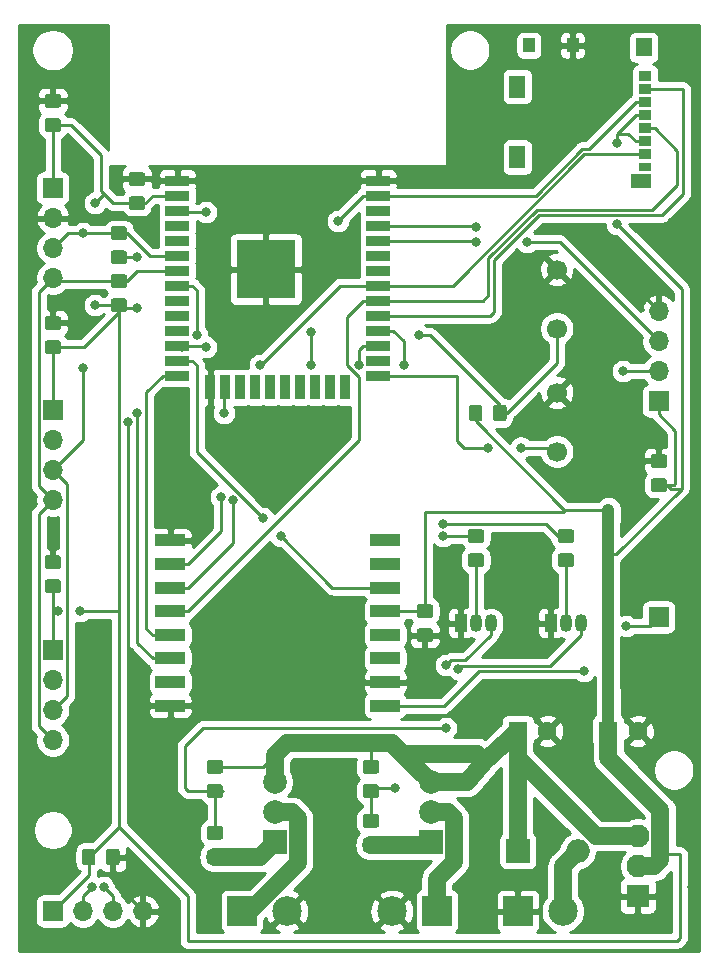
<source format=gbr>
G04 #@! TF.GenerationSoftware,KiCad,Pcbnew,(5.1.5)-3*
G04 #@! TF.CreationDate,2020-05-03T14:35:54+01:00*
G04 #@! TF.ProjectId,RocketTracker,526f636b-6574-4547-9261-636b65722e6b,rev?*
G04 #@! TF.SameCoordinates,Original*
G04 #@! TF.FileFunction,Copper,L1,Top*
G04 #@! TF.FilePolarity,Positive*
%FSLAX46Y46*%
G04 Gerber Fmt 4.6, Leading zero omitted, Abs format (unit mm)*
G04 Created by KiCad (PCBNEW (5.1.5)-3) date 2020-05-03 14:35:54*
%MOMM*%
%LPD*%
G04 APERTURE LIST*
G04 #@! TA.AperFunction,SMDPad,CuDef*
%ADD10R,5.000000X5.000000*%
G04 #@! TD*
G04 #@! TA.AperFunction,SMDPad,CuDef*
%ADD11R,2.000000X0.900000*%
G04 #@! TD*
G04 #@! TA.AperFunction,SMDPad,CuDef*
%ADD12R,0.900000X2.000000*%
G04 #@! TD*
G04 #@! TA.AperFunction,SMDPad,CuDef*
%ADD13R,1.350000X1.900000*%
G04 #@! TD*
G04 #@! TA.AperFunction,SMDPad,CuDef*
%ADD14R,1.000000X1.200000*%
G04 #@! TD*
G04 #@! TA.AperFunction,SMDPad,CuDef*
%ADD15R,1.350000X1.550000*%
G04 #@! TD*
G04 #@! TA.AperFunction,SMDPad,CuDef*
%ADD16R,1.800000X1.170000*%
G04 #@! TD*
G04 #@! TA.AperFunction,SMDPad,CuDef*
%ADD17R,1.100000X0.850000*%
G04 #@! TD*
G04 #@! TA.AperFunction,SMDPad,CuDef*
%ADD18R,1.100000X0.750000*%
G04 #@! TD*
G04 #@! TA.AperFunction,SMDPad,CuDef*
%ADD19C,0.100000*%
G04 #@! TD*
G04 #@! TA.AperFunction,SMDPad,CuDef*
%ADD20R,2.500000X1.000000*%
G04 #@! TD*
G04 #@! TA.AperFunction,ComponentPad*
%ADD21C,2.499360*%
G04 #@! TD*
G04 #@! TA.AperFunction,ComponentPad*
%ADD22R,2.499360X2.499360*%
G04 #@! TD*
G04 #@! TA.AperFunction,ComponentPad*
%ADD23R,1.700000X1.700000*%
G04 #@! TD*
G04 #@! TA.AperFunction,ComponentPad*
%ADD24C,1.600000*%
G04 #@! TD*
G04 #@! TA.AperFunction,ComponentPad*
%ADD25R,1.600000X1.600000*%
G04 #@! TD*
G04 #@! TA.AperFunction,ComponentPad*
%ADD26R,2.000000X2.000000*%
G04 #@! TD*
G04 #@! TA.AperFunction,ComponentPad*
%ADD27O,2.000000X2.000000*%
G04 #@! TD*
G04 #@! TA.AperFunction,ComponentPad*
%ADD28O,1.700000X1.700000*%
G04 #@! TD*
G04 #@! TA.AperFunction,ComponentPad*
%ADD29C,2.000000*%
G04 #@! TD*
G04 #@! TA.AperFunction,ComponentPad*
%ADD30O,1.050000X1.500000*%
G04 #@! TD*
G04 #@! TA.AperFunction,ComponentPad*
%ADD31R,1.050000X1.500000*%
G04 #@! TD*
G04 #@! TA.AperFunction,ComponentPad*
%ADD32C,1.700000*%
G04 #@! TD*
G04 #@! TA.AperFunction,ComponentPad*
%ADD33R,1.935000X1.935000*%
G04 #@! TD*
G04 #@! TA.AperFunction,ComponentPad*
%ADD34C,1.935000*%
G04 #@! TD*
G04 #@! TA.AperFunction,ViaPad*
%ADD35C,0.800000*%
G04 #@! TD*
G04 #@! TA.AperFunction,Conductor*
%ADD36C,1.500000*%
G04 #@! TD*
G04 #@! TA.AperFunction,Conductor*
%ADD37C,0.250000*%
G04 #@! TD*
G04 #@! TA.AperFunction,Conductor*
%ADD38C,1.000000*%
G04 #@! TD*
G04 #@! TA.AperFunction,Conductor*
%ADD39C,0.254000*%
G04 #@! TD*
G04 APERTURE END LIST*
D10*
G04 #@! TO.P,U1,39*
G04 #@! TO.N,GND*
X117110000Y-74175000D03*
D11*
G04 #@! TO.P,U1,1*
X109610000Y-66675000D03*
G04 #@! TO.P,U1,2*
G04 #@! TO.N,+3V3*
X109610000Y-67945000D03*
G04 #@! TO.P,U1,3*
G04 #@! TO.N,Net-(R1-Pad2)*
X109610000Y-69215000D03*
G04 #@! TO.P,U1,4*
G04 #@! TO.N,N/C*
X109610000Y-70485000D03*
G04 #@! TO.P,U1,5*
X109610000Y-71755000D03*
G04 #@! TO.P,U1,6*
G04 #@! TO.N,SCL*
X109610000Y-73025000D03*
G04 #@! TO.P,U1,7*
G04 #@! TO.N,SDA*
X109610000Y-74295000D03*
G04 #@! TO.P,U1,8*
G04 #@! TO.N,LAUNCH2*
X109610000Y-75565000D03*
G04 #@! TO.P,U1,9*
G04 #@! TO.N,N/C*
X109610000Y-76835000D03*
G04 #@! TO.P,U1,10*
X109610000Y-78105000D03*
G04 #@! TO.P,U1,11*
X109610000Y-79375000D03*
G04 #@! TO.P,U1,12*
G04 #@! TO.N,LAUNCH1*
X109610000Y-80645000D03*
G04 #@! TO.P,U1,13*
G04 #@! TO.N,LORA_DIO0*
X109610000Y-81915000D03*
G04 #@! TO.P,U1,14*
G04 #@! TO.N,CS1*
X109610000Y-83185000D03*
D12*
G04 #@! TO.P,U1,15*
G04 #@! TO.N,GND*
X112395000Y-84185000D03*
G04 #@! TO.P,U1,16*
G04 #@! TO.N,LORA_RESET*
X113665000Y-84185000D03*
G04 #@! TO.P,U1,17*
G04 #@! TO.N,N/C*
X114935000Y-84185000D03*
G04 #@! TO.P,U1,18*
X116205000Y-84185000D03*
G04 #@! TO.P,U1,19*
X117475000Y-84185000D03*
G04 #@! TO.P,U1,20*
X118745000Y-84185000D03*
G04 #@! TO.P,U1,21*
X120015000Y-84185000D03*
G04 #@! TO.P,U1,22*
X121285000Y-84185000D03*
G04 #@! TO.P,U1,23*
X122555000Y-84185000D03*
G04 #@! TO.P,U1,24*
X123825000Y-84185000D03*
D11*
G04 #@! TO.P,U1,25*
G04 #@! TO.N,Net-(SW2-Pad2)*
X126610000Y-83185000D03*
G04 #@! TO.P,U1,26*
G04 #@! TO.N,N/C*
X126610000Y-81915000D03*
G04 #@! TO.P,U1,27*
G04 #@! TO.N,GPSTX*
X126610000Y-80645000D03*
G04 #@! TO.P,U1,28*
G04 #@! TO.N,GPSRX*
X126610000Y-79375000D03*
G04 #@! TO.P,U1,29*
G04 #@! TO.N,CS0*
X126610000Y-78105000D03*
G04 #@! TO.P,U1,30*
G04 #@! TO.N,CLK*
X126610000Y-76835000D03*
G04 #@! TO.P,U1,31*
G04 #@! TO.N,MISO*
X126610000Y-75565000D03*
G04 #@! TO.P,U1,32*
G04 #@! TO.N,N/C*
X126610000Y-74295000D03*
G04 #@! TO.P,U1,33*
X126610000Y-73025000D03*
G04 #@! TO.P,U1,34*
G04 #@! TO.N,HW_RX*
X126610000Y-71755000D03*
G04 #@! TO.P,U1,35*
G04 #@! TO.N,HW_TX*
X126610000Y-70485000D03*
G04 #@! TO.P,U1,36*
G04 #@! TO.N,N/C*
X126610000Y-69215000D03*
G04 #@! TO.P,U1,37*
G04 #@! TO.N,MOSI*
X126610000Y-67945000D03*
G04 #@! TO.P,U1,38*
G04 #@! TO.N,GND*
X126610000Y-66675000D03*
G04 #@! TD*
D13*
G04 #@! TO.P,J6,11*
G04 #@! TO.N,N/C*
X138389000Y-64690000D03*
X138389000Y-58720000D03*
D14*
G04 #@! TO.P,J6,9*
G04 #@! TO.N,GND*
X143064000Y-55220000D03*
G04 #@! TO.P,J6,10*
G04 #@! TO.N,N/C*
X139364000Y-55220000D03*
D15*
G04 #@! TO.P,J6,11*
X149089000Y-55395000D03*
D16*
X148864000Y-66715000D03*
D17*
G04 #@! TO.P,J6,7*
G04 #@! TO.N,MISO*
X149214000Y-64455000D03*
G04 #@! TO.P,J6,6*
G04 #@! TO.N,+3V3*
X149214000Y-63355000D03*
G04 #@! TO.P,J6,5*
G04 #@! TO.N,CLK*
X149214000Y-62255000D03*
G04 #@! TO.P,J6,4*
G04 #@! TO.N,+3V3*
X149214000Y-61155000D03*
G04 #@! TO.P,J6,3*
G04 #@! TO.N,MOSI*
X149214000Y-60055000D03*
G04 #@! TO.P,J6,2*
G04 #@! TO.N,CS0*
X149214000Y-58955000D03*
D18*
G04 #@! TO.P,J6,8*
G04 #@! TO.N,N/C*
X149214000Y-65505000D03*
D17*
G04 #@! TO.P,J6,1*
X149214000Y-57855000D03*
G04 #@! TD*
G04 #@! TA.AperFunction,SMDPad,CuDef*
D19*
G04 #@! TO.P,C7,2*
G04 #@! TO.N,GND*
G36*
X104498505Y-123253204D02*
G01*
X104522773Y-123256804D01*
X104546572Y-123262765D01*
X104569671Y-123271030D01*
X104591850Y-123281520D01*
X104612893Y-123294132D01*
X104632599Y-123308747D01*
X104650777Y-123325223D01*
X104667253Y-123343401D01*
X104681868Y-123363107D01*
X104694480Y-123384150D01*
X104704970Y-123406329D01*
X104713235Y-123429428D01*
X104719196Y-123453227D01*
X104722796Y-123477495D01*
X104724000Y-123501999D01*
X104724000Y-124402001D01*
X104722796Y-124426505D01*
X104719196Y-124450773D01*
X104713235Y-124474572D01*
X104704970Y-124497671D01*
X104694480Y-124519850D01*
X104681868Y-124540893D01*
X104667253Y-124560599D01*
X104650777Y-124578777D01*
X104632599Y-124595253D01*
X104612893Y-124609868D01*
X104591850Y-124622480D01*
X104569671Y-124632970D01*
X104546572Y-124641235D01*
X104522773Y-124647196D01*
X104498505Y-124650796D01*
X104474001Y-124652000D01*
X103823999Y-124652000D01*
X103799495Y-124650796D01*
X103775227Y-124647196D01*
X103751428Y-124641235D01*
X103728329Y-124632970D01*
X103706150Y-124622480D01*
X103685107Y-124609868D01*
X103665401Y-124595253D01*
X103647223Y-124578777D01*
X103630747Y-124560599D01*
X103616132Y-124540893D01*
X103603520Y-124519850D01*
X103593030Y-124497671D01*
X103584765Y-124474572D01*
X103578804Y-124450773D01*
X103575204Y-124426505D01*
X103574000Y-124402001D01*
X103574000Y-123501999D01*
X103575204Y-123477495D01*
X103578804Y-123453227D01*
X103584765Y-123429428D01*
X103593030Y-123406329D01*
X103603520Y-123384150D01*
X103616132Y-123363107D01*
X103630747Y-123343401D01*
X103647223Y-123325223D01*
X103665401Y-123308747D01*
X103685107Y-123294132D01*
X103706150Y-123281520D01*
X103728329Y-123271030D01*
X103751428Y-123262765D01*
X103775227Y-123256804D01*
X103799495Y-123253204D01*
X103823999Y-123252000D01*
X104474001Y-123252000D01*
X104498505Y-123253204D01*
G37*
G04 #@! TD.AperFunction*
G04 #@! TA.AperFunction,SMDPad,CuDef*
G04 #@! TO.P,C7,1*
G04 #@! TO.N,+3V3*
G36*
X102448505Y-123253204D02*
G01*
X102472773Y-123256804D01*
X102496572Y-123262765D01*
X102519671Y-123271030D01*
X102541850Y-123281520D01*
X102562893Y-123294132D01*
X102582599Y-123308747D01*
X102600777Y-123325223D01*
X102617253Y-123343401D01*
X102631868Y-123363107D01*
X102644480Y-123384150D01*
X102654970Y-123406329D01*
X102663235Y-123429428D01*
X102669196Y-123453227D01*
X102672796Y-123477495D01*
X102674000Y-123501999D01*
X102674000Y-124402001D01*
X102672796Y-124426505D01*
X102669196Y-124450773D01*
X102663235Y-124474572D01*
X102654970Y-124497671D01*
X102644480Y-124519850D01*
X102631868Y-124540893D01*
X102617253Y-124560599D01*
X102600777Y-124578777D01*
X102582599Y-124595253D01*
X102562893Y-124609868D01*
X102541850Y-124622480D01*
X102519671Y-124632970D01*
X102496572Y-124641235D01*
X102472773Y-124647196D01*
X102448505Y-124650796D01*
X102424001Y-124652000D01*
X101773999Y-124652000D01*
X101749495Y-124650796D01*
X101725227Y-124647196D01*
X101701428Y-124641235D01*
X101678329Y-124632970D01*
X101656150Y-124622480D01*
X101635107Y-124609868D01*
X101615401Y-124595253D01*
X101597223Y-124578777D01*
X101580747Y-124560599D01*
X101566132Y-124540893D01*
X101553520Y-124519850D01*
X101543030Y-124497671D01*
X101534765Y-124474572D01*
X101528804Y-124450773D01*
X101525204Y-124426505D01*
X101524000Y-124402001D01*
X101524000Y-123501999D01*
X101525204Y-123477495D01*
X101528804Y-123453227D01*
X101534765Y-123429428D01*
X101543030Y-123406329D01*
X101553520Y-123384150D01*
X101566132Y-123363107D01*
X101580747Y-123343401D01*
X101597223Y-123325223D01*
X101615401Y-123308747D01*
X101635107Y-123294132D01*
X101656150Y-123281520D01*
X101678329Y-123271030D01*
X101701428Y-123262765D01*
X101725227Y-123256804D01*
X101749495Y-123253204D01*
X101773999Y-123252000D01*
X102424001Y-123252000D01*
X102448505Y-123253204D01*
G37*
G04 #@! TD.AperFunction*
G04 #@! TD*
G04 #@! TA.AperFunction,SMDPad,CuDef*
G04 #@! TO.P,R9,2*
G04 #@! TO.N,+3V3*
G36*
X105122505Y-72596204D02*
G01*
X105146773Y-72599804D01*
X105170572Y-72605765D01*
X105193671Y-72614030D01*
X105215850Y-72624520D01*
X105236893Y-72637132D01*
X105256599Y-72651747D01*
X105274777Y-72668223D01*
X105291253Y-72686401D01*
X105305868Y-72706107D01*
X105318480Y-72727150D01*
X105328970Y-72749329D01*
X105337235Y-72772428D01*
X105343196Y-72796227D01*
X105346796Y-72820495D01*
X105348000Y-72844999D01*
X105348000Y-73495001D01*
X105346796Y-73519505D01*
X105343196Y-73543773D01*
X105337235Y-73567572D01*
X105328970Y-73590671D01*
X105318480Y-73612850D01*
X105305868Y-73633893D01*
X105291253Y-73653599D01*
X105274777Y-73671777D01*
X105256599Y-73688253D01*
X105236893Y-73702868D01*
X105215850Y-73715480D01*
X105193671Y-73725970D01*
X105170572Y-73734235D01*
X105146773Y-73740196D01*
X105122505Y-73743796D01*
X105098001Y-73745000D01*
X104197999Y-73745000D01*
X104173495Y-73743796D01*
X104149227Y-73740196D01*
X104125428Y-73734235D01*
X104102329Y-73725970D01*
X104080150Y-73715480D01*
X104059107Y-73702868D01*
X104039401Y-73688253D01*
X104021223Y-73671777D01*
X104004747Y-73653599D01*
X103990132Y-73633893D01*
X103977520Y-73612850D01*
X103967030Y-73590671D01*
X103958765Y-73567572D01*
X103952804Y-73543773D01*
X103949204Y-73519505D01*
X103948000Y-73495001D01*
X103948000Y-72844999D01*
X103949204Y-72820495D01*
X103952804Y-72796227D01*
X103958765Y-72772428D01*
X103967030Y-72749329D01*
X103977520Y-72727150D01*
X103990132Y-72706107D01*
X104004747Y-72686401D01*
X104021223Y-72668223D01*
X104039401Y-72651747D01*
X104059107Y-72637132D01*
X104080150Y-72624520D01*
X104102329Y-72614030D01*
X104125428Y-72605765D01*
X104149227Y-72599804D01*
X104173495Y-72596204D01*
X104197999Y-72595000D01*
X105098001Y-72595000D01*
X105122505Y-72596204D01*
G37*
G04 #@! TD.AperFunction*
G04 #@! TA.AperFunction,SMDPad,CuDef*
G04 #@! TO.P,R9,1*
G04 #@! TO.N,SCL*
G36*
X105122505Y-70546204D02*
G01*
X105146773Y-70549804D01*
X105170572Y-70555765D01*
X105193671Y-70564030D01*
X105215850Y-70574520D01*
X105236893Y-70587132D01*
X105256599Y-70601747D01*
X105274777Y-70618223D01*
X105291253Y-70636401D01*
X105305868Y-70656107D01*
X105318480Y-70677150D01*
X105328970Y-70699329D01*
X105337235Y-70722428D01*
X105343196Y-70746227D01*
X105346796Y-70770495D01*
X105348000Y-70794999D01*
X105348000Y-71445001D01*
X105346796Y-71469505D01*
X105343196Y-71493773D01*
X105337235Y-71517572D01*
X105328970Y-71540671D01*
X105318480Y-71562850D01*
X105305868Y-71583893D01*
X105291253Y-71603599D01*
X105274777Y-71621777D01*
X105256599Y-71638253D01*
X105236893Y-71652868D01*
X105215850Y-71665480D01*
X105193671Y-71675970D01*
X105170572Y-71684235D01*
X105146773Y-71690196D01*
X105122505Y-71693796D01*
X105098001Y-71695000D01*
X104197999Y-71695000D01*
X104173495Y-71693796D01*
X104149227Y-71690196D01*
X104125428Y-71684235D01*
X104102329Y-71675970D01*
X104080150Y-71665480D01*
X104059107Y-71652868D01*
X104039401Y-71638253D01*
X104021223Y-71621777D01*
X104004747Y-71603599D01*
X103990132Y-71583893D01*
X103977520Y-71562850D01*
X103967030Y-71540671D01*
X103958765Y-71517572D01*
X103952804Y-71493773D01*
X103949204Y-71469505D01*
X103948000Y-71445001D01*
X103948000Y-70794999D01*
X103949204Y-70770495D01*
X103952804Y-70746227D01*
X103958765Y-70722428D01*
X103967030Y-70699329D01*
X103977520Y-70677150D01*
X103990132Y-70656107D01*
X104004747Y-70636401D01*
X104021223Y-70618223D01*
X104039401Y-70601747D01*
X104059107Y-70587132D01*
X104080150Y-70574520D01*
X104102329Y-70564030D01*
X104125428Y-70555765D01*
X104149227Y-70549804D01*
X104173495Y-70546204D01*
X104197999Y-70545000D01*
X105098001Y-70545000D01*
X105122505Y-70546204D01*
G37*
G04 #@! TD.AperFunction*
G04 #@! TD*
G04 #@! TA.AperFunction,SMDPad,CuDef*
G04 #@! TO.P,R8,2*
G04 #@! TO.N,+3V3*
G36*
X105122505Y-76651204D02*
G01*
X105146773Y-76654804D01*
X105170572Y-76660765D01*
X105193671Y-76669030D01*
X105215850Y-76679520D01*
X105236893Y-76692132D01*
X105256599Y-76706747D01*
X105274777Y-76723223D01*
X105291253Y-76741401D01*
X105305868Y-76761107D01*
X105318480Y-76782150D01*
X105328970Y-76804329D01*
X105337235Y-76827428D01*
X105343196Y-76851227D01*
X105346796Y-76875495D01*
X105348000Y-76899999D01*
X105348000Y-77550001D01*
X105346796Y-77574505D01*
X105343196Y-77598773D01*
X105337235Y-77622572D01*
X105328970Y-77645671D01*
X105318480Y-77667850D01*
X105305868Y-77688893D01*
X105291253Y-77708599D01*
X105274777Y-77726777D01*
X105256599Y-77743253D01*
X105236893Y-77757868D01*
X105215850Y-77770480D01*
X105193671Y-77780970D01*
X105170572Y-77789235D01*
X105146773Y-77795196D01*
X105122505Y-77798796D01*
X105098001Y-77800000D01*
X104197999Y-77800000D01*
X104173495Y-77798796D01*
X104149227Y-77795196D01*
X104125428Y-77789235D01*
X104102329Y-77780970D01*
X104080150Y-77770480D01*
X104059107Y-77757868D01*
X104039401Y-77743253D01*
X104021223Y-77726777D01*
X104004747Y-77708599D01*
X103990132Y-77688893D01*
X103977520Y-77667850D01*
X103967030Y-77645671D01*
X103958765Y-77622572D01*
X103952804Y-77598773D01*
X103949204Y-77574505D01*
X103948000Y-77550001D01*
X103948000Y-76899999D01*
X103949204Y-76875495D01*
X103952804Y-76851227D01*
X103958765Y-76827428D01*
X103967030Y-76804329D01*
X103977520Y-76782150D01*
X103990132Y-76761107D01*
X104004747Y-76741401D01*
X104021223Y-76723223D01*
X104039401Y-76706747D01*
X104059107Y-76692132D01*
X104080150Y-76679520D01*
X104102329Y-76669030D01*
X104125428Y-76660765D01*
X104149227Y-76654804D01*
X104173495Y-76651204D01*
X104197999Y-76650000D01*
X105098001Y-76650000D01*
X105122505Y-76651204D01*
G37*
G04 #@! TD.AperFunction*
G04 #@! TA.AperFunction,SMDPad,CuDef*
G04 #@! TO.P,R8,1*
G04 #@! TO.N,SDA*
G36*
X105122505Y-74601204D02*
G01*
X105146773Y-74604804D01*
X105170572Y-74610765D01*
X105193671Y-74619030D01*
X105215850Y-74629520D01*
X105236893Y-74642132D01*
X105256599Y-74656747D01*
X105274777Y-74673223D01*
X105291253Y-74691401D01*
X105305868Y-74711107D01*
X105318480Y-74732150D01*
X105328970Y-74754329D01*
X105337235Y-74777428D01*
X105343196Y-74801227D01*
X105346796Y-74825495D01*
X105348000Y-74849999D01*
X105348000Y-75500001D01*
X105346796Y-75524505D01*
X105343196Y-75548773D01*
X105337235Y-75572572D01*
X105328970Y-75595671D01*
X105318480Y-75617850D01*
X105305868Y-75638893D01*
X105291253Y-75658599D01*
X105274777Y-75676777D01*
X105256599Y-75693253D01*
X105236893Y-75707868D01*
X105215850Y-75720480D01*
X105193671Y-75730970D01*
X105170572Y-75739235D01*
X105146773Y-75745196D01*
X105122505Y-75748796D01*
X105098001Y-75750000D01*
X104197999Y-75750000D01*
X104173495Y-75748796D01*
X104149227Y-75745196D01*
X104125428Y-75739235D01*
X104102329Y-75730970D01*
X104080150Y-75720480D01*
X104059107Y-75707868D01*
X104039401Y-75693253D01*
X104021223Y-75676777D01*
X104004747Y-75658599D01*
X103990132Y-75638893D01*
X103977520Y-75617850D01*
X103967030Y-75595671D01*
X103958765Y-75572572D01*
X103952804Y-75548773D01*
X103949204Y-75524505D01*
X103948000Y-75500001D01*
X103948000Y-74849999D01*
X103949204Y-74825495D01*
X103952804Y-74801227D01*
X103958765Y-74777428D01*
X103967030Y-74754329D01*
X103977520Y-74732150D01*
X103990132Y-74711107D01*
X104004747Y-74691401D01*
X104021223Y-74673223D01*
X104039401Y-74656747D01*
X104059107Y-74642132D01*
X104080150Y-74629520D01*
X104102329Y-74619030D01*
X104125428Y-74610765D01*
X104149227Y-74604804D01*
X104173495Y-74601204D01*
X104197999Y-74600000D01*
X105098001Y-74600000D01*
X105122505Y-74601204D01*
G37*
G04 #@! TD.AperFunction*
G04 #@! TD*
G04 #@! TA.AperFunction,SMDPad,CuDef*
G04 #@! TO.P,R7,2*
G04 #@! TO.N,Net-(Q4-Pad3)*
G36*
X113250505Y-117790204D02*
G01*
X113274773Y-117793804D01*
X113298572Y-117799765D01*
X113321671Y-117808030D01*
X113343850Y-117818520D01*
X113364893Y-117831132D01*
X113384599Y-117845747D01*
X113402777Y-117862223D01*
X113419253Y-117880401D01*
X113433868Y-117900107D01*
X113446480Y-117921150D01*
X113456970Y-117943329D01*
X113465235Y-117966428D01*
X113471196Y-117990227D01*
X113474796Y-118014495D01*
X113476000Y-118038999D01*
X113476000Y-118689001D01*
X113474796Y-118713505D01*
X113471196Y-118737773D01*
X113465235Y-118761572D01*
X113456970Y-118784671D01*
X113446480Y-118806850D01*
X113433868Y-118827893D01*
X113419253Y-118847599D01*
X113402777Y-118865777D01*
X113384599Y-118882253D01*
X113364893Y-118896868D01*
X113343850Y-118909480D01*
X113321671Y-118919970D01*
X113298572Y-118928235D01*
X113274773Y-118934196D01*
X113250505Y-118937796D01*
X113226001Y-118939000D01*
X112325999Y-118939000D01*
X112301495Y-118937796D01*
X112277227Y-118934196D01*
X112253428Y-118928235D01*
X112230329Y-118919970D01*
X112208150Y-118909480D01*
X112187107Y-118896868D01*
X112167401Y-118882253D01*
X112149223Y-118865777D01*
X112132747Y-118847599D01*
X112118132Y-118827893D01*
X112105520Y-118806850D01*
X112095030Y-118784671D01*
X112086765Y-118761572D01*
X112080804Y-118737773D01*
X112077204Y-118713505D01*
X112076000Y-118689001D01*
X112076000Y-118038999D01*
X112077204Y-118014495D01*
X112080804Y-117990227D01*
X112086765Y-117966428D01*
X112095030Y-117943329D01*
X112105520Y-117921150D01*
X112118132Y-117900107D01*
X112132747Y-117880401D01*
X112149223Y-117862223D01*
X112167401Y-117845747D01*
X112187107Y-117831132D01*
X112208150Y-117818520D01*
X112230329Y-117808030D01*
X112253428Y-117799765D01*
X112277227Y-117793804D01*
X112301495Y-117790204D01*
X112325999Y-117789000D01*
X113226001Y-117789000D01*
X113250505Y-117790204D01*
G37*
G04 #@! TD.AperFunction*
G04 #@! TA.AperFunction,SMDPad,CuDef*
G04 #@! TO.P,R7,1*
G04 #@! TO.N,+BATT*
G36*
X113250505Y-115740204D02*
G01*
X113274773Y-115743804D01*
X113298572Y-115749765D01*
X113321671Y-115758030D01*
X113343850Y-115768520D01*
X113364893Y-115781132D01*
X113384599Y-115795747D01*
X113402777Y-115812223D01*
X113419253Y-115830401D01*
X113433868Y-115850107D01*
X113446480Y-115871150D01*
X113456970Y-115893329D01*
X113465235Y-115916428D01*
X113471196Y-115940227D01*
X113474796Y-115964495D01*
X113476000Y-115988999D01*
X113476000Y-116639001D01*
X113474796Y-116663505D01*
X113471196Y-116687773D01*
X113465235Y-116711572D01*
X113456970Y-116734671D01*
X113446480Y-116756850D01*
X113433868Y-116777893D01*
X113419253Y-116797599D01*
X113402777Y-116815777D01*
X113384599Y-116832253D01*
X113364893Y-116846868D01*
X113343850Y-116859480D01*
X113321671Y-116869970D01*
X113298572Y-116878235D01*
X113274773Y-116884196D01*
X113250505Y-116887796D01*
X113226001Y-116889000D01*
X112325999Y-116889000D01*
X112301495Y-116887796D01*
X112277227Y-116884196D01*
X112253428Y-116878235D01*
X112230329Y-116869970D01*
X112208150Y-116859480D01*
X112187107Y-116846868D01*
X112167401Y-116832253D01*
X112149223Y-116815777D01*
X112132747Y-116797599D01*
X112118132Y-116777893D01*
X112105520Y-116756850D01*
X112095030Y-116734671D01*
X112086765Y-116711572D01*
X112080804Y-116687773D01*
X112077204Y-116663505D01*
X112076000Y-116639001D01*
X112076000Y-115988999D01*
X112077204Y-115964495D01*
X112080804Y-115940227D01*
X112086765Y-115916428D01*
X112095030Y-115893329D01*
X112105520Y-115871150D01*
X112118132Y-115850107D01*
X112132747Y-115830401D01*
X112149223Y-115812223D01*
X112167401Y-115795747D01*
X112187107Y-115781132D01*
X112208150Y-115768520D01*
X112230329Y-115758030D01*
X112253428Y-115749765D01*
X112277227Y-115743804D01*
X112301495Y-115740204D01*
X112325999Y-115739000D01*
X113226001Y-115739000D01*
X113250505Y-115740204D01*
G37*
G04 #@! TD.AperFunction*
G04 #@! TD*
G04 #@! TA.AperFunction,SMDPad,CuDef*
G04 #@! TO.P,R6,2*
G04 #@! TO.N,LAUNCH2*
G36*
X135348505Y-96191204D02*
G01*
X135372773Y-96194804D01*
X135396572Y-96200765D01*
X135419671Y-96209030D01*
X135441850Y-96219520D01*
X135462893Y-96232132D01*
X135482599Y-96246747D01*
X135500777Y-96263223D01*
X135517253Y-96281401D01*
X135531868Y-96301107D01*
X135544480Y-96322150D01*
X135554970Y-96344329D01*
X135563235Y-96367428D01*
X135569196Y-96391227D01*
X135572796Y-96415495D01*
X135574000Y-96439999D01*
X135574000Y-97090001D01*
X135572796Y-97114505D01*
X135569196Y-97138773D01*
X135563235Y-97162572D01*
X135554970Y-97185671D01*
X135544480Y-97207850D01*
X135531868Y-97228893D01*
X135517253Y-97248599D01*
X135500777Y-97266777D01*
X135482599Y-97283253D01*
X135462893Y-97297868D01*
X135441850Y-97310480D01*
X135419671Y-97320970D01*
X135396572Y-97329235D01*
X135372773Y-97335196D01*
X135348505Y-97338796D01*
X135324001Y-97340000D01*
X134423999Y-97340000D01*
X134399495Y-97338796D01*
X134375227Y-97335196D01*
X134351428Y-97329235D01*
X134328329Y-97320970D01*
X134306150Y-97310480D01*
X134285107Y-97297868D01*
X134265401Y-97283253D01*
X134247223Y-97266777D01*
X134230747Y-97248599D01*
X134216132Y-97228893D01*
X134203520Y-97207850D01*
X134193030Y-97185671D01*
X134184765Y-97162572D01*
X134178804Y-97138773D01*
X134175204Y-97114505D01*
X134174000Y-97090001D01*
X134174000Y-96439999D01*
X134175204Y-96415495D01*
X134178804Y-96391227D01*
X134184765Y-96367428D01*
X134193030Y-96344329D01*
X134203520Y-96322150D01*
X134216132Y-96301107D01*
X134230747Y-96281401D01*
X134247223Y-96263223D01*
X134265401Y-96246747D01*
X134285107Y-96232132D01*
X134306150Y-96219520D01*
X134328329Y-96209030D01*
X134351428Y-96200765D01*
X134375227Y-96194804D01*
X134399495Y-96191204D01*
X134423999Y-96190000D01*
X135324001Y-96190000D01*
X135348505Y-96191204D01*
G37*
G04 #@! TD.AperFunction*
G04 #@! TA.AperFunction,SMDPad,CuDef*
G04 #@! TO.P,R6,1*
G04 #@! TO.N,Net-(Q4-Pad2)*
G36*
X135348505Y-98241204D02*
G01*
X135372773Y-98244804D01*
X135396572Y-98250765D01*
X135419671Y-98259030D01*
X135441850Y-98269520D01*
X135462893Y-98282132D01*
X135482599Y-98296747D01*
X135500777Y-98313223D01*
X135517253Y-98331401D01*
X135531868Y-98351107D01*
X135544480Y-98372150D01*
X135554970Y-98394329D01*
X135563235Y-98417428D01*
X135569196Y-98441227D01*
X135572796Y-98465495D01*
X135574000Y-98489999D01*
X135574000Y-99140001D01*
X135572796Y-99164505D01*
X135569196Y-99188773D01*
X135563235Y-99212572D01*
X135554970Y-99235671D01*
X135544480Y-99257850D01*
X135531868Y-99278893D01*
X135517253Y-99298599D01*
X135500777Y-99316777D01*
X135482599Y-99333253D01*
X135462893Y-99347868D01*
X135441850Y-99360480D01*
X135419671Y-99370970D01*
X135396572Y-99379235D01*
X135372773Y-99385196D01*
X135348505Y-99388796D01*
X135324001Y-99390000D01*
X134423999Y-99390000D01*
X134399495Y-99388796D01*
X134375227Y-99385196D01*
X134351428Y-99379235D01*
X134328329Y-99370970D01*
X134306150Y-99360480D01*
X134285107Y-99347868D01*
X134265401Y-99333253D01*
X134247223Y-99316777D01*
X134230747Y-99298599D01*
X134216132Y-99278893D01*
X134203520Y-99257850D01*
X134193030Y-99235671D01*
X134184765Y-99212572D01*
X134178804Y-99188773D01*
X134175204Y-99164505D01*
X134174000Y-99140001D01*
X134174000Y-98489999D01*
X134175204Y-98465495D01*
X134178804Y-98441227D01*
X134184765Y-98417428D01*
X134193030Y-98394329D01*
X134203520Y-98372150D01*
X134216132Y-98351107D01*
X134230747Y-98331401D01*
X134247223Y-98313223D01*
X134265401Y-98296747D01*
X134285107Y-98282132D01*
X134306150Y-98269520D01*
X134328329Y-98259030D01*
X134351428Y-98250765D01*
X134375227Y-98244804D01*
X134399495Y-98241204D01*
X134423999Y-98240000D01*
X135324001Y-98240000D01*
X135348505Y-98241204D01*
G37*
G04 #@! TD.AperFunction*
G04 #@! TD*
G04 #@! TA.AperFunction,SMDPad,CuDef*
G04 #@! TO.P,R5,2*
G04 #@! TO.N,Net-(Q3-Pad1)*
G36*
X113250505Y-123378204D02*
G01*
X113274773Y-123381804D01*
X113298572Y-123387765D01*
X113321671Y-123396030D01*
X113343850Y-123406520D01*
X113364893Y-123419132D01*
X113384599Y-123433747D01*
X113402777Y-123450223D01*
X113419253Y-123468401D01*
X113433868Y-123488107D01*
X113446480Y-123509150D01*
X113456970Y-123531329D01*
X113465235Y-123554428D01*
X113471196Y-123578227D01*
X113474796Y-123602495D01*
X113476000Y-123626999D01*
X113476000Y-124277001D01*
X113474796Y-124301505D01*
X113471196Y-124325773D01*
X113465235Y-124349572D01*
X113456970Y-124372671D01*
X113446480Y-124394850D01*
X113433868Y-124415893D01*
X113419253Y-124435599D01*
X113402777Y-124453777D01*
X113384599Y-124470253D01*
X113364893Y-124484868D01*
X113343850Y-124497480D01*
X113321671Y-124507970D01*
X113298572Y-124516235D01*
X113274773Y-124522196D01*
X113250505Y-124525796D01*
X113226001Y-124527000D01*
X112325999Y-124527000D01*
X112301495Y-124525796D01*
X112277227Y-124522196D01*
X112253428Y-124516235D01*
X112230329Y-124507970D01*
X112208150Y-124497480D01*
X112187107Y-124484868D01*
X112167401Y-124470253D01*
X112149223Y-124453777D01*
X112132747Y-124435599D01*
X112118132Y-124415893D01*
X112105520Y-124394850D01*
X112095030Y-124372671D01*
X112086765Y-124349572D01*
X112080804Y-124325773D01*
X112077204Y-124301505D01*
X112076000Y-124277001D01*
X112076000Y-123626999D01*
X112077204Y-123602495D01*
X112080804Y-123578227D01*
X112086765Y-123554428D01*
X112095030Y-123531329D01*
X112105520Y-123509150D01*
X112118132Y-123488107D01*
X112132747Y-123468401D01*
X112149223Y-123450223D01*
X112167401Y-123433747D01*
X112187107Y-123419132D01*
X112208150Y-123406520D01*
X112230329Y-123396030D01*
X112253428Y-123387765D01*
X112277227Y-123381804D01*
X112301495Y-123378204D01*
X112325999Y-123377000D01*
X113226001Y-123377000D01*
X113250505Y-123378204D01*
G37*
G04 #@! TD.AperFunction*
G04 #@! TA.AperFunction,SMDPad,CuDef*
G04 #@! TO.P,R5,1*
G04 #@! TO.N,Net-(Q4-Pad3)*
G36*
X113250505Y-121328204D02*
G01*
X113274773Y-121331804D01*
X113298572Y-121337765D01*
X113321671Y-121346030D01*
X113343850Y-121356520D01*
X113364893Y-121369132D01*
X113384599Y-121383747D01*
X113402777Y-121400223D01*
X113419253Y-121418401D01*
X113433868Y-121438107D01*
X113446480Y-121459150D01*
X113456970Y-121481329D01*
X113465235Y-121504428D01*
X113471196Y-121528227D01*
X113474796Y-121552495D01*
X113476000Y-121576999D01*
X113476000Y-122227001D01*
X113474796Y-122251505D01*
X113471196Y-122275773D01*
X113465235Y-122299572D01*
X113456970Y-122322671D01*
X113446480Y-122344850D01*
X113433868Y-122365893D01*
X113419253Y-122385599D01*
X113402777Y-122403777D01*
X113384599Y-122420253D01*
X113364893Y-122434868D01*
X113343850Y-122447480D01*
X113321671Y-122457970D01*
X113298572Y-122466235D01*
X113274773Y-122472196D01*
X113250505Y-122475796D01*
X113226001Y-122477000D01*
X112325999Y-122477000D01*
X112301495Y-122475796D01*
X112277227Y-122472196D01*
X112253428Y-122466235D01*
X112230329Y-122457970D01*
X112208150Y-122447480D01*
X112187107Y-122434868D01*
X112167401Y-122420253D01*
X112149223Y-122403777D01*
X112132747Y-122385599D01*
X112118132Y-122365893D01*
X112105520Y-122344850D01*
X112095030Y-122322671D01*
X112086765Y-122299572D01*
X112080804Y-122275773D01*
X112077204Y-122251505D01*
X112076000Y-122227001D01*
X112076000Y-121576999D01*
X112077204Y-121552495D01*
X112080804Y-121528227D01*
X112086765Y-121504428D01*
X112095030Y-121481329D01*
X112105520Y-121459150D01*
X112118132Y-121438107D01*
X112132747Y-121418401D01*
X112149223Y-121400223D01*
X112167401Y-121383747D01*
X112187107Y-121369132D01*
X112208150Y-121356520D01*
X112230329Y-121346030D01*
X112253428Y-121337765D01*
X112277227Y-121331804D01*
X112301495Y-121328204D01*
X112325999Y-121327000D01*
X113226001Y-121327000D01*
X113250505Y-121328204D01*
G37*
G04 #@! TD.AperFunction*
G04 #@! TD*
G04 #@! TA.AperFunction,SMDPad,CuDef*
G04 #@! TO.P,R4,2*
G04 #@! TO.N,Net-(Q2-Pad3)*
G36*
X126458505Y-117790204D02*
G01*
X126482773Y-117793804D01*
X126506572Y-117799765D01*
X126529671Y-117808030D01*
X126551850Y-117818520D01*
X126572893Y-117831132D01*
X126592599Y-117845747D01*
X126610777Y-117862223D01*
X126627253Y-117880401D01*
X126641868Y-117900107D01*
X126654480Y-117921150D01*
X126664970Y-117943329D01*
X126673235Y-117966428D01*
X126679196Y-117990227D01*
X126682796Y-118014495D01*
X126684000Y-118038999D01*
X126684000Y-118689001D01*
X126682796Y-118713505D01*
X126679196Y-118737773D01*
X126673235Y-118761572D01*
X126664970Y-118784671D01*
X126654480Y-118806850D01*
X126641868Y-118827893D01*
X126627253Y-118847599D01*
X126610777Y-118865777D01*
X126592599Y-118882253D01*
X126572893Y-118896868D01*
X126551850Y-118909480D01*
X126529671Y-118919970D01*
X126506572Y-118928235D01*
X126482773Y-118934196D01*
X126458505Y-118937796D01*
X126434001Y-118939000D01*
X125533999Y-118939000D01*
X125509495Y-118937796D01*
X125485227Y-118934196D01*
X125461428Y-118928235D01*
X125438329Y-118919970D01*
X125416150Y-118909480D01*
X125395107Y-118896868D01*
X125375401Y-118882253D01*
X125357223Y-118865777D01*
X125340747Y-118847599D01*
X125326132Y-118827893D01*
X125313520Y-118806850D01*
X125303030Y-118784671D01*
X125294765Y-118761572D01*
X125288804Y-118737773D01*
X125285204Y-118713505D01*
X125284000Y-118689001D01*
X125284000Y-118038999D01*
X125285204Y-118014495D01*
X125288804Y-117990227D01*
X125294765Y-117966428D01*
X125303030Y-117943329D01*
X125313520Y-117921150D01*
X125326132Y-117900107D01*
X125340747Y-117880401D01*
X125357223Y-117862223D01*
X125375401Y-117845747D01*
X125395107Y-117831132D01*
X125416150Y-117818520D01*
X125438329Y-117808030D01*
X125461428Y-117799765D01*
X125485227Y-117793804D01*
X125509495Y-117790204D01*
X125533999Y-117789000D01*
X126434001Y-117789000D01*
X126458505Y-117790204D01*
G37*
G04 #@! TD.AperFunction*
G04 #@! TA.AperFunction,SMDPad,CuDef*
G04 #@! TO.P,R4,1*
G04 #@! TO.N,+BATT*
G36*
X126458505Y-115740204D02*
G01*
X126482773Y-115743804D01*
X126506572Y-115749765D01*
X126529671Y-115758030D01*
X126551850Y-115768520D01*
X126572893Y-115781132D01*
X126592599Y-115795747D01*
X126610777Y-115812223D01*
X126627253Y-115830401D01*
X126641868Y-115850107D01*
X126654480Y-115871150D01*
X126664970Y-115893329D01*
X126673235Y-115916428D01*
X126679196Y-115940227D01*
X126682796Y-115964495D01*
X126684000Y-115988999D01*
X126684000Y-116639001D01*
X126682796Y-116663505D01*
X126679196Y-116687773D01*
X126673235Y-116711572D01*
X126664970Y-116734671D01*
X126654480Y-116756850D01*
X126641868Y-116777893D01*
X126627253Y-116797599D01*
X126610777Y-116815777D01*
X126592599Y-116832253D01*
X126572893Y-116846868D01*
X126551850Y-116859480D01*
X126529671Y-116869970D01*
X126506572Y-116878235D01*
X126482773Y-116884196D01*
X126458505Y-116887796D01*
X126434001Y-116889000D01*
X125533999Y-116889000D01*
X125509495Y-116887796D01*
X125485227Y-116884196D01*
X125461428Y-116878235D01*
X125438329Y-116869970D01*
X125416150Y-116859480D01*
X125395107Y-116846868D01*
X125375401Y-116832253D01*
X125357223Y-116815777D01*
X125340747Y-116797599D01*
X125326132Y-116777893D01*
X125313520Y-116756850D01*
X125303030Y-116734671D01*
X125294765Y-116711572D01*
X125288804Y-116687773D01*
X125285204Y-116663505D01*
X125284000Y-116639001D01*
X125284000Y-115988999D01*
X125285204Y-115964495D01*
X125288804Y-115940227D01*
X125294765Y-115916428D01*
X125303030Y-115893329D01*
X125313520Y-115871150D01*
X125326132Y-115850107D01*
X125340747Y-115830401D01*
X125357223Y-115812223D01*
X125375401Y-115795747D01*
X125395107Y-115781132D01*
X125416150Y-115768520D01*
X125438329Y-115758030D01*
X125461428Y-115749765D01*
X125485227Y-115743804D01*
X125509495Y-115740204D01*
X125533999Y-115739000D01*
X126434001Y-115739000D01*
X126458505Y-115740204D01*
G37*
G04 #@! TD.AperFunction*
G04 #@! TD*
G04 #@! TA.AperFunction,SMDPad,CuDef*
G04 #@! TO.P,R3,2*
G04 #@! TO.N,LAUNCH1*
G36*
X142968505Y-96191204D02*
G01*
X142992773Y-96194804D01*
X143016572Y-96200765D01*
X143039671Y-96209030D01*
X143061850Y-96219520D01*
X143082893Y-96232132D01*
X143102599Y-96246747D01*
X143120777Y-96263223D01*
X143137253Y-96281401D01*
X143151868Y-96301107D01*
X143164480Y-96322150D01*
X143174970Y-96344329D01*
X143183235Y-96367428D01*
X143189196Y-96391227D01*
X143192796Y-96415495D01*
X143194000Y-96439999D01*
X143194000Y-97090001D01*
X143192796Y-97114505D01*
X143189196Y-97138773D01*
X143183235Y-97162572D01*
X143174970Y-97185671D01*
X143164480Y-97207850D01*
X143151868Y-97228893D01*
X143137253Y-97248599D01*
X143120777Y-97266777D01*
X143102599Y-97283253D01*
X143082893Y-97297868D01*
X143061850Y-97310480D01*
X143039671Y-97320970D01*
X143016572Y-97329235D01*
X142992773Y-97335196D01*
X142968505Y-97338796D01*
X142944001Y-97340000D01*
X142043999Y-97340000D01*
X142019495Y-97338796D01*
X141995227Y-97335196D01*
X141971428Y-97329235D01*
X141948329Y-97320970D01*
X141926150Y-97310480D01*
X141905107Y-97297868D01*
X141885401Y-97283253D01*
X141867223Y-97266777D01*
X141850747Y-97248599D01*
X141836132Y-97228893D01*
X141823520Y-97207850D01*
X141813030Y-97185671D01*
X141804765Y-97162572D01*
X141798804Y-97138773D01*
X141795204Y-97114505D01*
X141794000Y-97090001D01*
X141794000Y-96439999D01*
X141795204Y-96415495D01*
X141798804Y-96391227D01*
X141804765Y-96367428D01*
X141813030Y-96344329D01*
X141823520Y-96322150D01*
X141836132Y-96301107D01*
X141850747Y-96281401D01*
X141867223Y-96263223D01*
X141885401Y-96246747D01*
X141905107Y-96232132D01*
X141926150Y-96219520D01*
X141948329Y-96209030D01*
X141971428Y-96200765D01*
X141995227Y-96194804D01*
X142019495Y-96191204D01*
X142043999Y-96190000D01*
X142944001Y-96190000D01*
X142968505Y-96191204D01*
G37*
G04 #@! TD.AperFunction*
G04 #@! TA.AperFunction,SMDPad,CuDef*
G04 #@! TO.P,R3,1*
G04 #@! TO.N,Net-(Q2-Pad2)*
G36*
X142968505Y-98241204D02*
G01*
X142992773Y-98244804D01*
X143016572Y-98250765D01*
X143039671Y-98259030D01*
X143061850Y-98269520D01*
X143082893Y-98282132D01*
X143102599Y-98296747D01*
X143120777Y-98313223D01*
X143137253Y-98331401D01*
X143151868Y-98351107D01*
X143164480Y-98372150D01*
X143174970Y-98394329D01*
X143183235Y-98417428D01*
X143189196Y-98441227D01*
X143192796Y-98465495D01*
X143194000Y-98489999D01*
X143194000Y-99140001D01*
X143192796Y-99164505D01*
X143189196Y-99188773D01*
X143183235Y-99212572D01*
X143174970Y-99235671D01*
X143164480Y-99257850D01*
X143151868Y-99278893D01*
X143137253Y-99298599D01*
X143120777Y-99316777D01*
X143102599Y-99333253D01*
X143082893Y-99347868D01*
X143061850Y-99360480D01*
X143039671Y-99370970D01*
X143016572Y-99379235D01*
X142992773Y-99385196D01*
X142968505Y-99388796D01*
X142944001Y-99390000D01*
X142043999Y-99390000D01*
X142019495Y-99388796D01*
X141995227Y-99385196D01*
X141971428Y-99379235D01*
X141948329Y-99370970D01*
X141926150Y-99360480D01*
X141905107Y-99347868D01*
X141885401Y-99333253D01*
X141867223Y-99316777D01*
X141850747Y-99298599D01*
X141836132Y-99278893D01*
X141823520Y-99257850D01*
X141813030Y-99235671D01*
X141804765Y-99212572D01*
X141798804Y-99188773D01*
X141795204Y-99164505D01*
X141794000Y-99140001D01*
X141794000Y-98489999D01*
X141795204Y-98465495D01*
X141798804Y-98441227D01*
X141804765Y-98417428D01*
X141813030Y-98394329D01*
X141823520Y-98372150D01*
X141836132Y-98351107D01*
X141850747Y-98331401D01*
X141867223Y-98313223D01*
X141885401Y-98296747D01*
X141905107Y-98282132D01*
X141926150Y-98269520D01*
X141948329Y-98259030D01*
X141971428Y-98250765D01*
X141995227Y-98244804D01*
X142019495Y-98241204D01*
X142043999Y-98240000D01*
X142944001Y-98240000D01*
X142968505Y-98241204D01*
G37*
G04 #@! TD.AperFunction*
G04 #@! TD*
G04 #@! TA.AperFunction,SMDPad,CuDef*
G04 #@! TO.P,R2,2*
G04 #@! TO.N,Net-(Q1-Pad1)*
G36*
X126458505Y-122362204D02*
G01*
X126482773Y-122365804D01*
X126506572Y-122371765D01*
X126529671Y-122380030D01*
X126551850Y-122390520D01*
X126572893Y-122403132D01*
X126592599Y-122417747D01*
X126610777Y-122434223D01*
X126627253Y-122452401D01*
X126641868Y-122472107D01*
X126654480Y-122493150D01*
X126664970Y-122515329D01*
X126673235Y-122538428D01*
X126679196Y-122562227D01*
X126682796Y-122586495D01*
X126684000Y-122610999D01*
X126684000Y-123261001D01*
X126682796Y-123285505D01*
X126679196Y-123309773D01*
X126673235Y-123333572D01*
X126664970Y-123356671D01*
X126654480Y-123378850D01*
X126641868Y-123399893D01*
X126627253Y-123419599D01*
X126610777Y-123437777D01*
X126592599Y-123454253D01*
X126572893Y-123468868D01*
X126551850Y-123481480D01*
X126529671Y-123491970D01*
X126506572Y-123500235D01*
X126482773Y-123506196D01*
X126458505Y-123509796D01*
X126434001Y-123511000D01*
X125533999Y-123511000D01*
X125509495Y-123509796D01*
X125485227Y-123506196D01*
X125461428Y-123500235D01*
X125438329Y-123491970D01*
X125416150Y-123481480D01*
X125395107Y-123468868D01*
X125375401Y-123454253D01*
X125357223Y-123437777D01*
X125340747Y-123419599D01*
X125326132Y-123399893D01*
X125313520Y-123378850D01*
X125303030Y-123356671D01*
X125294765Y-123333572D01*
X125288804Y-123309773D01*
X125285204Y-123285505D01*
X125284000Y-123261001D01*
X125284000Y-122610999D01*
X125285204Y-122586495D01*
X125288804Y-122562227D01*
X125294765Y-122538428D01*
X125303030Y-122515329D01*
X125313520Y-122493150D01*
X125326132Y-122472107D01*
X125340747Y-122452401D01*
X125357223Y-122434223D01*
X125375401Y-122417747D01*
X125395107Y-122403132D01*
X125416150Y-122390520D01*
X125438329Y-122380030D01*
X125461428Y-122371765D01*
X125485227Y-122365804D01*
X125509495Y-122362204D01*
X125533999Y-122361000D01*
X126434001Y-122361000D01*
X126458505Y-122362204D01*
G37*
G04 #@! TD.AperFunction*
G04 #@! TA.AperFunction,SMDPad,CuDef*
G04 #@! TO.P,R2,1*
G04 #@! TO.N,Net-(Q2-Pad3)*
G36*
X126458505Y-120312204D02*
G01*
X126482773Y-120315804D01*
X126506572Y-120321765D01*
X126529671Y-120330030D01*
X126551850Y-120340520D01*
X126572893Y-120353132D01*
X126592599Y-120367747D01*
X126610777Y-120384223D01*
X126627253Y-120402401D01*
X126641868Y-120422107D01*
X126654480Y-120443150D01*
X126664970Y-120465329D01*
X126673235Y-120488428D01*
X126679196Y-120512227D01*
X126682796Y-120536495D01*
X126684000Y-120560999D01*
X126684000Y-121211001D01*
X126682796Y-121235505D01*
X126679196Y-121259773D01*
X126673235Y-121283572D01*
X126664970Y-121306671D01*
X126654480Y-121328850D01*
X126641868Y-121349893D01*
X126627253Y-121369599D01*
X126610777Y-121387777D01*
X126592599Y-121404253D01*
X126572893Y-121418868D01*
X126551850Y-121431480D01*
X126529671Y-121441970D01*
X126506572Y-121450235D01*
X126482773Y-121456196D01*
X126458505Y-121459796D01*
X126434001Y-121461000D01*
X125533999Y-121461000D01*
X125509495Y-121459796D01*
X125485227Y-121456196D01*
X125461428Y-121450235D01*
X125438329Y-121441970D01*
X125416150Y-121431480D01*
X125395107Y-121418868D01*
X125375401Y-121404253D01*
X125357223Y-121387777D01*
X125340747Y-121369599D01*
X125326132Y-121349893D01*
X125313520Y-121328850D01*
X125303030Y-121306671D01*
X125294765Y-121283572D01*
X125288804Y-121259773D01*
X125285204Y-121235505D01*
X125284000Y-121211001D01*
X125284000Y-120560999D01*
X125285204Y-120536495D01*
X125288804Y-120512227D01*
X125294765Y-120488428D01*
X125303030Y-120465329D01*
X125313520Y-120443150D01*
X125326132Y-120422107D01*
X125340747Y-120402401D01*
X125357223Y-120384223D01*
X125375401Y-120367747D01*
X125395107Y-120353132D01*
X125416150Y-120340520D01*
X125438329Y-120330030D01*
X125461428Y-120321765D01*
X125485227Y-120315804D01*
X125509495Y-120312204D01*
X125533999Y-120311000D01*
X126434001Y-120311000D01*
X126458505Y-120312204D01*
G37*
G04 #@! TD.AperFunction*
G04 #@! TD*
G04 #@! TA.AperFunction,SMDPad,CuDef*
G04 #@! TO.P,R1,2*
G04 #@! TO.N,Net-(R1-Pad2)*
G36*
X137264505Y-85661204D02*
G01*
X137288773Y-85664804D01*
X137312572Y-85670765D01*
X137335671Y-85679030D01*
X137357850Y-85689520D01*
X137378893Y-85702132D01*
X137398599Y-85716747D01*
X137416777Y-85733223D01*
X137433253Y-85751401D01*
X137447868Y-85771107D01*
X137460480Y-85792150D01*
X137470970Y-85814329D01*
X137479235Y-85837428D01*
X137485196Y-85861227D01*
X137488796Y-85885495D01*
X137490000Y-85909999D01*
X137490000Y-86810001D01*
X137488796Y-86834505D01*
X137485196Y-86858773D01*
X137479235Y-86882572D01*
X137470970Y-86905671D01*
X137460480Y-86927850D01*
X137447868Y-86948893D01*
X137433253Y-86968599D01*
X137416777Y-86986777D01*
X137398599Y-87003253D01*
X137378893Y-87017868D01*
X137357850Y-87030480D01*
X137335671Y-87040970D01*
X137312572Y-87049235D01*
X137288773Y-87055196D01*
X137264505Y-87058796D01*
X137240001Y-87060000D01*
X136589999Y-87060000D01*
X136565495Y-87058796D01*
X136541227Y-87055196D01*
X136517428Y-87049235D01*
X136494329Y-87040970D01*
X136472150Y-87030480D01*
X136451107Y-87017868D01*
X136431401Y-87003253D01*
X136413223Y-86986777D01*
X136396747Y-86968599D01*
X136382132Y-86948893D01*
X136369520Y-86927850D01*
X136359030Y-86905671D01*
X136350765Y-86882572D01*
X136344804Y-86858773D01*
X136341204Y-86834505D01*
X136340000Y-86810001D01*
X136340000Y-85909999D01*
X136341204Y-85885495D01*
X136344804Y-85861227D01*
X136350765Y-85837428D01*
X136359030Y-85814329D01*
X136369520Y-85792150D01*
X136382132Y-85771107D01*
X136396747Y-85751401D01*
X136413223Y-85733223D01*
X136431401Y-85716747D01*
X136451107Y-85702132D01*
X136472150Y-85689520D01*
X136494329Y-85679030D01*
X136517428Y-85670765D01*
X136541227Y-85664804D01*
X136565495Y-85661204D01*
X136589999Y-85660000D01*
X137240001Y-85660000D01*
X137264505Y-85661204D01*
G37*
G04 #@! TD.AperFunction*
G04 #@! TA.AperFunction,SMDPad,CuDef*
G04 #@! TO.P,R1,1*
G04 #@! TO.N,+3V3*
G36*
X135214505Y-85661204D02*
G01*
X135238773Y-85664804D01*
X135262572Y-85670765D01*
X135285671Y-85679030D01*
X135307850Y-85689520D01*
X135328893Y-85702132D01*
X135348599Y-85716747D01*
X135366777Y-85733223D01*
X135383253Y-85751401D01*
X135397868Y-85771107D01*
X135410480Y-85792150D01*
X135420970Y-85814329D01*
X135429235Y-85837428D01*
X135435196Y-85861227D01*
X135438796Y-85885495D01*
X135440000Y-85909999D01*
X135440000Y-86810001D01*
X135438796Y-86834505D01*
X135435196Y-86858773D01*
X135429235Y-86882572D01*
X135420970Y-86905671D01*
X135410480Y-86927850D01*
X135397868Y-86948893D01*
X135383253Y-86968599D01*
X135366777Y-86986777D01*
X135348599Y-87003253D01*
X135328893Y-87017868D01*
X135307850Y-87030480D01*
X135285671Y-87040970D01*
X135262572Y-87049235D01*
X135238773Y-87055196D01*
X135214505Y-87058796D01*
X135190001Y-87060000D01*
X134539999Y-87060000D01*
X134515495Y-87058796D01*
X134491227Y-87055196D01*
X134467428Y-87049235D01*
X134444329Y-87040970D01*
X134422150Y-87030480D01*
X134401107Y-87017868D01*
X134381401Y-87003253D01*
X134363223Y-86986777D01*
X134346747Y-86968599D01*
X134332132Y-86948893D01*
X134319520Y-86927850D01*
X134309030Y-86905671D01*
X134300765Y-86882572D01*
X134294804Y-86858773D01*
X134291204Y-86834505D01*
X134290000Y-86810001D01*
X134290000Y-85909999D01*
X134291204Y-85885495D01*
X134294804Y-85861227D01*
X134300765Y-85837428D01*
X134309030Y-85814329D01*
X134319520Y-85792150D01*
X134332132Y-85771107D01*
X134346747Y-85751401D01*
X134363223Y-85733223D01*
X134381401Y-85716747D01*
X134401107Y-85702132D01*
X134422150Y-85689520D01*
X134444329Y-85679030D01*
X134467428Y-85670765D01*
X134491227Y-85664804D01*
X134515495Y-85661204D01*
X134539999Y-85660000D01*
X135190001Y-85660000D01*
X135214505Y-85661204D01*
G37*
G04 #@! TD.AperFunction*
G04 #@! TD*
G04 #@! TA.AperFunction,SMDPad,CuDef*
G04 #@! TO.P,C9,2*
G04 #@! TO.N,GND*
G36*
X99534505Y-78157204D02*
G01*
X99558773Y-78160804D01*
X99582572Y-78166765D01*
X99605671Y-78175030D01*
X99627850Y-78185520D01*
X99648893Y-78198132D01*
X99668599Y-78212747D01*
X99686777Y-78229223D01*
X99703253Y-78247401D01*
X99717868Y-78267107D01*
X99730480Y-78288150D01*
X99740970Y-78310329D01*
X99749235Y-78333428D01*
X99755196Y-78357227D01*
X99758796Y-78381495D01*
X99760000Y-78405999D01*
X99760000Y-79056001D01*
X99758796Y-79080505D01*
X99755196Y-79104773D01*
X99749235Y-79128572D01*
X99740970Y-79151671D01*
X99730480Y-79173850D01*
X99717868Y-79194893D01*
X99703253Y-79214599D01*
X99686777Y-79232777D01*
X99668599Y-79249253D01*
X99648893Y-79263868D01*
X99627850Y-79276480D01*
X99605671Y-79286970D01*
X99582572Y-79295235D01*
X99558773Y-79301196D01*
X99534505Y-79304796D01*
X99510001Y-79306000D01*
X98609999Y-79306000D01*
X98585495Y-79304796D01*
X98561227Y-79301196D01*
X98537428Y-79295235D01*
X98514329Y-79286970D01*
X98492150Y-79276480D01*
X98471107Y-79263868D01*
X98451401Y-79249253D01*
X98433223Y-79232777D01*
X98416747Y-79214599D01*
X98402132Y-79194893D01*
X98389520Y-79173850D01*
X98379030Y-79151671D01*
X98370765Y-79128572D01*
X98364804Y-79104773D01*
X98361204Y-79080505D01*
X98360000Y-79056001D01*
X98360000Y-78405999D01*
X98361204Y-78381495D01*
X98364804Y-78357227D01*
X98370765Y-78333428D01*
X98379030Y-78310329D01*
X98389520Y-78288150D01*
X98402132Y-78267107D01*
X98416747Y-78247401D01*
X98433223Y-78229223D01*
X98451401Y-78212747D01*
X98471107Y-78198132D01*
X98492150Y-78185520D01*
X98514329Y-78175030D01*
X98537428Y-78166765D01*
X98561227Y-78160804D01*
X98585495Y-78157204D01*
X98609999Y-78156000D01*
X99510001Y-78156000D01*
X99534505Y-78157204D01*
G37*
G04 #@! TD.AperFunction*
G04 #@! TA.AperFunction,SMDPad,CuDef*
G04 #@! TO.P,C9,1*
G04 #@! TO.N,+3V3*
G36*
X99534505Y-80207204D02*
G01*
X99558773Y-80210804D01*
X99582572Y-80216765D01*
X99605671Y-80225030D01*
X99627850Y-80235520D01*
X99648893Y-80248132D01*
X99668599Y-80262747D01*
X99686777Y-80279223D01*
X99703253Y-80297401D01*
X99717868Y-80317107D01*
X99730480Y-80338150D01*
X99740970Y-80360329D01*
X99749235Y-80383428D01*
X99755196Y-80407227D01*
X99758796Y-80431495D01*
X99760000Y-80455999D01*
X99760000Y-81106001D01*
X99758796Y-81130505D01*
X99755196Y-81154773D01*
X99749235Y-81178572D01*
X99740970Y-81201671D01*
X99730480Y-81223850D01*
X99717868Y-81244893D01*
X99703253Y-81264599D01*
X99686777Y-81282777D01*
X99668599Y-81299253D01*
X99648893Y-81313868D01*
X99627850Y-81326480D01*
X99605671Y-81336970D01*
X99582572Y-81345235D01*
X99558773Y-81351196D01*
X99534505Y-81354796D01*
X99510001Y-81356000D01*
X98609999Y-81356000D01*
X98585495Y-81354796D01*
X98561227Y-81351196D01*
X98537428Y-81345235D01*
X98514329Y-81336970D01*
X98492150Y-81326480D01*
X98471107Y-81313868D01*
X98451401Y-81299253D01*
X98433223Y-81282777D01*
X98416747Y-81264599D01*
X98402132Y-81244893D01*
X98389520Y-81223850D01*
X98379030Y-81201671D01*
X98370765Y-81178572D01*
X98364804Y-81154773D01*
X98361204Y-81130505D01*
X98360000Y-81106001D01*
X98360000Y-80455999D01*
X98361204Y-80431495D01*
X98364804Y-80407227D01*
X98370765Y-80383428D01*
X98379030Y-80360329D01*
X98389520Y-80338150D01*
X98402132Y-80317107D01*
X98416747Y-80297401D01*
X98433223Y-80279223D01*
X98451401Y-80262747D01*
X98471107Y-80248132D01*
X98492150Y-80235520D01*
X98514329Y-80225030D01*
X98537428Y-80216765D01*
X98561227Y-80210804D01*
X98585495Y-80207204D01*
X98609999Y-80206000D01*
X99510001Y-80206000D01*
X99534505Y-80207204D01*
G37*
G04 #@! TD.AperFunction*
G04 #@! TD*
G04 #@! TA.AperFunction,SMDPad,CuDef*
G04 #@! TO.P,C8,2*
G04 #@! TO.N,GND*
G36*
X99534505Y-59352204D02*
G01*
X99558773Y-59355804D01*
X99582572Y-59361765D01*
X99605671Y-59370030D01*
X99627850Y-59380520D01*
X99648893Y-59393132D01*
X99668599Y-59407747D01*
X99686777Y-59424223D01*
X99703253Y-59442401D01*
X99717868Y-59462107D01*
X99730480Y-59483150D01*
X99740970Y-59505329D01*
X99749235Y-59528428D01*
X99755196Y-59552227D01*
X99758796Y-59576495D01*
X99760000Y-59600999D01*
X99760000Y-60251001D01*
X99758796Y-60275505D01*
X99755196Y-60299773D01*
X99749235Y-60323572D01*
X99740970Y-60346671D01*
X99730480Y-60368850D01*
X99717868Y-60389893D01*
X99703253Y-60409599D01*
X99686777Y-60427777D01*
X99668599Y-60444253D01*
X99648893Y-60458868D01*
X99627850Y-60471480D01*
X99605671Y-60481970D01*
X99582572Y-60490235D01*
X99558773Y-60496196D01*
X99534505Y-60499796D01*
X99510001Y-60501000D01*
X98609999Y-60501000D01*
X98585495Y-60499796D01*
X98561227Y-60496196D01*
X98537428Y-60490235D01*
X98514329Y-60481970D01*
X98492150Y-60471480D01*
X98471107Y-60458868D01*
X98451401Y-60444253D01*
X98433223Y-60427777D01*
X98416747Y-60409599D01*
X98402132Y-60389893D01*
X98389520Y-60368850D01*
X98379030Y-60346671D01*
X98370765Y-60323572D01*
X98364804Y-60299773D01*
X98361204Y-60275505D01*
X98360000Y-60251001D01*
X98360000Y-59600999D01*
X98361204Y-59576495D01*
X98364804Y-59552227D01*
X98370765Y-59528428D01*
X98379030Y-59505329D01*
X98389520Y-59483150D01*
X98402132Y-59462107D01*
X98416747Y-59442401D01*
X98433223Y-59424223D01*
X98451401Y-59407747D01*
X98471107Y-59393132D01*
X98492150Y-59380520D01*
X98514329Y-59370030D01*
X98537428Y-59361765D01*
X98561227Y-59355804D01*
X98585495Y-59352204D01*
X98609999Y-59351000D01*
X99510001Y-59351000D01*
X99534505Y-59352204D01*
G37*
G04 #@! TD.AperFunction*
G04 #@! TA.AperFunction,SMDPad,CuDef*
G04 #@! TO.P,C8,1*
G04 #@! TO.N,+3V3*
G36*
X99534505Y-61402204D02*
G01*
X99558773Y-61405804D01*
X99582572Y-61411765D01*
X99605671Y-61420030D01*
X99627850Y-61430520D01*
X99648893Y-61443132D01*
X99668599Y-61457747D01*
X99686777Y-61474223D01*
X99703253Y-61492401D01*
X99717868Y-61512107D01*
X99730480Y-61533150D01*
X99740970Y-61555329D01*
X99749235Y-61578428D01*
X99755196Y-61602227D01*
X99758796Y-61626495D01*
X99760000Y-61650999D01*
X99760000Y-62301001D01*
X99758796Y-62325505D01*
X99755196Y-62349773D01*
X99749235Y-62373572D01*
X99740970Y-62396671D01*
X99730480Y-62418850D01*
X99717868Y-62439893D01*
X99703253Y-62459599D01*
X99686777Y-62477777D01*
X99668599Y-62494253D01*
X99648893Y-62508868D01*
X99627850Y-62521480D01*
X99605671Y-62531970D01*
X99582572Y-62540235D01*
X99558773Y-62546196D01*
X99534505Y-62549796D01*
X99510001Y-62551000D01*
X98609999Y-62551000D01*
X98585495Y-62549796D01*
X98561227Y-62546196D01*
X98537428Y-62540235D01*
X98514329Y-62531970D01*
X98492150Y-62521480D01*
X98471107Y-62508868D01*
X98451401Y-62494253D01*
X98433223Y-62477777D01*
X98416747Y-62459599D01*
X98402132Y-62439893D01*
X98389520Y-62418850D01*
X98379030Y-62396671D01*
X98370765Y-62373572D01*
X98364804Y-62349773D01*
X98361204Y-62325505D01*
X98360000Y-62301001D01*
X98360000Y-61650999D01*
X98361204Y-61626495D01*
X98364804Y-61602227D01*
X98370765Y-61578428D01*
X98379030Y-61555329D01*
X98389520Y-61533150D01*
X98402132Y-61512107D01*
X98416747Y-61492401D01*
X98433223Y-61474223D01*
X98451401Y-61457747D01*
X98471107Y-61443132D01*
X98492150Y-61430520D01*
X98514329Y-61420030D01*
X98537428Y-61411765D01*
X98561227Y-61405804D01*
X98585495Y-61402204D01*
X98609999Y-61401000D01*
X99510001Y-61401000D01*
X99534505Y-61402204D01*
G37*
G04 #@! TD.AperFunction*
G04 #@! TD*
G04 #@! TA.AperFunction,SMDPad,CuDef*
G04 #@! TO.P,C6,2*
G04 #@! TO.N,GND*
G36*
X150842505Y-89841204D02*
G01*
X150866773Y-89844804D01*
X150890572Y-89850765D01*
X150913671Y-89859030D01*
X150935850Y-89869520D01*
X150956893Y-89882132D01*
X150976599Y-89896747D01*
X150994777Y-89913223D01*
X151011253Y-89931401D01*
X151025868Y-89951107D01*
X151038480Y-89972150D01*
X151048970Y-89994329D01*
X151057235Y-90017428D01*
X151063196Y-90041227D01*
X151066796Y-90065495D01*
X151068000Y-90089999D01*
X151068000Y-90740001D01*
X151066796Y-90764505D01*
X151063196Y-90788773D01*
X151057235Y-90812572D01*
X151048970Y-90835671D01*
X151038480Y-90857850D01*
X151025868Y-90878893D01*
X151011253Y-90898599D01*
X150994777Y-90916777D01*
X150976599Y-90933253D01*
X150956893Y-90947868D01*
X150935850Y-90960480D01*
X150913671Y-90970970D01*
X150890572Y-90979235D01*
X150866773Y-90985196D01*
X150842505Y-90988796D01*
X150818001Y-90990000D01*
X149917999Y-90990000D01*
X149893495Y-90988796D01*
X149869227Y-90985196D01*
X149845428Y-90979235D01*
X149822329Y-90970970D01*
X149800150Y-90960480D01*
X149779107Y-90947868D01*
X149759401Y-90933253D01*
X149741223Y-90916777D01*
X149724747Y-90898599D01*
X149710132Y-90878893D01*
X149697520Y-90857850D01*
X149687030Y-90835671D01*
X149678765Y-90812572D01*
X149672804Y-90788773D01*
X149669204Y-90764505D01*
X149668000Y-90740001D01*
X149668000Y-90089999D01*
X149669204Y-90065495D01*
X149672804Y-90041227D01*
X149678765Y-90017428D01*
X149687030Y-89994329D01*
X149697520Y-89972150D01*
X149710132Y-89951107D01*
X149724747Y-89931401D01*
X149741223Y-89913223D01*
X149759401Y-89896747D01*
X149779107Y-89882132D01*
X149800150Y-89869520D01*
X149822329Y-89859030D01*
X149845428Y-89850765D01*
X149869227Y-89844804D01*
X149893495Y-89841204D01*
X149917999Y-89840000D01*
X150818001Y-89840000D01*
X150842505Y-89841204D01*
G37*
G04 #@! TD.AperFunction*
G04 #@! TA.AperFunction,SMDPad,CuDef*
G04 #@! TO.P,C6,1*
G04 #@! TO.N,+3V3*
G36*
X150842505Y-91891204D02*
G01*
X150866773Y-91894804D01*
X150890572Y-91900765D01*
X150913671Y-91909030D01*
X150935850Y-91919520D01*
X150956893Y-91932132D01*
X150976599Y-91946747D01*
X150994777Y-91963223D01*
X151011253Y-91981401D01*
X151025868Y-92001107D01*
X151038480Y-92022150D01*
X151048970Y-92044329D01*
X151057235Y-92067428D01*
X151063196Y-92091227D01*
X151066796Y-92115495D01*
X151068000Y-92139999D01*
X151068000Y-92790001D01*
X151066796Y-92814505D01*
X151063196Y-92838773D01*
X151057235Y-92862572D01*
X151048970Y-92885671D01*
X151038480Y-92907850D01*
X151025868Y-92928893D01*
X151011253Y-92948599D01*
X150994777Y-92966777D01*
X150976599Y-92983253D01*
X150956893Y-92997868D01*
X150935850Y-93010480D01*
X150913671Y-93020970D01*
X150890572Y-93029235D01*
X150866773Y-93035196D01*
X150842505Y-93038796D01*
X150818001Y-93040000D01*
X149917999Y-93040000D01*
X149893495Y-93038796D01*
X149869227Y-93035196D01*
X149845428Y-93029235D01*
X149822329Y-93020970D01*
X149800150Y-93010480D01*
X149779107Y-92997868D01*
X149759401Y-92983253D01*
X149741223Y-92966777D01*
X149724747Y-92948599D01*
X149710132Y-92928893D01*
X149697520Y-92907850D01*
X149687030Y-92885671D01*
X149678765Y-92862572D01*
X149672804Y-92838773D01*
X149669204Y-92814505D01*
X149668000Y-92790001D01*
X149668000Y-92139999D01*
X149669204Y-92115495D01*
X149672804Y-92091227D01*
X149678765Y-92067428D01*
X149687030Y-92044329D01*
X149697520Y-92022150D01*
X149710132Y-92001107D01*
X149724747Y-91981401D01*
X149741223Y-91963223D01*
X149759401Y-91946747D01*
X149779107Y-91932132D01*
X149800150Y-91919520D01*
X149822329Y-91909030D01*
X149845428Y-91900765D01*
X149869227Y-91894804D01*
X149893495Y-91891204D01*
X149917999Y-91890000D01*
X150818001Y-91890000D01*
X150842505Y-91891204D01*
G37*
G04 #@! TD.AperFunction*
G04 #@! TD*
G04 #@! TA.AperFunction,SMDPad,CuDef*
G04 #@! TO.P,C5,2*
G04 #@! TO.N,GND*
G36*
X99534505Y-98397204D02*
G01*
X99558773Y-98400804D01*
X99582572Y-98406765D01*
X99605671Y-98415030D01*
X99627850Y-98425520D01*
X99648893Y-98438132D01*
X99668599Y-98452747D01*
X99686777Y-98469223D01*
X99703253Y-98487401D01*
X99717868Y-98507107D01*
X99730480Y-98528150D01*
X99740970Y-98550329D01*
X99749235Y-98573428D01*
X99755196Y-98597227D01*
X99758796Y-98621495D01*
X99760000Y-98645999D01*
X99760000Y-99296001D01*
X99758796Y-99320505D01*
X99755196Y-99344773D01*
X99749235Y-99368572D01*
X99740970Y-99391671D01*
X99730480Y-99413850D01*
X99717868Y-99434893D01*
X99703253Y-99454599D01*
X99686777Y-99472777D01*
X99668599Y-99489253D01*
X99648893Y-99503868D01*
X99627850Y-99516480D01*
X99605671Y-99526970D01*
X99582572Y-99535235D01*
X99558773Y-99541196D01*
X99534505Y-99544796D01*
X99510001Y-99546000D01*
X98609999Y-99546000D01*
X98585495Y-99544796D01*
X98561227Y-99541196D01*
X98537428Y-99535235D01*
X98514329Y-99526970D01*
X98492150Y-99516480D01*
X98471107Y-99503868D01*
X98451401Y-99489253D01*
X98433223Y-99472777D01*
X98416747Y-99454599D01*
X98402132Y-99434893D01*
X98389520Y-99413850D01*
X98379030Y-99391671D01*
X98370765Y-99368572D01*
X98364804Y-99344773D01*
X98361204Y-99320505D01*
X98360000Y-99296001D01*
X98360000Y-98645999D01*
X98361204Y-98621495D01*
X98364804Y-98597227D01*
X98370765Y-98573428D01*
X98379030Y-98550329D01*
X98389520Y-98528150D01*
X98402132Y-98507107D01*
X98416747Y-98487401D01*
X98433223Y-98469223D01*
X98451401Y-98452747D01*
X98471107Y-98438132D01*
X98492150Y-98425520D01*
X98514329Y-98415030D01*
X98537428Y-98406765D01*
X98561227Y-98400804D01*
X98585495Y-98397204D01*
X98609999Y-98396000D01*
X99510001Y-98396000D01*
X99534505Y-98397204D01*
G37*
G04 #@! TD.AperFunction*
G04 #@! TA.AperFunction,SMDPad,CuDef*
G04 #@! TO.P,C5,1*
G04 #@! TO.N,+3V3*
G36*
X99534505Y-100447204D02*
G01*
X99558773Y-100450804D01*
X99582572Y-100456765D01*
X99605671Y-100465030D01*
X99627850Y-100475520D01*
X99648893Y-100488132D01*
X99668599Y-100502747D01*
X99686777Y-100519223D01*
X99703253Y-100537401D01*
X99717868Y-100557107D01*
X99730480Y-100578150D01*
X99740970Y-100600329D01*
X99749235Y-100623428D01*
X99755196Y-100647227D01*
X99758796Y-100671495D01*
X99760000Y-100695999D01*
X99760000Y-101346001D01*
X99758796Y-101370505D01*
X99755196Y-101394773D01*
X99749235Y-101418572D01*
X99740970Y-101441671D01*
X99730480Y-101463850D01*
X99717868Y-101484893D01*
X99703253Y-101504599D01*
X99686777Y-101522777D01*
X99668599Y-101539253D01*
X99648893Y-101553868D01*
X99627850Y-101566480D01*
X99605671Y-101576970D01*
X99582572Y-101585235D01*
X99558773Y-101591196D01*
X99534505Y-101594796D01*
X99510001Y-101596000D01*
X98609999Y-101596000D01*
X98585495Y-101594796D01*
X98561227Y-101591196D01*
X98537428Y-101585235D01*
X98514329Y-101576970D01*
X98492150Y-101566480D01*
X98471107Y-101553868D01*
X98451401Y-101539253D01*
X98433223Y-101522777D01*
X98416747Y-101504599D01*
X98402132Y-101484893D01*
X98389520Y-101463850D01*
X98379030Y-101441671D01*
X98370765Y-101418572D01*
X98364804Y-101394773D01*
X98361204Y-101370505D01*
X98360000Y-101346001D01*
X98360000Y-100695999D01*
X98361204Y-100671495D01*
X98364804Y-100647227D01*
X98370765Y-100623428D01*
X98379030Y-100600329D01*
X98389520Y-100578150D01*
X98402132Y-100557107D01*
X98416747Y-100537401D01*
X98433223Y-100519223D01*
X98451401Y-100502747D01*
X98471107Y-100488132D01*
X98492150Y-100475520D01*
X98514329Y-100465030D01*
X98537428Y-100456765D01*
X98561227Y-100450804D01*
X98585495Y-100447204D01*
X98609999Y-100446000D01*
X99510001Y-100446000D01*
X99534505Y-100447204D01*
G37*
G04 #@! TD.AperFunction*
G04 #@! TD*
G04 #@! TA.AperFunction,SMDPad,CuDef*
G04 #@! TO.P,C4,2*
G04 #@! TO.N,GND*
G36*
X131030505Y-104591204D02*
G01*
X131054773Y-104594804D01*
X131078572Y-104600765D01*
X131101671Y-104609030D01*
X131123850Y-104619520D01*
X131144893Y-104632132D01*
X131164599Y-104646747D01*
X131182777Y-104663223D01*
X131199253Y-104681401D01*
X131213868Y-104701107D01*
X131226480Y-104722150D01*
X131236970Y-104744329D01*
X131245235Y-104767428D01*
X131251196Y-104791227D01*
X131254796Y-104815495D01*
X131256000Y-104839999D01*
X131256000Y-105490001D01*
X131254796Y-105514505D01*
X131251196Y-105538773D01*
X131245235Y-105562572D01*
X131236970Y-105585671D01*
X131226480Y-105607850D01*
X131213868Y-105628893D01*
X131199253Y-105648599D01*
X131182777Y-105666777D01*
X131164599Y-105683253D01*
X131144893Y-105697868D01*
X131123850Y-105710480D01*
X131101671Y-105720970D01*
X131078572Y-105729235D01*
X131054773Y-105735196D01*
X131030505Y-105738796D01*
X131006001Y-105740000D01*
X130105999Y-105740000D01*
X130081495Y-105738796D01*
X130057227Y-105735196D01*
X130033428Y-105729235D01*
X130010329Y-105720970D01*
X129988150Y-105710480D01*
X129967107Y-105697868D01*
X129947401Y-105683253D01*
X129929223Y-105666777D01*
X129912747Y-105648599D01*
X129898132Y-105628893D01*
X129885520Y-105607850D01*
X129875030Y-105585671D01*
X129866765Y-105562572D01*
X129860804Y-105538773D01*
X129857204Y-105514505D01*
X129856000Y-105490001D01*
X129856000Y-104839999D01*
X129857204Y-104815495D01*
X129860804Y-104791227D01*
X129866765Y-104767428D01*
X129875030Y-104744329D01*
X129885520Y-104722150D01*
X129898132Y-104701107D01*
X129912747Y-104681401D01*
X129929223Y-104663223D01*
X129947401Y-104646747D01*
X129967107Y-104632132D01*
X129988150Y-104619520D01*
X130010329Y-104609030D01*
X130033428Y-104600765D01*
X130057227Y-104594804D01*
X130081495Y-104591204D01*
X130105999Y-104590000D01*
X131006001Y-104590000D01*
X131030505Y-104591204D01*
G37*
G04 #@! TD.AperFunction*
G04 #@! TA.AperFunction,SMDPad,CuDef*
G04 #@! TO.P,C4,1*
G04 #@! TO.N,+3V3*
G36*
X131030505Y-102541204D02*
G01*
X131054773Y-102544804D01*
X131078572Y-102550765D01*
X131101671Y-102559030D01*
X131123850Y-102569520D01*
X131144893Y-102582132D01*
X131164599Y-102596747D01*
X131182777Y-102613223D01*
X131199253Y-102631401D01*
X131213868Y-102651107D01*
X131226480Y-102672150D01*
X131236970Y-102694329D01*
X131245235Y-102717428D01*
X131251196Y-102741227D01*
X131254796Y-102765495D01*
X131256000Y-102789999D01*
X131256000Y-103440001D01*
X131254796Y-103464505D01*
X131251196Y-103488773D01*
X131245235Y-103512572D01*
X131236970Y-103535671D01*
X131226480Y-103557850D01*
X131213868Y-103578893D01*
X131199253Y-103598599D01*
X131182777Y-103616777D01*
X131164599Y-103633253D01*
X131144893Y-103647868D01*
X131123850Y-103660480D01*
X131101671Y-103670970D01*
X131078572Y-103679235D01*
X131054773Y-103685196D01*
X131030505Y-103688796D01*
X131006001Y-103690000D01*
X130105999Y-103690000D01*
X130081495Y-103688796D01*
X130057227Y-103685196D01*
X130033428Y-103679235D01*
X130010329Y-103670970D01*
X129988150Y-103660480D01*
X129967107Y-103647868D01*
X129947401Y-103633253D01*
X129929223Y-103616777D01*
X129912747Y-103598599D01*
X129898132Y-103578893D01*
X129885520Y-103557850D01*
X129875030Y-103535671D01*
X129866765Y-103512572D01*
X129860804Y-103488773D01*
X129857204Y-103464505D01*
X129856000Y-103440001D01*
X129856000Y-102789999D01*
X129857204Y-102765495D01*
X129860804Y-102741227D01*
X129866765Y-102717428D01*
X129875030Y-102694329D01*
X129885520Y-102672150D01*
X129898132Y-102651107D01*
X129912747Y-102631401D01*
X129929223Y-102613223D01*
X129947401Y-102596747D01*
X129967107Y-102582132D01*
X129988150Y-102569520D01*
X130010329Y-102559030D01*
X130033428Y-102550765D01*
X130057227Y-102544804D01*
X130081495Y-102541204D01*
X130105999Y-102540000D01*
X131006001Y-102540000D01*
X131030505Y-102541204D01*
G37*
G04 #@! TD.AperFunction*
G04 #@! TD*
G04 #@! TA.AperFunction,SMDPad,CuDef*
G04 #@! TO.P,C1,2*
G04 #@! TO.N,GND*
G36*
X106646505Y-65965204D02*
G01*
X106670773Y-65968804D01*
X106694572Y-65974765D01*
X106717671Y-65983030D01*
X106739850Y-65993520D01*
X106760893Y-66006132D01*
X106780599Y-66020747D01*
X106798777Y-66037223D01*
X106815253Y-66055401D01*
X106829868Y-66075107D01*
X106842480Y-66096150D01*
X106852970Y-66118329D01*
X106861235Y-66141428D01*
X106867196Y-66165227D01*
X106870796Y-66189495D01*
X106872000Y-66213999D01*
X106872000Y-66864001D01*
X106870796Y-66888505D01*
X106867196Y-66912773D01*
X106861235Y-66936572D01*
X106852970Y-66959671D01*
X106842480Y-66981850D01*
X106829868Y-67002893D01*
X106815253Y-67022599D01*
X106798777Y-67040777D01*
X106780599Y-67057253D01*
X106760893Y-67071868D01*
X106739850Y-67084480D01*
X106717671Y-67094970D01*
X106694572Y-67103235D01*
X106670773Y-67109196D01*
X106646505Y-67112796D01*
X106622001Y-67114000D01*
X105721999Y-67114000D01*
X105697495Y-67112796D01*
X105673227Y-67109196D01*
X105649428Y-67103235D01*
X105626329Y-67094970D01*
X105604150Y-67084480D01*
X105583107Y-67071868D01*
X105563401Y-67057253D01*
X105545223Y-67040777D01*
X105528747Y-67022599D01*
X105514132Y-67002893D01*
X105501520Y-66981850D01*
X105491030Y-66959671D01*
X105482765Y-66936572D01*
X105476804Y-66912773D01*
X105473204Y-66888505D01*
X105472000Y-66864001D01*
X105472000Y-66213999D01*
X105473204Y-66189495D01*
X105476804Y-66165227D01*
X105482765Y-66141428D01*
X105491030Y-66118329D01*
X105501520Y-66096150D01*
X105514132Y-66075107D01*
X105528747Y-66055401D01*
X105545223Y-66037223D01*
X105563401Y-66020747D01*
X105583107Y-66006132D01*
X105604150Y-65993520D01*
X105626329Y-65983030D01*
X105649428Y-65974765D01*
X105673227Y-65968804D01*
X105697495Y-65965204D01*
X105721999Y-65964000D01*
X106622001Y-65964000D01*
X106646505Y-65965204D01*
G37*
G04 #@! TD.AperFunction*
G04 #@! TA.AperFunction,SMDPad,CuDef*
G04 #@! TO.P,C1,1*
G04 #@! TO.N,+3V3*
G36*
X106646505Y-68015204D02*
G01*
X106670773Y-68018804D01*
X106694572Y-68024765D01*
X106717671Y-68033030D01*
X106739850Y-68043520D01*
X106760893Y-68056132D01*
X106780599Y-68070747D01*
X106798777Y-68087223D01*
X106815253Y-68105401D01*
X106829868Y-68125107D01*
X106842480Y-68146150D01*
X106852970Y-68168329D01*
X106861235Y-68191428D01*
X106867196Y-68215227D01*
X106870796Y-68239495D01*
X106872000Y-68263999D01*
X106872000Y-68914001D01*
X106870796Y-68938505D01*
X106867196Y-68962773D01*
X106861235Y-68986572D01*
X106852970Y-69009671D01*
X106842480Y-69031850D01*
X106829868Y-69052893D01*
X106815253Y-69072599D01*
X106798777Y-69090777D01*
X106780599Y-69107253D01*
X106760893Y-69121868D01*
X106739850Y-69134480D01*
X106717671Y-69144970D01*
X106694572Y-69153235D01*
X106670773Y-69159196D01*
X106646505Y-69162796D01*
X106622001Y-69164000D01*
X105721999Y-69164000D01*
X105697495Y-69162796D01*
X105673227Y-69159196D01*
X105649428Y-69153235D01*
X105626329Y-69144970D01*
X105604150Y-69134480D01*
X105583107Y-69121868D01*
X105563401Y-69107253D01*
X105545223Y-69090777D01*
X105528747Y-69072599D01*
X105514132Y-69052893D01*
X105501520Y-69031850D01*
X105491030Y-69009671D01*
X105482765Y-68986572D01*
X105476804Y-68962773D01*
X105473204Y-68938505D01*
X105472000Y-68914001D01*
X105472000Y-68263999D01*
X105473204Y-68239495D01*
X105476804Y-68215227D01*
X105482765Y-68191428D01*
X105491030Y-68168329D01*
X105501520Y-68146150D01*
X105514132Y-68125107D01*
X105528747Y-68105401D01*
X105545223Y-68087223D01*
X105563401Y-68070747D01*
X105583107Y-68056132D01*
X105604150Y-68043520D01*
X105626329Y-68033030D01*
X105649428Y-68024765D01*
X105673227Y-68018804D01*
X105697495Y-68015204D01*
X105721999Y-68014000D01*
X106622001Y-68014000D01*
X106646505Y-68015204D01*
G37*
G04 #@! TD.AperFunction*
G04 #@! TD*
D20*
G04 #@! TO.P,U2,16*
G04 #@! TO.N,N/C*
X127210000Y-97140000D03*
G04 #@! TO.P,U2,15*
X127210000Y-99140000D03*
G04 #@! TO.P,U2,14*
G04 #@! TO.N,LORA_DIO0*
X127210000Y-101140000D03*
G04 #@! TO.P,U2,13*
G04 #@! TO.N,+3V3*
X127210000Y-103140000D03*
G04 #@! TO.P,U2,12*
G04 #@! TO.N,N/C*
X127210000Y-105140000D03*
G04 #@! TO.P,U2,11*
X127210000Y-107140000D03*
G04 #@! TO.P,U2,10*
G04 #@! TO.N,GND*
X127210000Y-109140000D03*
G04 #@! TO.P,U2,9*
G04 #@! TO.N,Net-(J10-Pad1)*
X127210000Y-111140000D03*
G04 #@! TO.P,U2,8*
G04 #@! TO.N,GND*
X109010000Y-111140000D03*
G04 #@! TO.P,U2,7*
G04 #@! TO.N,N/C*
X109010000Y-109140000D03*
G04 #@! TO.P,U2,6*
G04 #@! TO.N,LORA_RESET*
X109010000Y-107140000D03*
G04 #@! TO.P,U2,5*
G04 #@! TO.N,CS1*
X109010000Y-105140000D03*
G04 #@! TO.P,U2,4*
G04 #@! TO.N,CLK*
X109010000Y-103140000D03*
G04 #@! TO.P,U2,3*
G04 #@! TO.N,MOSI*
X109010000Y-101140000D03*
G04 #@! TO.P,U2,2*
G04 #@! TO.N,MISO*
X109010000Y-99140000D03*
G04 #@! TO.P,U2,1*
G04 #@! TO.N,GND*
X109010000Y-97140000D03*
G04 #@! TD*
D21*
G04 #@! TO.P,J4,2*
G04 #@! TO.N,GND*
X118872000Y-128524000D03*
D22*
G04 #@! TO.P,J4,1*
G04 #@! TO.N,LAUNCH2_OUT*
X115062000Y-128524000D03*
G04 #@! TD*
D21*
G04 #@! TO.P,J3,2*
G04 #@! TO.N,GND*
X127762000Y-128524000D03*
D22*
G04 #@! TO.P,J3,1*
G04 #@! TO.N,LAUNCH1_OUT*
X131572000Y-128524000D03*
G04 #@! TD*
D23*
G04 #@! TO.P,J10,1*
G04 #@! TO.N,Net-(J10-Pad1)*
X150368000Y-103632000D03*
G04 #@! TD*
D24*
G04 #@! TO.P,C2,2*
G04 #@! TO.N,GND*
X140930000Y-113284000D03*
D25*
G04 #@! TO.P,C2,1*
G04 #@! TO.N,+BATT*
X138430000Y-113284000D03*
G04 #@! TD*
G04 #@! TO.P,C3,1*
G04 #@! TO.N,+3V3*
X146090000Y-113284000D03*
D24*
G04 #@! TO.P,C3,2*
G04 #@! TO.N,GND*
X148590000Y-113284000D03*
G04 #@! TD*
D26*
G04 #@! TO.P,D1,1*
G04 #@! TO.N,+BATT*
X138430000Y-123444000D03*
D27*
G04 #@! TO.P,D1,2*
G04 #@! TO.N,Net-(D1-Pad2)*
X143510000Y-123444000D03*
G04 #@! TD*
D23*
G04 #@! TO.P,J1,1*
G04 #@! TO.N,+3V3*
X150368000Y-85344000D03*
D28*
G04 #@! TO.P,J1,2*
G04 #@! TO.N,HW_TX*
X150368000Y-82804000D03*
G04 #@! TO.P,J1,3*
G04 #@! TO.N,HW_RX*
X150368000Y-80264000D03*
G04 #@! TO.P,J1,4*
G04 #@! TO.N,GND*
X150368000Y-77724000D03*
G04 #@! TD*
D23*
G04 #@! TO.P,J2,1*
G04 #@! TO.N,+3V3*
X99060000Y-128524000D03*
D28*
G04 #@! TO.P,J2,2*
G04 #@! TO.N,GPSTX*
X101600000Y-128524000D03*
G04 #@! TO.P,J2,3*
G04 #@! TO.N,GPSRX*
X104140000Y-128524000D03*
G04 #@! TO.P,J2,4*
G04 #@! TO.N,GND*
X106680000Y-128524000D03*
G04 #@! TD*
D23*
G04 #@! TO.P,J5,VCC*
G04 #@! TO.N,+3V3*
X99060000Y-106426000D03*
D28*
G04 #@! TO.P,J5,GND*
G04 #@! TO.N,GND*
X99060000Y-108966000D03*
G04 #@! TO.P,J5,SCL*
G04 #@! TO.N,SCL*
X99060000Y-111506000D03*
G04 #@! TO.P,J5,SDA*
G04 #@! TO.N,SDA*
X99060000Y-114046000D03*
G04 #@! TD*
D22*
G04 #@! TO.P,J7,1*
G04 #@! TO.N,GND*
X138430000Y-128524000D03*
D21*
G04 #@! TO.P,J7,2*
G04 #@! TO.N,Net-(D1-Pad2)*
X142240000Y-128524000D03*
G04 #@! TD*
D28*
G04 #@! TO.P,J8,SDA*
G04 #@! TO.N,SDA*
X99060000Y-74930000D03*
G04 #@! TO.P,J8,SCL*
G04 #@! TO.N,SCL*
X99060000Y-72390000D03*
G04 #@! TO.P,J8,GND*
G04 #@! TO.N,GND*
X99060000Y-69850000D03*
D23*
G04 #@! TO.P,J8,VCC*
G04 #@! TO.N,+3V3*
X99060000Y-67310000D03*
G04 #@! TD*
G04 #@! TO.P,J9,VCC*
G04 #@! TO.N,+3V3*
X99060000Y-86106000D03*
D28*
G04 #@! TO.P,J9,GND*
G04 #@! TO.N,GND*
X99060000Y-88646000D03*
G04 #@! TO.P,J9,SCL*
G04 #@! TO.N,SCL*
X99060000Y-91186000D03*
G04 #@! TO.P,J9,SDA*
G04 #@! TO.N,SDA*
X99060000Y-93726000D03*
G04 #@! TD*
D26*
G04 #@! TO.P,Q1,1*
G04 #@! TO.N,Net-(Q1-Pad1)*
X131064000Y-122682000D03*
D29*
G04 #@! TO.P,Q1,2*
G04 #@! TO.N,LAUNCH1_OUT*
X131064000Y-120142000D03*
G04 #@! TO.P,Q1,3*
G04 #@! TO.N,+BATT*
X131064000Y-117602000D03*
G04 #@! TD*
D30*
G04 #@! TO.P,Q2,2*
G04 #@! TO.N,Net-(Q2-Pad2)*
X142494000Y-104140000D03*
G04 #@! TO.P,Q2,3*
G04 #@! TO.N,Net-(Q2-Pad3)*
X143764000Y-104140000D03*
D31*
G04 #@! TO.P,Q2,1*
G04 #@! TO.N,GND*
X141224000Y-104140000D03*
G04 #@! TD*
D29*
G04 #@! TO.P,Q3,3*
G04 #@! TO.N,+BATT*
X117856000Y-117602000D03*
G04 #@! TO.P,Q3,2*
G04 #@! TO.N,LAUNCH2_OUT*
X117856000Y-120142000D03*
D26*
G04 #@! TO.P,Q3,1*
G04 #@! TO.N,Net-(Q3-Pad1)*
X117856000Y-122682000D03*
G04 #@! TD*
D31*
G04 #@! TO.P,Q4,1*
G04 #@! TO.N,GND*
X133604000Y-104140000D03*
D30*
G04 #@! TO.P,Q4,3*
G04 #@! TO.N,Net-(Q4-Pad3)*
X136144000Y-104140000D03*
G04 #@! TO.P,Q4,2*
G04 #@! TO.N,Net-(Q4-Pad2)*
X134874000Y-104140000D03*
G04 #@! TD*
D32*
G04 #@! TO.P,SW1,1*
G04 #@! TO.N,GND*
X141732000Y-74208000D03*
G04 #@! TO.P,SW1,2*
G04 #@! TO.N,Net-(R1-Pad2)*
X141732000Y-79208000D03*
G04 #@! TD*
G04 #@! TO.P,SW2,2*
G04 #@! TO.N,Net-(SW2-Pad2)*
X141732000Y-89622000D03*
G04 #@! TO.P,SW2,1*
G04 #@! TO.N,GND*
X141732000Y-84622000D03*
G04 #@! TD*
D33*
G04 #@! TO.P,U3,1*
G04 #@! TO.N,GND*
X148590000Y-127254000D03*
D34*
G04 #@! TO.P,U3,2*
G04 #@! TO.N,+3V3*
X148590000Y-124714000D03*
G04 #@! TO.P,U3,3*
G04 #@! TO.N,+BATT*
X148590000Y-122174000D03*
G04 #@! TD*
D35*
G04 #@! TO.N,+3V3*
X146812000Y-63500000D03*
X146812000Y-70358000D03*
X99510001Y-103124000D03*
X101346000Y-103124000D03*
X102616000Y-77216000D03*
X102616000Y-68580000D03*
X106172000Y-73152000D03*
X106172000Y-77470000D03*
G04 #@! TO.N,GND*
X105410000Y-87122000D03*
X102108000Y-108712000D03*
X99060000Y-96266000D03*
X102108000Y-104648000D03*
X100330000Y-76962000D03*
X96774000Y-74168000D03*
X153162000Y-126492000D03*
X136144000Y-119126000D03*
X123952000Y-111506000D03*
X123952000Y-116332000D03*
X120650000Y-116332000D03*
X120904000Y-111506000D03*
X140462000Y-97536000D03*
X148336000Y-99568000D03*
X148590000Y-94488000D03*
X112522000Y-88138000D03*
X109728000Y-88138000D03*
X148844000Y-74930000D03*
X151130000Y-72644000D03*
X146812000Y-90424000D03*
X131064000Y-66294000D03*
X133858000Y-79502000D03*
G04 #@! TO.N,HW_TX*
X134874000Y-70612000D03*
X147320000Y-82804000D03*
G04 #@! TO.N,HW_RX*
X134874000Y-71882000D03*
X139192000Y-71882000D03*
G04 #@! TO.N,GPSTX*
X102362000Y-126492000D03*
X124982154Y-82281846D03*
G04 #@! TO.N,GPSRX*
X103378000Y-126492000D03*
X128778000Y-82296000D03*
G04 #@! TO.N,MOSI*
X114295347Y-93730653D03*
X120904000Y-82296000D03*
X120904000Y-79502000D03*
X123190000Y-70115000D03*
G04 #@! TO.N,MISO*
X113284000Y-93472000D03*
X116586000Y-82296000D03*
G04 #@! TO.N,Net-(J10-Pad1)*
X144018000Y-108204000D03*
X147574000Y-104394000D03*
G04 #@! TO.N,Net-(Q2-Pad3)*
X133350000Y-108021001D03*
X128016000Y-118110000D03*
G04 #@! TO.N,Net-(Q4-Pad3)*
X132334000Y-113030000D03*
X132334000Y-107696000D03*
G04 #@! TO.N,Net-(R1-Pad2)*
X130048000Y-79756000D03*
X112014000Y-69342000D03*
G04 #@! TO.N,LAUNCH1*
X132080000Y-95758000D03*
X112014000Y-80772000D03*
G04 #@! TO.N,LAUNCH2*
X132080000Y-96774000D03*
X111252000Y-79756000D03*
G04 #@! TO.N,Net-(SW2-Pad2)*
X135890000Y-89281000D03*
X138684000Y-89281000D03*
G04 #@! TO.N,SCL*
X101600000Y-82550000D03*
X101600000Y-71120000D03*
G04 #@! TO.N,LORA_DIO0*
X116840000Y-95250000D03*
X118364000Y-96774000D03*
G04 #@! TO.N,LORA_RESET*
X106172000Y-86360000D03*
X113538000Y-86360000D03*
G04 #@! TD*
D36*
G04 #@! TO.N,+3V3*
X150507501Y-120001501D02*
X146090000Y-115584000D01*
X146090000Y-115584000D02*
X146090000Y-113284000D01*
X149958251Y-124714000D02*
X150507501Y-124164750D01*
X148590000Y-124714000D02*
X149958251Y-124714000D01*
D37*
X109525001Y-67860001D02*
X109610000Y-67945000D01*
X130531000Y-103140000D02*
X130556000Y-103115000D01*
X127210000Y-103140000D02*
X130531000Y-103140000D01*
X99060000Y-85006000D02*
X99060000Y-80781000D01*
X99060000Y-86106000D02*
X99060000Y-85006000D01*
X101667000Y-80781000D02*
X104648000Y-77800000D01*
X104648000Y-77800000D02*
X104648000Y-77225000D01*
X99060000Y-80781000D02*
X101667000Y-80781000D01*
X107516000Y-67945000D02*
X108360000Y-67945000D01*
X106872000Y-68589000D02*
X107516000Y-67945000D01*
X108360000Y-67945000D02*
X109610000Y-67945000D01*
X106172000Y-68589000D02*
X106872000Y-68589000D01*
X99060000Y-61976000D02*
X99060000Y-62551000D01*
X104149000Y-68589000D02*
X106172000Y-68589000D01*
X99060000Y-63500000D02*
X99060000Y-67310000D01*
X99060000Y-62551000D02*
X99060000Y-63500000D01*
X99060000Y-61976000D02*
X100584000Y-61976000D01*
X100584000Y-61976000D02*
X103124000Y-64516000D01*
X103124000Y-64516000D02*
X103124000Y-67564000D01*
X102099000Y-125485000D02*
X99060000Y-128524000D01*
X102099000Y-123952000D02*
X102099000Y-125485000D01*
X134865000Y-87060000D02*
X134865000Y-86360000D01*
X142333000Y-94528000D02*
X134865000Y-87060000D01*
X130556000Y-94742000D02*
X142240000Y-94742000D01*
X130556000Y-103115000D02*
X130556000Y-94742000D01*
X142240000Y-94742000D02*
X142454000Y-94528000D01*
X146090000Y-94528000D02*
X142454000Y-94528000D01*
X142454000Y-94528000D02*
X142333000Y-94528000D01*
X149214000Y-61155000D02*
X148414000Y-61155000D01*
X147797000Y-62738000D02*
X146812000Y-62738000D01*
X148414000Y-63355000D02*
X147797000Y-62738000D01*
X149214000Y-63355000D02*
X148414000Y-63355000D01*
X148414000Y-61155000D02*
X146812000Y-62738000D01*
X146812000Y-62738000D02*
X146812000Y-62757000D01*
X146812000Y-62738000D02*
X146812000Y-63500000D01*
X146759600Y-98298000D02*
X146050000Y-98298000D01*
X152293029Y-92764571D02*
X146759600Y-98298000D01*
X146812000Y-70358000D02*
X152293030Y-75839030D01*
X152293030Y-75839030D02*
X152293029Y-92764571D01*
D38*
X146050000Y-98298000D02*
X146090000Y-94528000D01*
X146074341Y-107417659D02*
X146050000Y-98298000D01*
X146090000Y-113284000D02*
X146074341Y-107417659D01*
D37*
X99060000Y-102108000D02*
X99060000Y-101021000D01*
X104648000Y-121403000D02*
X102099000Y-123952000D01*
X99060000Y-103124000D02*
X99510001Y-103124000D01*
X99060000Y-103124000D02*
X99060000Y-102108000D01*
X99060000Y-106426000D02*
X99060000Y-103124000D01*
X101346000Y-103124000D02*
X104648000Y-103124000D01*
X104648000Y-77225000D02*
X104648000Y-103124000D01*
X104648000Y-120650000D02*
X104648000Y-121403000D01*
X104648000Y-103124000D02*
X104648000Y-120650000D01*
D36*
X150507501Y-124164750D02*
X150507501Y-120001501D01*
D37*
X152146000Y-130810000D02*
X152146000Y-123698000D01*
X152146000Y-123698000D02*
X150974251Y-123698000D01*
X104648000Y-121412000D02*
X110490000Y-127254000D01*
X104648000Y-120650000D02*
X104648000Y-121412000D01*
X110490000Y-127254000D02*
X110490000Y-131064000D01*
X150974251Y-123698000D02*
X150507501Y-124164750D01*
X110490000Y-131064000D02*
X151892000Y-131064000D01*
X151892000Y-131064000D02*
X152146000Y-130810000D01*
X104648000Y-77225000D02*
X102625000Y-77225000D01*
X102625000Y-77225000D02*
X102616000Y-77216000D01*
X102616000Y-68580000D02*
X103378000Y-67818000D01*
X103124000Y-67564000D02*
X103378000Y-67818000D01*
X103378000Y-67818000D02*
X104149000Y-68589000D01*
X104648000Y-73170000D02*
X106154000Y-73170000D01*
X106154000Y-73170000D02*
X106172000Y-73152000D01*
X104893000Y-77470000D02*
X104648000Y-77225000D01*
X106172000Y-77470000D02*
X104893000Y-77470000D01*
X151367571Y-92764571D02*
X152293029Y-92764571D01*
X151068000Y-92465000D02*
X151367571Y-92764571D01*
X150368000Y-92465000D02*
X151068000Y-92465000D01*
X150368000Y-86444000D02*
X151765000Y-87841000D01*
X150368000Y-85344000D02*
X150368000Y-86444000D01*
X151765000Y-87841000D02*
X151765000Y-92329000D01*
X151629000Y-92465000D02*
X150368000Y-92465000D01*
X151765000Y-92329000D02*
X151629000Y-92465000D01*
G04 #@! TO.N,GND*
X104149000Y-125993000D02*
X106680000Y-128524000D01*
X104149000Y-123952000D02*
X104149000Y-125993000D01*
X146821000Y-90415000D02*
X146812000Y-90424000D01*
X150368000Y-90415000D02*
X146821000Y-90415000D01*
X148844000Y-76200000D02*
X150368000Y-77724000D01*
X148844000Y-74930000D02*
X148844000Y-76200000D01*
D36*
G04 #@! TO.N,+BATT*
X147221749Y-122174000D02*
X148590000Y-122174000D01*
X145020000Y-122174000D02*
X147221749Y-122174000D01*
X138430000Y-115584000D02*
X145020000Y-122174000D01*
X138430000Y-113284000D02*
X138430000Y-115584000D01*
X131064000Y-117602000D02*
X134112000Y-117602000D01*
X138430000Y-123444000D02*
X138430000Y-113284000D01*
X117856000Y-117602000D02*
X117856000Y-115316000D01*
X117856000Y-115316000D02*
X118872000Y-114300000D01*
X127762000Y-114300000D02*
X128651000Y-115189000D01*
X128651000Y-115189000D02*
X131064000Y-117602000D01*
X134112000Y-117602000D02*
X135636000Y-115824000D01*
X135636000Y-115824000D02*
X138430000Y-113284000D01*
X118872000Y-114300000D02*
X125984000Y-114300000D01*
D37*
X125984000Y-116314000D02*
X125984000Y-114300000D01*
D36*
X125984000Y-114300000D02*
X127762000Y-114300000D01*
D37*
X116858000Y-116314000D02*
X117856000Y-115316000D01*
X112776000Y-116314000D02*
X116858000Y-116314000D01*
D36*
X135001000Y-115189000D02*
X135636000Y-115824000D01*
X128651000Y-115189000D02*
X135001000Y-115189000D01*
G04 #@! TO.N,Net-(D1-Pad2)*
X142240000Y-124714000D02*
X143510000Y-123444000D01*
X142240000Y-128524000D02*
X142240000Y-124714000D01*
D37*
G04 #@! TO.N,HW_TX*
X126610000Y-70485000D02*
X134747000Y-70485000D01*
X134747000Y-70485000D02*
X134874000Y-70612000D01*
X147320000Y-82804000D02*
X150368000Y-82804000D01*
G04 #@! TO.N,HW_RX*
X126610000Y-71755000D02*
X134747000Y-71755000D01*
X134747000Y-71755000D02*
X134874000Y-71882000D01*
X141986000Y-71882000D02*
X150368000Y-80264000D01*
X139192000Y-71882000D02*
X141986000Y-71882000D01*
G04 #@! TO.N,GPSTX*
X101600000Y-128524000D02*
X101600000Y-127254000D01*
X101600000Y-127254000D02*
X102362000Y-126492000D01*
X124982154Y-81022846D02*
X124982154Y-82281846D01*
X126610000Y-80645000D02*
X125360000Y-80645000D01*
X125360000Y-80645000D02*
X124982154Y-81022846D01*
G04 #@! TO.N,GPSRX*
X104140000Y-128524000D02*
X104140000Y-127254000D01*
X104140000Y-127254000D02*
X103378000Y-126492000D01*
X128778000Y-81730315D02*
X128778000Y-82296000D01*
X128778000Y-80293000D02*
X128778000Y-81730315D01*
X127860000Y-79375000D02*
X128778000Y-80293000D01*
X126610000Y-79375000D02*
X127860000Y-79375000D01*
D36*
G04 #@! TO.N,LAUNCH1_OUT*
X132478213Y-120142000D02*
X131064000Y-120142000D01*
X133014001Y-120677788D02*
X132478213Y-120142000D01*
X131572000Y-125774320D02*
X133014001Y-124332319D01*
X133014001Y-124332319D02*
X133014001Y-120677788D01*
X131572000Y-128524000D02*
X131572000Y-125774320D01*
G04 #@! TO.N,LAUNCH2_OUT*
X119270213Y-120142000D02*
X117856000Y-120142000D01*
X119806001Y-120677788D02*
X119270213Y-120142000D01*
X119806001Y-124442001D02*
X119806001Y-120677788D01*
X115724002Y-128524000D02*
X119806001Y-124442001D01*
X115062000Y-128524000D02*
X115724002Y-128524000D01*
D37*
G04 #@! TO.N,CS0*
X136095998Y-78105000D02*
X136398000Y-77802998D01*
X126610000Y-78105000D02*
X136095998Y-78105000D01*
X136398000Y-77802998D02*
X136398000Y-73406000D01*
X136398000Y-73406000D02*
X140208000Y-69596000D01*
X140208000Y-69596000D02*
X150622000Y-69596000D01*
X150622000Y-69596000D02*
X152400000Y-67818000D01*
X152400000Y-67818000D02*
X152400000Y-58928000D01*
X152373000Y-58955000D02*
X149214000Y-58955000D01*
X152400000Y-58928000D02*
X152373000Y-58955000D01*
G04 #@! TO.N,MOSI*
X139949770Y-67945000D02*
X126610000Y-67945000D01*
X143889779Y-64004991D02*
X139949770Y-67945000D01*
X144464010Y-64004990D02*
X143889779Y-64004991D01*
X149214000Y-60055000D02*
X148414000Y-60055000D01*
X148414000Y-60055000D02*
X144464010Y-64004990D01*
X114295347Y-97354653D02*
X114295347Y-93730653D01*
X109010000Y-101140000D02*
X110510000Y-101140000D01*
X110510000Y-101140000D02*
X114295347Y-97354653D01*
X125360000Y-67945000D02*
X126610000Y-67945000D01*
X123190000Y-70115000D02*
X125360000Y-67945000D01*
X120904000Y-82296000D02*
X120904000Y-79502000D01*
G04 #@! TO.N,CLK*
X126610000Y-76835000D02*
X135509000Y-76835000D01*
X135947991Y-73219599D02*
X140021600Y-69145990D01*
X135509000Y-76835000D02*
X135947990Y-76396010D01*
X135947990Y-76396010D02*
X135947991Y-73219599D01*
X149802010Y-69145990D02*
X151892000Y-67056000D01*
X140021600Y-69145990D02*
X149802010Y-69145990D01*
X150014000Y-62255000D02*
X149214000Y-62255000D01*
X151892000Y-64133000D02*
X150014000Y-62255000D01*
X151892000Y-67056000D02*
X151892000Y-64133000D01*
X123971002Y-78223998D02*
X125360000Y-76835000D01*
X110510000Y-103140000D02*
X124968000Y-88682000D01*
X109010000Y-103140000D02*
X110510000Y-103140000D01*
X124968000Y-83292998D02*
X123971002Y-82296000D01*
X125360000Y-76835000D02*
X126610000Y-76835000D01*
X124968000Y-88682000D02*
X124968000Y-83292998D01*
X123971002Y-82296000D02*
X123971002Y-78223998D01*
G04 #@! TO.N,MISO*
X126610000Y-75565000D02*
X132966180Y-75565000D01*
X144076180Y-64455000D02*
X149214000Y-64455000D01*
X132966180Y-75565000D02*
X144076180Y-64455000D01*
X110510000Y-99140000D02*
X113284000Y-96366000D01*
X109010000Y-99140000D02*
X110510000Y-99140000D01*
X113284000Y-96366000D02*
X113284000Y-93472000D01*
X125360000Y-75565000D02*
X126610000Y-75565000D01*
X123374002Y-75565000D02*
X125360000Y-75565000D01*
X123374002Y-75565000D02*
X116680002Y-82259000D01*
X116680002Y-82259000D02*
X116623000Y-82259000D01*
X116623000Y-82259000D02*
X116586000Y-82296000D01*
G04 #@! TO.N,Net-(J10-Pad1)*
X127210000Y-111140000D02*
X132192000Y-111140000D01*
X132192000Y-111140000D02*
X135128000Y-108204000D01*
X135128000Y-108204000D02*
X144018000Y-108204000D01*
X149606000Y-104394000D02*
X150368000Y-103632000D01*
X147574000Y-104394000D02*
X149606000Y-104394000D01*
D36*
G04 #@! TO.N,Net-(Q1-Pad1)*
X130810000Y-122936000D02*
X131064000Y-122682000D01*
X125984000Y-122936000D02*
X130810000Y-122936000D01*
D37*
G04 #@! TO.N,Net-(Q2-Pad2)*
X142494000Y-103140000D02*
X142494000Y-98815000D01*
X142494000Y-104140000D02*
X142494000Y-103140000D01*
G04 #@! TO.N,Net-(Q2-Pad3)*
X125984000Y-120886000D02*
X125984000Y-118364000D01*
X133624991Y-107746011D02*
X133350000Y-108021001D01*
X141157989Y-107746011D02*
X133624991Y-107746011D01*
X143764000Y-104140000D02*
X143764000Y-105140000D01*
X143764000Y-105140000D02*
X141157989Y-107746011D01*
X126238000Y-118110000D02*
X125984000Y-118364000D01*
X128016000Y-118110000D02*
X126238000Y-118110000D01*
D36*
G04 #@! TO.N,Net-(Q3-Pad1)*
X116586000Y-123952000D02*
X117856000Y-122682000D01*
X112776000Y-123952000D02*
X116586000Y-123952000D01*
D37*
G04 #@! TO.N,Net-(Q4-Pad3)*
X113476000Y-118364000D02*
X112776000Y-118364000D01*
X112776000Y-121902000D02*
X112776000Y-118364000D01*
X136144000Y-105140000D02*
X136144000Y-104140000D01*
X133987999Y-107296001D02*
X136144000Y-105140000D01*
X132733999Y-107296001D02*
X133987999Y-107296001D01*
X132334000Y-107696000D02*
X132733999Y-107296001D01*
X132334000Y-113030000D02*
X111760000Y-113030000D01*
X111760000Y-113030000D02*
X110236000Y-114554000D01*
X110236000Y-114554000D02*
X110236000Y-118110000D01*
X110490000Y-118364000D02*
X112776000Y-118364000D01*
X110236000Y-118110000D02*
X110490000Y-118364000D01*
G04 #@! TO.N,Net-(Q4-Pad2)*
X134874000Y-103140000D02*
X134874000Y-98815000D01*
X134874000Y-104140000D02*
X134874000Y-103140000D01*
G04 #@! TO.N,Net-(R1-Pad2)*
X137490000Y-86360000D02*
X136915000Y-86360000D01*
X141732000Y-82118000D02*
X137490000Y-86360000D01*
X141732000Y-79208000D02*
X141732000Y-82118000D01*
X131011000Y-79756000D02*
X130048000Y-79756000D01*
X136915000Y-86360000D02*
X136915000Y-85660000D01*
X136915000Y-85660000D02*
X131011000Y-79756000D01*
X109737000Y-69342000D02*
X109610000Y-69215000D01*
X112014000Y-69342000D02*
X109737000Y-69342000D01*
G04 #@! TO.N,LAUNCH1*
X140787000Y-95758000D02*
X132080000Y-95758000D01*
X142494000Y-96765000D02*
X141794000Y-96765000D01*
X141794000Y-96765000D02*
X140787000Y-95758000D01*
X109991000Y-81026000D02*
X109610000Y-80645000D01*
X111887000Y-80645000D02*
X112014000Y-80772000D01*
X109610000Y-80645000D02*
X111887000Y-80645000D01*
G04 #@! TO.N,LAUNCH2*
X134874000Y-96765000D02*
X132089000Y-96765000D01*
X132089000Y-96765000D02*
X132080000Y-96774000D01*
X109737000Y-75692000D02*
X109610000Y-75565000D01*
X111252000Y-75957000D02*
X111252000Y-79756000D01*
X109610000Y-75565000D02*
X110860000Y-75565000D01*
X110860000Y-75565000D02*
X111252000Y-75957000D01*
G04 #@! TO.N,Net-(SW2-Pad2)*
X127860000Y-83185000D02*
X126610000Y-83185000D01*
X133278190Y-83185000D02*
X127860000Y-83185000D01*
X133278190Y-83185000D02*
X133278190Y-88701190D01*
X133278190Y-88701190D02*
X133858000Y-89281000D01*
X133858000Y-89281000D02*
X135890000Y-89281000D01*
X141391000Y-89281000D02*
X141732000Y-89622000D01*
X138684000Y-89281000D02*
X141391000Y-89281000D01*
G04 #@! TO.N,SCL*
X108360000Y-73025000D02*
X109610000Y-73025000D01*
X107253000Y-73025000D02*
X108360000Y-73025000D01*
X105348000Y-71120000D02*
X107253000Y-73025000D01*
X104648000Y-71120000D02*
X105348000Y-71120000D01*
X100330000Y-71120000D02*
X99060000Y-72390000D01*
X100235001Y-92361001D02*
X99909999Y-92035999D01*
X100235001Y-110330999D02*
X100235001Y-92361001D01*
X99909999Y-92035999D02*
X99060000Y-91186000D01*
X99060000Y-111506000D02*
X100235001Y-110330999D01*
X99060000Y-91186000D02*
X101600000Y-88646000D01*
X101600000Y-88646000D02*
X101600000Y-82550000D01*
X104648000Y-71120000D02*
X101600000Y-71120000D01*
X101600000Y-71120000D02*
X100330000Y-71120000D01*
G04 #@! TO.N,SDA*
X108360000Y-74295000D02*
X109610000Y-74295000D01*
X106228000Y-74295000D02*
X108360000Y-74295000D01*
X105348000Y-75175000D02*
X106228000Y-74295000D01*
X104648000Y-75175000D02*
X105348000Y-75175000D01*
X99305000Y-75175000D02*
X99060000Y-74930000D01*
X104648000Y-75175000D02*
X99305000Y-75175000D01*
X97884999Y-94901001D02*
X98210001Y-94575999D01*
X98210001Y-94575999D02*
X99060000Y-93726000D01*
X97884999Y-112870999D02*
X97884999Y-94901001D01*
X99060000Y-114046000D02*
X97884999Y-112870999D01*
X97884999Y-76105001D02*
X98210001Y-75779999D01*
X97884999Y-92550999D02*
X97884999Y-76105001D01*
X98210001Y-75779999D02*
X99060000Y-74930000D01*
X99060000Y-93726000D02*
X97884999Y-92550999D01*
G04 #@! TO.N,LORA_DIO0*
X110860000Y-81915000D02*
X111252000Y-82307000D01*
X109610000Y-81915000D02*
X110860000Y-81915000D01*
X111252000Y-82307000D02*
X111252000Y-89662000D01*
X111252000Y-89662000D02*
X116840000Y-95250000D01*
X122730000Y-101140000D02*
X127210000Y-101140000D01*
X118364000Y-96774000D02*
X122730000Y-101140000D01*
G04 #@! TO.N,CS1*
X106984990Y-84560010D02*
X108360000Y-83185000D01*
X106984990Y-104614990D02*
X106984990Y-84560010D01*
X107510000Y-105140000D02*
X106984990Y-104614990D01*
X108360000Y-83185000D02*
X109610000Y-83185000D01*
X109010000Y-105140000D02*
X107510000Y-105140000D01*
G04 #@! TO.N,LORA_RESET*
X106172000Y-105802000D02*
X106172000Y-86360000D01*
X109010000Y-107140000D02*
X107510000Y-107140000D01*
X107510000Y-107140000D02*
X106172000Y-105802000D01*
X113538000Y-84312000D02*
X113665000Y-84185000D01*
X113538000Y-86360000D02*
X113538000Y-84312000D01*
G04 #@! TD*
D39*
G04 #@! TO.N,GND*
G36*
X103759000Y-64091773D02*
G01*
X103758974Y-64091724D01*
X103708913Y-64030724D01*
X103687799Y-64004996D01*
X103687792Y-64004989D01*
X103664001Y-63975999D01*
X103635009Y-63952206D01*
X101147804Y-61465003D01*
X101124001Y-61435999D01*
X101008276Y-61341026D01*
X100876247Y-61270454D01*
X100732986Y-61226997D01*
X100621333Y-61216000D01*
X100621322Y-61216000D01*
X100584000Y-61212324D01*
X100546678Y-61216000D01*
X100279614Y-61216000D01*
X100248405Y-61157613D01*
X100137962Y-61023038D01*
X100131406Y-61017658D01*
X100211185Y-60952185D01*
X100290537Y-60855494D01*
X100349502Y-60745180D01*
X100385812Y-60625482D01*
X100398072Y-60501000D01*
X100395000Y-60211750D01*
X100236250Y-60053000D01*
X99187000Y-60053000D01*
X99187000Y-60073000D01*
X98933000Y-60073000D01*
X98933000Y-60053000D01*
X97883750Y-60053000D01*
X97725000Y-60211750D01*
X97721928Y-60501000D01*
X97734188Y-60625482D01*
X97770498Y-60745180D01*
X97829463Y-60855494D01*
X97908815Y-60952185D01*
X97988594Y-61017658D01*
X97982038Y-61023038D01*
X97871595Y-61157613D01*
X97789528Y-61311149D01*
X97738992Y-61477745D01*
X97721928Y-61650999D01*
X97721928Y-62301001D01*
X97738992Y-62474255D01*
X97789528Y-62640851D01*
X97871595Y-62794387D01*
X97982038Y-62928962D01*
X98116613Y-63039405D01*
X98270149Y-63121472D01*
X98300001Y-63130527D01*
X98300001Y-63462659D01*
X98300000Y-63462668D01*
X98300001Y-65821928D01*
X98210000Y-65821928D01*
X98085518Y-65834188D01*
X97965820Y-65870498D01*
X97855506Y-65929463D01*
X97758815Y-66008815D01*
X97679463Y-66105506D01*
X97620498Y-66215820D01*
X97584188Y-66335518D01*
X97571928Y-66460000D01*
X97571928Y-68160000D01*
X97584188Y-68284482D01*
X97620498Y-68404180D01*
X97679463Y-68514494D01*
X97758815Y-68611185D01*
X97855506Y-68690537D01*
X97965820Y-68749502D01*
X98046466Y-68773966D01*
X97962412Y-68849731D01*
X97788359Y-69083080D01*
X97663175Y-69345901D01*
X97618524Y-69493110D01*
X97739845Y-69723000D01*
X98933000Y-69723000D01*
X98933000Y-69703000D01*
X99187000Y-69703000D01*
X99187000Y-69723000D01*
X100380155Y-69723000D01*
X100501476Y-69493110D01*
X100456825Y-69345901D01*
X100331641Y-69083080D01*
X100157588Y-68849731D01*
X100073534Y-68773966D01*
X100154180Y-68749502D01*
X100264494Y-68690537D01*
X100361185Y-68611185D01*
X100440537Y-68514494D01*
X100499502Y-68404180D01*
X100535812Y-68284482D01*
X100548072Y-68160000D01*
X100548072Y-66460000D01*
X100535812Y-66335518D01*
X100499502Y-66215820D01*
X100440537Y-66105506D01*
X100361185Y-66008815D01*
X100264494Y-65929463D01*
X100154180Y-65870498D01*
X100034482Y-65834188D01*
X99910000Y-65821928D01*
X99820000Y-65821928D01*
X99820000Y-63130527D01*
X99849851Y-63121472D01*
X100003387Y-63039405D01*
X100137962Y-62928962D01*
X100248405Y-62794387D01*
X100275986Y-62742787D01*
X102364000Y-64830803D01*
X102364001Y-67526668D01*
X102360324Y-67564000D01*
X102361443Y-67575357D01*
X102314102Y-67584774D01*
X102125744Y-67662795D01*
X101956226Y-67776063D01*
X101812063Y-67920226D01*
X101698795Y-68089744D01*
X101620774Y-68278102D01*
X101581000Y-68478061D01*
X101581000Y-68681939D01*
X101620774Y-68881898D01*
X101698795Y-69070256D01*
X101812063Y-69239774D01*
X101956226Y-69383937D01*
X102125744Y-69497205D01*
X102314102Y-69575226D01*
X102514061Y-69615000D01*
X102717939Y-69615000D01*
X102917898Y-69575226D01*
X103106256Y-69497205D01*
X103275774Y-69383937D01*
X103419937Y-69239774D01*
X103533205Y-69070256D01*
X103539722Y-69054524D01*
X103585201Y-69100002D01*
X103608999Y-69129001D01*
X103724724Y-69223974D01*
X103856753Y-69294546D01*
X104000014Y-69338003D01*
X104111667Y-69349000D01*
X104111675Y-69349000D01*
X104149000Y-69352676D01*
X104186325Y-69349000D01*
X104952386Y-69349000D01*
X104983595Y-69407387D01*
X105094038Y-69541962D01*
X105228613Y-69652405D01*
X105382149Y-69734472D01*
X105548745Y-69785008D01*
X105721999Y-69802072D01*
X106622001Y-69802072D01*
X106795255Y-69785008D01*
X106961851Y-69734472D01*
X107115387Y-69652405D01*
X107249962Y-69541962D01*
X107360405Y-69407387D01*
X107442472Y-69253851D01*
X107493008Y-69087255D01*
X107497866Y-69037936D01*
X107830802Y-68705000D01*
X107977837Y-68705000D01*
X107971928Y-68765000D01*
X107971928Y-69665000D01*
X107984188Y-69789482D01*
X108002546Y-69850000D01*
X107984188Y-69910518D01*
X107971928Y-70035000D01*
X107971928Y-70935000D01*
X107984188Y-71059482D01*
X108002546Y-71120000D01*
X107984188Y-71180518D01*
X107971928Y-71305000D01*
X107971928Y-72205000D01*
X107977837Y-72265000D01*
X107567802Y-72265000D01*
X105973866Y-70671064D01*
X105969008Y-70621745D01*
X105918472Y-70455149D01*
X105836405Y-70301613D01*
X105725962Y-70167038D01*
X105591387Y-70056595D01*
X105437851Y-69974528D01*
X105271255Y-69923992D01*
X105098001Y-69906928D01*
X104197999Y-69906928D01*
X104024745Y-69923992D01*
X103858149Y-69974528D01*
X103704613Y-70056595D01*
X103570038Y-70167038D01*
X103459595Y-70301613D01*
X103428386Y-70360000D01*
X102303711Y-70360000D01*
X102259774Y-70316063D01*
X102090256Y-70202795D01*
X101901898Y-70124774D01*
X101701939Y-70085000D01*
X101498061Y-70085000D01*
X101298102Y-70124774D01*
X101109744Y-70202795D01*
X100940226Y-70316063D01*
X100896289Y-70360000D01*
X100454014Y-70360000D01*
X100456825Y-70354099D01*
X100501476Y-70206890D01*
X100380155Y-69977000D01*
X99187000Y-69977000D01*
X99187000Y-69997000D01*
X98933000Y-69997000D01*
X98933000Y-69977000D01*
X97739845Y-69977000D01*
X97618524Y-70206890D01*
X97663175Y-70354099D01*
X97788359Y-70616920D01*
X97962412Y-70850269D01*
X98178645Y-71045178D01*
X98295534Y-71114805D01*
X98113368Y-71236525D01*
X97906525Y-71443368D01*
X97744010Y-71686589D01*
X97632068Y-71956842D01*
X97575000Y-72243740D01*
X97575000Y-72536260D01*
X97632068Y-72823158D01*
X97744010Y-73093411D01*
X97906525Y-73336632D01*
X98113368Y-73543475D01*
X98287760Y-73660000D01*
X98113368Y-73776525D01*
X97906525Y-73983368D01*
X97744010Y-74226589D01*
X97632068Y-74496842D01*
X97575000Y-74783740D01*
X97575000Y-75076260D01*
X97618791Y-75296408D01*
X97373997Y-75541202D01*
X97344999Y-75565000D01*
X97321201Y-75593998D01*
X97321200Y-75593999D01*
X97250025Y-75680725D01*
X97179453Y-75812755D01*
X97165957Y-75857247D01*
X97135997Y-75956015D01*
X97132845Y-75988016D01*
X97121323Y-76105001D01*
X97125000Y-76142334D01*
X97124999Y-92513677D01*
X97121323Y-92550999D01*
X97124999Y-92588321D01*
X97124999Y-92588331D01*
X97135996Y-92699984D01*
X97177567Y-92837026D01*
X97179453Y-92843245D01*
X97250025Y-92975275D01*
X97274421Y-93005001D01*
X97344998Y-93091000D01*
X97374002Y-93114803D01*
X97618791Y-93359592D01*
X97575000Y-93579740D01*
X97575000Y-93872260D01*
X97618791Y-94092408D01*
X97373997Y-94337202D01*
X97344999Y-94361000D01*
X97321201Y-94389998D01*
X97321200Y-94389999D01*
X97250025Y-94476725D01*
X97179453Y-94608755D01*
X97167592Y-94647858D01*
X97144799Y-94723000D01*
X97135997Y-94752016D01*
X97121323Y-94901001D01*
X97125000Y-94938334D01*
X97124999Y-112833677D01*
X97121323Y-112870999D01*
X97124999Y-112908321D01*
X97124999Y-112908331D01*
X97135996Y-113019984D01*
X97169957Y-113131939D01*
X97179453Y-113163245D01*
X97250025Y-113295275D01*
X97272161Y-113322247D01*
X97344998Y-113411000D01*
X97374002Y-113434803D01*
X97618791Y-113679592D01*
X97575000Y-113899740D01*
X97575000Y-114192260D01*
X97632068Y-114479158D01*
X97744010Y-114749411D01*
X97906525Y-114992632D01*
X98113368Y-115199475D01*
X98356589Y-115361990D01*
X98626842Y-115473932D01*
X98913740Y-115531000D01*
X99206260Y-115531000D01*
X99493158Y-115473932D01*
X99763411Y-115361990D01*
X100006632Y-115199475D01*
X100213475Y-114992632D01*
X100375990Y-114749411D01*
X100487932Y-114479158D01*
X100545000Y-114192260D01*
X100545000Y-113899740D01*
X100487932Y-113612842D01*
X100375990Y-113342589D01*
X100213475Y-113099368D01*
X100006632Y-112892525D01*
X99832240Y-112776000D01*
X100006632Y-112659475D01*
X100213475Y-112452632D01*
X100375990Y-112209411D01*
X100487932Y-111939158D01*
X100545000Y-111652260D01*
X100545000Y-111359740D01*
X100501210Y-111139592D01*
X100746005Y-110894797D01*
X100775002Y-110871000D01*
X100869975Y-110755275D01*
X100940547Y-110623246D01*
X100984004Y-110479985D01*
X100995001Y-110368332D01*
X100995001Y-110368323D01*
X100998677Y-110331000D01*
X100995001Y-110293677D01*
X100995001Y-104098888D01*
X101044102Y-104119226D01*
X101244061Y-104159000D01*
X101447939Y-104159000D01*
X101647898Y-104119226D01*
X101836256Y-104041205D01*
X102005774Y-103927937D01*
X102049711Y-103884000D01*
X103888000Y-103884000D01*
X103888001Y-120612658D01*
X103888000Y-120612668D01*
X103888000Y-121088198D01*
X102362271Y-122613928D01*
X101773999Y-122613928D01*
X101600745Y-122630992D01*
X101434149Y-122681528D01*
X101280613Y-122763595D01*
X101146038Y-122874038D01*
X101035595Y-123008613D01*
X100953528Y-123162149D01*
X100902992Y-123328745D01*
X100885928Y-123501999D01*
X100885928Y-124402001D01*
X100902992Y-124575255D01*
X100953528Y-124741851D01*
X101035595Y-124895387D01*
X101146038Y-125029962D01*
X101280613Y-125140405D01*
X101338078Y-125171121D01*
X99473271Y-127035928D01*
X98210000Y-127035928D01*
X98085518Y-127048188D01*
X97965820Y-127084498D01*
X97855506Y-127143463D01*
X97758815Y-127222815D01*
X97679463Y-127319506D01*
X97620498Y-127429820D01*
X97584188Y-127549518D01*
X97571928Y-127674000D01*
X97571928Y-129374000D01*
X97584188Y-129498482D01*
X97620498Y-129618180D01*
X97679463Y-129728494D01*
X97758815Y-129825185D01*
X97855506Y-129904537D01*
X97965820Y-129963502D01*
X98085518Y-129999812D01*
X98210000Y-130012072D01*
X99910000Y-130012072D01*
X100034482Y-129999812D01*
X100154180Y-129963502D01*
X100264494Y-129904537D01*
X100361185Y-129825185D01*
X100440537Y-129728494D01*
X100499502Y-129618180D01*
X100521513Y-129545620D01*
X100653368Y-129677475D01*
X100896589Y-129839990D01*
X101166842Y-129951932D01*
X101453740Y-130009000D01*
X101746260Y-130009000D01*
X102033158Y-129951932D01*
X102303411Y-129839990D01*
X102546632Y-129677475D01*
X102753475Y-129470632D01*
X102870000Y-129296240D01*
X102986525Y-129470632D01*
X103193368Y-129677475D01*
X103436589Y-129839990D01*
X103706842Y-129951932D01*
X103993740Y-130009000D01*
X104286260Y-130009000D01*
X104573158Y-129951932D01*
X104843411Y-129839990D01*
X105086632Y-129677475D01*
X105293475Y-129470632D01*
X105415195Y-129288466D01*
X105484822Y-129405355D01*
X105679731Y-129621588D01*
X105913080Y-129795641D01*
X106175901Y-129920825D01*
X106323110Y-129965476D01*
X106553000Y-129844155D01*
X106553000Y-128651000D01*
X106807000Y-128651000D01*
X106807000Y-129844155D01*
X107036890Y-129965476D01*
X107184099Y-129920825D01*
X107446920Y-129795641D01*
X107680269Y-129621588D01*
X107875178Y-129405355D01*
X108024157Y-129155252D01*
X108121481Y-128880891D01*
X108000814Y-128651000D01*
X106807000Y-128651000D01*
X106553000Y-128651000D01*
X106533000Y-128651000D01*
X106533000Y-128397000D01*
X106553000Y-128397000D01*
X106553000Y-127203845D01*
X106807000Y-127203845D01*
X106807000Y-128397000D01*
X108000814Y-128397000D01*
X108121481Y-128167109D01*
X108024157Y-127892748D01*
X107875178Y-127642645D01*
X107680269Y-127426412D01*
X107446920Y-127252359D01*
X107184099Y-127127175D01*
X107036890Y-127082524D01*
X106807000Y-127203845D01*
X106553000Y-127203845D01*
X106323110Y-127082524D01*
X106175901Y-127127175D01*
X105913080Y-127252359D01*
X105679731Y-127426412D01*
X105484822Y-127642645D01*
X105415195Y-127759534D01*
X105293475Y-127577368D01*
X105086632Y-127370525D01*
X104903073Y-127247875D01*
X104900000Y-127216675D01*
X104900000Y-127216667D01*
X104889003Y-127105014D01*
X104845546Y-126961753D01*
X104774974Y-126829724D01*
X104680001Y-126713999D01*
X104651002Y-126690201D01*
X104413000Y-126452198D01*
X104413000Y-126390061D01*
X104373226Y-126190102D01*
X104295205Y-126001744D01*
X104181937Y-125832226D01*
X104037774Y-125688063D01*
X103868256Y-125574795D01*
X103679898Y-125496774D01*
X103479939Y-125457000D01*
X103276061Y-125457000D01*
X103076102Y-125496774D01*
X102887744Y-125574795D01*
X102870000Y-125586651D01*
X102853736Y-125575784D01*
X102859000Y-125522333D01*
X102859000Y-125522323D01*
X102862676Y-125485001D01*
X102859000Y-125447678D01*
X102859000Y-125171614D01*
X102917387Y-125140405D01*
X103051962Y-125029962D01*
X103057342Y-125023406D01*
X103122815Y-125103185D01*
X103219506Y-125182537D01*
X103329820Y-125241502D01*
X103449518Y-125277812D01*
X103574000Y-125290072D01*
X103863250Y-125287000D01*
X104022000Y-125128250D01*
X104022000Y-124079000D01*
X104276000Y-124079000D01*
X104276000Y-125128250D01*
X104434750Y-125287000D01*
X104724000Y-125290072D01*
X104848482Y-125277812D01*
X104968180Y-125241502D01*
X105078494Y-125182537D01*
X105175185Y-125103185D01*
X105254537Y-125006494D01*
X105313502Y-124896180D01*
X105349812Y-124776482D01*
X105362072Y-124652000D01*
X105359000Y-124237750D01*
X105200250Y-124079000D01*
X104276000Y-124079000D01*
X104022000Y-124079000D01*
X104002000Y-124079000D01*
X104002000Y-123825000D01*
X104022000Y-123825000D01*
X104022000Y-123805000D01*
X104276000Y-123805000D01*
X104276000Y-123825000D01*
X105200250Y-123825000D01*
X105359000Y-123666250D01*
X105362072Y-123252000D01*
X105356487Y-123195288D01*
X109730000Y-127568802D01*
X109730001Y-131026657D01*
X109726323Y-131064000D01*
X109740997Y-131212986D01*
X109784454Y-131356247D01*
X109855026Y-131488276D01*
X109949999Y-131604001D01*
X110065724Y-131698974D01*
X110197753Y-131769546D01*
X110341014Y-131813003D01*
X110452667Y-131824000D01*
X110490000Y-131827677D01*
X110527333Y-131824000D01*
X151854678Y-131824000D01*
X151892000Y-131827676D01*
X151929322Y-131824000D01*
X151929333Y-131824000D01*
X152040986Y-131813003D01*
X152184247Y-131769546D01*
X152316276Y-131698974D01*
X152432001Y-131604001D01*
X152455804Y-131574997D01*
X152656998Y-131373803D01*
X152686001Y-131350001D01*
X152780974Y-131234276D01*
X152851546Y-131102247D01*
X152895003Y-130958986D01*
X152906000Y-130847333D01*
X152906000Y-130847324D01*
X152909676Y-130810001D01*
X152906000Y-130772678D01*
X152906000Y-123735333D01*
X152909677Y-123698000D01*
X152895003Y-123549014D01*
X152851546Y-123405753D01*
X152780974Y-123273724D01*
X152686001Y-123157999D01*
X152570276Y-123063026D01*
X152438247Y-122992454D01*
X152294986Y-122948997D01*
X152183333Y-122938000D01*
X152146000Y-122934323D01*
X152108667Y-122938000D01*
X151892501Y-122938000D01*
X151892501Y-120069530D01*
X151899201Y-120001501D01*
X151892501Y-119933472D01*
X151892501Y-119933464D01*
X151872461Y-119729994D01*
X151793265Y-119468920D01*
X151664658Y-119228313D01*
X151534953Y-119070267D01*
X151534951Y-119070265D01*
X151491582Y-119017420D01*
X151438737Y-118974051D01*
X148878408Y-116413722D01*
X149888832Y-116413722D01*
X149888832Y-116758278D01*
X149956052Y-117096213D01*
X150087908Y-117414542D01*
X150279333Y-117701029D01*
X150522971Y-117944667D01*
X150809458Y-118136092D01*
X151127787Y-118267948D01*
X151465722Y-118335168D01*
X151810278Y-118335168D01*
X152148213Y-118267948D01*
X152466542Y-118136092D01*
X152753029Y-117944667D01*
X152996667Y-117701029D01*
X153188092Y-117414542D01*
X153319948Y-117096213D01*
X153387168Y-116758278D01*
X153387168Y-116413722D01*
X153319948Y-116075787D01*
X153188092Y-115757458D01*
X152996667Y-115470971D01*
X152753029Y-115227333D01*
X152466542Y-115035908D01*
X152148213Y-114904052D01*
X151810278Y-114836832D01*
X151465722Y-114836832D01*
X151127787Y-114904052D01*
X150809458Y-115035908D01*
X150522971Y-115227333D01*
X150279333Y-115470971D01*
X150087908Y-115757458D01*
X149956052Y-116075787D01*
X149888832Y-116413722D01*
X148878408Y-116413722D01*
X147475000Y-115010315D01*
X147475000Y-114336603D01*
X147479502Y-114328180D01*
X147495117Y-114276702D01*
X147776903Y-114276702D01*
X147848486Y-114520671D01*
X148103996Y-114641571D01*
X148378184Y-114710300D01*
X148660512Y-114724217D01*
X148940130Y-114682787D01*
X149206292Y-114587603D01*
X149331514Y-114520671D01*
X149403097Y-114276702D01*
X148590000Y-113463605D01*
X147776903Y-114276702D01*
X147495117Y-114276702D01*
X147515812Y-114208482D01*
X147528072Y-114084000D01*
X147528072Y-114076785D01*
X147597298Y-114097097D01*
X148410395Y-113284000D01*
X148769605Y-113284000D01*
X149582702Y-114097097D01*
X149826671Y-114025514D01*
X149947571Y-113770004D01*
X150016300Y-113495816D01*
X150030217Y-113213488D01*
X149988787Y-112933870D01*
X149893603Y-112667708D01*
X149826671Y-112542486D01*
X149582702Y-112470903D01*
X148769605Y-113284000D01*
X148410395Y-113284000D01*
X147597298Y-112470903D01*
X147528072Y-112491215D01*
X147528072Y-112484000D01*
X147515812Y-112359518D01*
X147495118Y-112291298D01*
X147776903Y-112291298D01*
X148590000Y-113104395D01*
X149403097Y-112291298D01*
X149331514Y-112047329D01*
X149076004Y-111926429D01*
X148801816Y-111857700D01*
X148519488Y-111843783D01*
X148239870Y-111885213D01*
X147973708Y-111980397D01*
X147848486Y-112047329D01*
X147776903Y-112291298D01*
X147495118Y-112291298D01*
X147479502Y-112239820D01*
X147420537Y-112129506D01*
X147341185Y-112032815D01*
X147244494Y-111953463D01*
X147221419Y-111941129D01*
X147209188Y-107358878D01*
X147209187Y-107358872D01*
X147203855Y-105360957D01*
X147272102Y-105389226D01*
X147472061Y-105429000D01*
X147675939Y-105429000D01*
X147875898Y-105389226D01*
X148064256Y-105311205D01*
X148233774Y-105197937D01*
X148277711Y-105154000D01*
X149568678Y-105154000D01*
X149606000Y-105157676D01*
X149643322Y-105154000D01*
X149643333Y-105154000D01*
X149754986Y-105143003D01*
X149830581Y-105120072D01*
X151218000Y-105120072D01*
X151342482Y-105107812D01*
X151462180Y-105071502D01*
X151572494Y-105012537D01*
X151669185Y-104933185D01*
X151748537Y-104836494D01*
X151807502Y-104726180D01*
X151843812Y-104606482D01*
X151856072Y-104482000D01*
X151856072Y-102782000D01*
X151843812Y-102657518D01*
X151807502Y-102537820D01*
X151748537Y-102427506D01*
X151669185Y-102330815D01*
X151572494Y-102251463D01*
X151462180Y-102192498D01*
X151342482Y-102156188D01*
X151218000Y-102143928D01*
X149518000Y-102143928D01*
X149393518Y-102156188D01*
X149273820Y-102192498D01*
X149163506Y-102251463D01*
X149066815Y-102330815D01*
X148987463Y-102427506D01*
X148928498Y-102537820D01*
X148892188Y-102657518D01*
X148879928Y-102782000D01*
X148879928Y-103634000D01*
X148277711Y-103634000D01*
X148233774Y-103590063D01*
X148064256Y-103476795D01*
X147875898Y-103398774D01*
X147675939Y-103359000D01*
X147472061Y-103359000D01*
X147272102Y-103398774D01*
X147198699Y-103429179D01*
X147186692Y-98930663D01*
X147299601Y-98838001D01*
X147323404Y-98808997D01*
X152804032Y-93328370D01*
X152833030Y-93304572D01*
X152928003Y-93188847D01*
X152998575Y-93056818D01*
X153042032Y-92913557D01*
X153056706Y-92764571D01*
X153053028Y-92727228D01*
X153053030Y-75876353D01*
X153056706Y-75839030D01*
X153053030Y-75801707D01*
X153053030Y-75801698D01*
X153042033Y-75690045D01*
X152998576Y-75546784D01*
X152998576Y-75546783D01*
X152928004Y-75414753D01*
X152856829Y-75328027D01*
X152856825Y-75328023D01*
X152833031Y-75299030D01*
X152804038Y-75275236D01*
X147884801Y-70356000D01*
X150584678Y-70356000D01*
X150622000Y-70359676D01*
X150659322Y-70356000D01*
X150659333Y-70356000D01*
X150770986Y-70345003D01*
X150914247Y-70301546D01*
X151046276Y-70230974D01*
X151162001Y-70136001D01*
X151185804Y-70106997D01*
X152911004Y-68381798D01*
X152940001Y-68358001D01*
X153034974Y-68242276D01*
X153105546Y-68110247D01*
X153149003Y-67966986D01*
X153160000Y-67855333D01*
X153160000Y-67855325D01*
X153163676Y-67818000D01*
X153160000Y-67780675D01*
X153160000Y-58965325D01*
X153163676Y-58928000D01*
X153160000Y-58890675D01*
X153160000Y-58890667D01*
X153149003Y-58779014D01*
X153105546Y-58635753D01*
X153034974Y-58503724D01*
X152940001Y-58387999D01*
X152824276Y-58293026D01*
X152692247Y-58222454D01*
X152548986Y-58178997D01*
X152400000Y-58164323D01*
X152251015Y-58178997D01*
X152198259Y-58195000D01*
X150402072Y-58195000D01*
X150402072Y-57430000D01*
X150389812Y-57305518D01*
X150353502Y-57185820D01*
X150294537Y-57075506D01*
X150215185Y-56978815D01*
X150118494Y-56899463D01*
X150008180Y-56840498D01*
X149888482Y-56804188D01*
X149845959Y-56800000D01*
X149888482Y-56795812D01*
X150008180Y-56759502D01*
X150118494Y-56700537D01*
X150215185Y-56621185D01*
X150294537Y-56524494D01*
X150353502Y-56414180D01*
X150389812Y-56294482D01*
X150402072Y-56170000D01*
X150402072Y-54620000D01*
X150389812Y-54495518D01*
X150353502Y-54375820D01*
X150294537Y-54265506D01*
X150215185Y-54168815D01*
X150118494Y-54089463D01*
X150008180Y-54030498D01*
X149888482Y-53994188D01*
X149764000Y-53981928D01*
X148414000Y-53981928D01*
X148289518Y-53994188D01*
X148169820Y-54030498D01*
X148059506Y-54089463D01*
X147962815Y-54168815D01*
X147883463Y-54265506D01*
X147824498Y-54375820D01*
X147788188Y-54495518D01*
X147775928Y-54620000D01*
X147775928Y-56170000D01*
X147788188Y-56294482D01*
X147824498Y-56414180D01*
X147883463Y-56524494D01*
X147962815Y-56621185D01*
X148059506Y-56700537D01*
X148169820Y-56759502D01*
X148289518Y-56795812D01*
X148414000Y-56808072D01*
X148526714Y-56808072D01*
X148419820Y-56840498D01*
X148309506Y-56899463D01*
X148212815Y-56978815D01*
X148133463Y-57075506D01*
X148074498Y-57185820D01*
X148038188Y-57305518D01*
X148025928Y-57430000D01*
X148025928Y-58280000D01*
X148038188Y-58404482D01*
X148038345Y-58405000D01*
X148038188Y-58405518D01*
X148025928Y-58530000D01*
X148025928Y-59380000D01*
X148027862Y-59399640D01*
X147989724Y-59420026D01*
X147989722Y-59420027D01*
X147989723Y-59420027D01*
X147902996Y-59491201D01*
X147902992Y-59491205D01*
X147873999Y-59514999D01*
X147850205Y-59543992D01*
X144149208Y-63244991D01*
X143927108Y-63244992D01*
X143889778Y-63241315D01*
X143740792Y-63255989D01*
X143597532Y-63299445D01*
X143465502Y-63370018D01*
X143378776Y-63441192D01*
X143378772Y-63441196D01*
X143349778Y-63464991D01*
X143325985Y-63493983D01*
X139634969Y-67185000D01*
X128242163Y-67185000D01*
X128248072Y-67125000D01*
X128245000Y-66960750D01*
X128086250Y-66802000D01*
X126737000Y-66802000D01*
X126737000Y-66822000D01*
X126483000Y-66822000D01*
X126483000Y-66802000D01*
X125133750Y-66802000D01*
X124975000Y-66960750D01*
X124971928Y-67125000D01*
X124984188Y-67249482D01*
X124993230Y-67279288D01*
X124935724Y-67310026D01*
X124935722Y-67310027D01*
X124935723Y-67310027D01*
X124848996Y-67381201D01*
X124848992Y-67381205D01*
X124819999Y-67404999D01*
X124796205Y-67433992D01*
X123150199Y-69080000D01*
X123088061Y-69080000D01*
X122888102Y-69119774D01*
X122699744Y-69197795D01*
X122530226Y-69311063D01*
X122386063Y-69455226D01*
X122272795Y-69624744D01*
X122194774Y-69813102D01*
X122155000Y-70013061D01*
X122155000Y-70216939D01*
X122194774Y-70416898D01*
X122272795Y-70605256D01*
X122386063Y-70774774D01*
X122530226Y-70918937D01*
X122699744Y-71032205D01*
X122888102Y-71110226D01*
X123088061Y-71150000D01*
X123291939Y-71150000D01*
X123491898Y-71110226D01*
X123680256Y-71032205D01*
X123849774Y-70918937D01*
X123993937Y-70774774D01*
X124107205Y-70605256D01*
X124185226Y-70416898D01*
X124225000Y-70216939D01*
X124225000Y-70154801D01*
X124971928Y-69407874D01*
X124971928Y-69665000D01*
X124984188Y-69789482D01*
X125002546Y-69850000D01*
X124984188Y-69910518D01*
X124971928Y-70035000D01*
X124971928Y-70935000D01*
X124984188Y-71059482D01*
X125002546Y-71120000D01*
X124984188Y-71180518D01*
X124971928Y-71305000D01*
X124971928Y-72205000D01*
X124984188Y-72329482D01*
X125002546Y-72390000D01*
X124984188Y-72450518D01*
X124971928Y-72575000D01*
X124971928Y-73475000D01*
X124984188Y-73599482D01*
X125002546Y-73660000D01*
X124984188Y-73720518D01*
X124971928Y-73845000D01*
X124971928Y-74745000D01*
X124977837Y-74805000D01*
X123411335Y-74805000D01*
X123374002Y-74801323D01*
X123336669Y-74805000D01*
X123225016Y-74815997D01*
X123081755Y-74859454D01*
X122949726Y-74930026D01*
X122834001Y-75024999D01*
X122810203Y-75053997D01*
X116603201Y-81261000D01*
X116484061Y-81261000D01*
X116284102Y-81300774D01*
X116095744Y-81378795D01*
X115926226Y-81492063D01*
X115782063Y-81636226D01*
X115668795Y-81805744D01*
X115590774Y-81994102D01*
X115551000Y-82194061D01*
X115551000Y-82397939D01*
X115585774Y-82572761D01*
X115570000Y-82577546D01*
X115509482Y-82559188D01*
X115385000Y-82546928D01*
X114485000Y-82546928D01*
X114360518Y-82559188D01*
X114300000Y-82577546D01*
X114239482Y-82559188D01*
X114115000Y-82546928D01*
X113215000Y-82546928D01*
X113090518Y-82559188D01*
X113030000Y-82577546D01*
X112969482Y-82559188D01*
X112845000Y-82546928D01*
X112680750Y-82550000D01*
X112522000Y-82708750D01*
X112522000Y-84058000D01*
X112542000Y-84058000D01*
X112542000Y-84312000D01*
X112522000Y-84312000D01*
X112522000Y-85661250D01*
X112664734Y-85803984D01*
X112620795Y-85869744D01*
X112542774Y-86058102D01*
X112503000Y-86258061D01*
X112503000Y-86461939D01*
X112542774Y-86661898D01*
X112620795Y-86850256D01*
X112734063Y-87019774D01*
X112878226Y-87163937D01*
X113047744Y-87277205D01*
X113236102Y-87355226D01*
X113436061Y-87395000D01*
X113639939Y-87395000D01*
X113839898Y-87355226D01*
X114028256Y-87277205D01*
X114197774Y-87163937D01*
X114341937Y-87019774D01*
X114455205Y-86850256D01*
X114533226Y-86661898D01*
X114573000Y-86461939D01*
X114573000Y-86258061D01*
X114533226Y-86058102D01*
X114455205Y-85869744D01*
X114419724Y-85816643D01*
X114485000Y-85823072D01*
X115385000Y-85823072D01*
X115509482Y-85810812D01*
X115570000Y-85792454D01*
X115630518Y-85810812D01*
X115755000Y-85823072D01*
X116655000Y-85823072D01*
X116779482Y-85810812D01*
X116840000Y-85792454D01*
X116900518Y-85810812D01*
X117025000Y-85823072D01*
X117925000Y-85823072D01*
X118049482Y-85810812D01*
X118110000Y-85792454D01*
X118170518Y-85810812D01*
X118295000Y-85823072D01*
X119195000Y-85823072D01*
X119319482Y-85810812D01*
X119380000Y-85792454D01*
X119440518Y-85810812D01*
X119565000Y-85823072D01*
X120465000Y-85823072D01*
X120589482Y-85810812D01*
X120650000Y-85792454D01*
X120710518Y-85810812D01*
X120835000Y-85823072D01*
X121735000Y-85823072D01*
X121859482Y-85810812D01*
X121920000Y-85792454D01*
X121980518Y-85810812D01*
X122105000Y-85823072D01*
X123005000Y-85823072D01*
X123129482Y-85810812D01*
X123190000Y-85792454D01*
X123250518Y-85810812D01*
X123375000Y-85823072D01*
X124208001Y-85823072D01*
X124208000Y-88367198D01*
X117774266Y-94800933D01*
X117757205Y-94759744D01*
X117643937Y-94590226D01*
X117499774Y-94446063D01*
X117330256Y-94332795D01*
X117141898Y-94254774D01*
X116941939Y-94215000D01*
X116879803Y-94215000D01*
X112012000Y-89347199D01*
X112012000Y-85821819D01*
X112109250Y-85820000D01*
X112268000Y-85661250D01*
X112268000Y-84312000D01*
X112248000Y-84312000D01*
X112248000Y-84058000D01*
X112268000Y-84058000D01*
X112268000Y-82708750D01*
X112109250Y-82550000D01*
X112012000Y-82548181D01*
X112012000Y-82344325D01*
X112015676Y-82307000D01*
X112012000Y-82269675D01*
X112012000Y-82269667D01*
X112001003Y-82158014D01*
X111957546Y-82014753D01*
X111886974Y-81882724D01*
X111807811Y-81786264D01*
X111912061Y-81807000D01*
X112115939Y-81807000D01*
X112315898Y-81767226D01*
X112504256Y-81689205D01*
X112673774Y-81575937D01*
X112817937Y-81431774D01*
X112931205Y-81262256D01*
X113009226Y-81073898D01*
X113049000Y-80873939D01*
X113049000Y-80670061D01*
X113009226Y-80470102D01*
X112931205Y-80281744D01*
X112817937Y-80112226D01*
X112673774Y-79968063D01*
X112504256Y-79854795D01*
X112315898Y-79776774D01*
X112287000Y-79771026D01*
X112287000Y-79654061D01*
X112247226Y-79454102D01*
X112169205Y-79265744D01*
X112055937Y-79096226D01*
X112012000Y-79052289D01*
X112012000Y-76675000D01*
X113971928Y-76675000D01*
X113984188Y-76799482D01*
X114020498Y-76919180D01*
X114079463Y-77029494D01*
X114158815Y-77126185D01*
X114255506Y-77205537D01*
X114365820Y-77264502D01*
X114485518Y-77300812D01*
X114610000Y-77313072D01*
X116824250Y-77310000D01*
X116983000Y-77151250D01*
X116983000Y-74302000D01*
X117237000Y-74302000D01*
X117237000Y-77151250D01*
X117395750Y-77310000D01*
X119610000Y-77313072D01*
X119734482Y-77300812D01*
X119854180Y-77264502D01*
X119964494Y-77205537D01*
X120061185Y-77126185D01*
X120140537Y-77029494D01*
X120199502Y-76919180D01*
X120235812Y-76799482D01*
X120248072Y-76675000D01*
X120245000Y-74460750D01*
X120086250Y-74302000D01*
X117237000Y-74302000D01*
X116983000Y-74302000D01*
X114133750Y-74302000D01*
X113975000Y-74460750D01*
X113971928Y-76675000D01*
X112012000Y-76675000D01*
X112012000Y-75994325D01*
X112015676Y-75957000D01*
X112012000Y-75919675D01*
X112012000Y-75919667D01*
X112001003Y-75808014D01*
X111957546Y-75664753D01*
X111886974Y-75532724D01*
X111792001Y-75416999D01*
X111762998Y-75393197D01*
X111423804Y-75054003D01*
X111400001Y-75024999D01*
X111284276Y-74930026D01*
X111226770Y-74899288D01*
X111235812Y-74869482D01*
X111248072Y-74745000D01*
X111248072Y-73845000D01*
X111235812Y-73720518D01*
X111217454Y-73660000D01*
X111235812Y-73599482D01*
X111248072Y-73475000D01*
X111248072Y-72575000D01*
X111235812Y-72450518D01*
X111217454Y-72390000D01*
X111235812Y-72329482D01*
X111248072Y-72205000D01*
X111248072Y-71675000D01*
X113971928Y-71675000D01*
X113975000Y-73889250D01*
X114133750Y-74048000D01*
X116983000Y-74048000D01*
X116983000Y-71198750D01*
X117237000Y-71198750D01*
X117237000Y-74048000D01*
X120086250Y-74048000D01*
X120245000Y-73889250D01*
X120248072Y-71675000D01*
X120235812Y-71550518D01*
X120199502Y-71430820D01*
X120140537Y-71320506D01*
X120061185Y-71223815D01*
X119964494Y-71144463D01*
X119854180Y-71085498D01*
X119734482Y-71049188D01*
X119610000Y-71036928D01*
X117395750Y-71040000D01*
X117237000Y-71198750D01*
X116983000Y-71198750D01*
X116824250Y-71040000D01*
X114610000Y-71036928D01*
X114485518Y-71049188D01*
X114365820Y-71085498D01*
X114255506Y-71144463D01*
X114158815Y-71223815D01*
X114079463Y-71320506D01*
X114020498Y-71430820D01*
X113984188Y-71550518D01*
X113971928Y-71675000D01*
X111248072Y-71675000D01*
X111248072Y-71305000D01*
X111235812Y-71180518D01*
X111217454Y-71120000D01*
X111235812Y-71059482D01*
X111248072Y-70935000D01*
X111248072Y-70102000D01*
X111310289Y-70102000D01*
X111354226Y-70145937D01*
X111523744Y-70259205D01*
X111712102Y-70337226D01*
X111912061Y-70377000D01*
X112115939Y-70377000D01*
X112315898Y-70337226D01*
X112504256Y-70259205D01*
X112673774Y-70145937D01*
X112817937Y-70001774D01*
X112931205Y-69832256D01*
X113009226Y-69643898D01*
X113049000Y-69443939D01*
X113049000Y-69240061D01*
X113009226Y-69040102D01*
X112931205Y-68851744D01*
X112817937Y-68682226D01*
X112673774Y-68538063D01*
X112504256Y-68424795D01*
X112315898Y-68346774D01*
X112115939Y-68307000D01*
X111912061Y-68307000D01*
X111712102Y-68346774D01*
X111523744Y-68424795D01*
X111354226Y-68538063D01*
X111310289Y-68582000D01*
X111218061Y-68582000D01*
X111217454Y-68580000D01*
X111235812Y-68519482D01*
X111248072Y-68395000D01*
X111248072Y-67495000D01*
X111235812Y-67370518D01*
X111217454Y-67310000D01*
X111235812Y-67249482D01*
X111248072Y-67125000D01*
X111245000Y-66960750D01*
X111086250Y-66802000D01*
X109737000Y-66802000D01*
X109737000Y-66822000D01*
X109483000Y-66822000D01*
X109483000Y-66802000D01*
X108133750Y-66802000D01*
X107975000Y-66960750D01*
X107971928Y-67125000D01*
X107977837Y-67185000D01*
X107553333Y-67185000D01*
X107516000Y-67181323D01*
X107503318Y-67182572D01*
X107510072Y-67114000D01*
X107507000Y-66824750D01*
X107348250Y-66666000D01*
X106299000Y-66666000D01*
X106299000Y-66686000D01*
X106045000Y-66686000D01*
X106045000Y-66666000D01*
X104995750Y-66666000D01*
X104837000Y-66824750D01*
X104833928Y-67114000D01*
X104846188Y-67238482D01*
X104882498Y-67358180D01*
X104941463Y-67468494D01*
X105020815Y-67565185D01*
X105100594Y-67630658D01*
X105094038Y-67636038D01*
X104983595Y-67770613D01*
X104952386Y-67829000D01*
X104463802Y-67829000D01*
X103941803Y-67307002D01*
X103918001Y-67277999D01*
X103888997Y-67254196D01*
X103884000Y-67249199D01*
X103884000Y-65404803D01*
X103886000Y-65405000D01*
X105170756Y-65405000D01*
X105117506Y-65433463D01*
X105020815Y-65512815D01*
X104941463Y-65609506D01*
X104882498Y-65719820D01*
X104846188Y-65839518D01*
X104833928Y-65964000D01*
X104837000Y-66253250D01*
X104995750Y-66412000D01*
X106045000Y-66412000D01*
X106045000Y-66392000D01*
X106299000Y-66392000D01*
X106299000Y-66412000D01*
X107348250Y-66412000D01*
X107507000Y-66253250D01*
X107507300Y-66225000D01*
X107971928Y-66225000D01*
X107975000Y-66389250D01*
X108133750Y-66548000D01*
X109483000Y-66548000D01*
X109483000Y-65748750D01*
X109737000Y-65748750D01*
X109737000Y-66548000D01*
X111086250Y-66548000D01*
X111245000Y-66389250D01*
X111248072Y-66225000D01*
X124971928Y-66225000D01*
X124975000Y-66389250D01*
X125133750Y-66548000D01*
X126483000Y-66548000D01*
X126483000Y-65748750D01*
X126737000Y-65748750D01*
X126737000Y-66548000D01*
X128086250Y-66548000D01*
X128245000Y-66389250D01*
X128248072Y-66225000D01*
X128235812Y-66100518D01*
X128199502Y-65980820D01*
X128140537Y-65870506D01*
X128061185Y-65773815D01*
X127964494Y-65694463D01*
X127854180Y-65635498D01*
X127734482Y-65599188D01*
X127610000Y-65586928D01*
X126895750Y-65590000D01*
X126737000Y-65748750D01*
X126483000Y-65748750D01*
X126324250Y-65590000D01*
X125610000Y-65586928D01*
X125485518Y-65599188D01*
X125365820Y-65635498D01*
X125255506Y-65694463D01*
X125158815Y-65773815D01*
X125079463Y-65870506D01*
X125020498Y-65980820D01*
X124984188Y-66100518D01*
X124971928Y-66225000D01*
X111248072Y-66225000D01*
X111235812Y-66100518D01*
X111199502Y-65980820D01*
X111140537Y-65870506D01*
X111061185Y-65773815D01*
X110964494Y-65694463D01*
X110854180Y-65635498D01*
X110734482Y-65599188D01*
X110610000Y-65586928D01*
X109895750Y-65590000D01*
X109737000Y-65748750D01*
X109483000Y-65748750D01*
X109324250Y-65590000D01*
X108610000Y-65586928D01*
X108485518Y-65599188D01*
X108365820Y-65635498D01*
X108255506Y-65694463D01*
X108158815Y-65773815D01*
X108079463Y-65870506D01*
X108020498Y-65980820D01*
X107984188Y-66100518D01*
X107971928Y-66225000D01*
X107507300Y-66225000D01*
X107510072Y-65964000D01*
X107497812Y-65839518D01*
X107461502Y-65719820D01*
X107402537Y-65609506D01*
X107323185Y-65512815D01*
X107226494Y-65433463D01*
X107173244Y-65405000D01*
X132334000Y-65405000D01*
X132358776Y-65402560D01*
X132382601Y-65395333D01*
X132404557Y-65383597D01*
X132423803Y-65367803D01*
X132439597Y-65348557D01*
X132451333Y-65326601D01*
X132458560Y-65302776D01*
X132461000Y-65278000D01*
X132461000Y-63740000D01*
X137075928Y-63740000D01*
X137075928Y-65640000D01*
X137088188Y-65764482D01*
X137124498Y-65884180D01*
X137183463Y-65994494D01*
X137262815Y-66091185D01*
X137359506Y-66170537D01*
X137469820Y-66229502D01*
X137589518Y-66265812D01*
X137714000Y-66278072D01*
X139064000Y-66278072D01*
X139188482Y-66265812D01*
X139308180Y-66229502D01*
X139418494Y-66170537D01*
X139515185Y-66091185D01*
X139594537Y-65994494D01*
X139653502Y-65884180D01*
X139689812Y-65764482D01*
X139702072Y-65640000D01*
X139702072Y-63740000D01*
X139689812Y-63615518D01*
X139653502Y-63495820D01*
X139594537Y-63385506D01*
X139515185Y-63288815D01*
X139418494Y-63209463D01*
X139308180Y-63150498D01*
X139188482Y-63114188D01*
X139064000Y-63101928D01*
X137714000Y-63101928D01*
X137589518Y-63114188D01*
X137469820Y-63150498D01*
X137359506Y-63209463D01*
X137262815Y-63288815D01*
X137183463Y-63385506D01*
X137124498Y-63495820D01*
X137088188Y-63615518D01*
X137075928Y-63740000D01*
X132461000Y-63740000D01*
X132461000Y-57770000D01*
X137075928Y-57770000D01*
X137075928Y-59670000D01*
X137088188Y-59794482D01*
X137124498Y-59914180D01*
X137183463Y-60024494D01*
X137262815Y-60121185D01*
X137359506Y-60200537D01*
X137469820Y-60259502D01*
X137589518Y-60295812D01*
X137714000Y-60308072D01*
X139064000Y-60308072D01*
X139188482Y-60295812D01*
X139308180Y-60259502D01*
X139418494Y-60200537D01*
X139515185Y-60121185D01*
X139594537Y-60024494D01*
X139653502Y-59914180D01*
X139689812Y-59794482D01*
X139702072Y-59670000D01*
X139702072Y-57770000D01*
X139689812Y-57645518D01*
X139653502Y-57525820D01*
X139594537Y-57415506D01*
X139515185Y-57318815D01*
X139418494Y-57239463D01*
X139308180Y-57180498D01*
X139188482Y-57144188D01*
X139064000Y-57131928D01*
X137714000Y-57131928D01*
X137589518Y-57144188D01*
X137469820Y-57180498D01*
X137359506Y-57239463D01*
X137262815Y-57318815D01*
X137183463Y-57415506D01*
X137124498Y-57525820D01*
X137088188Y-57645518D01*
X137075928Y-57770000D01*
X132461000Y-57770000D01*
X132461000Y-55453722D01*
X132616832Y-55453722D01*
X132616832Y-55798278D01*
X132684052Y-56136213D01*
X132815908Y-56454542D01*
X133007333Y-56741029D01*
X133250971Y-56984667D01*
X133537458Y-57176092D01*
X133855787Y-57307948D01*
X134193722Y-57375168D01*
X134538278Y-57375168D01*
X134876213Y-57307948D01*
X135194542Y-57176092D01*
X135481029Y-56984667D01*
X135724667Y-56741029D01*
X135916092Y-56454542D01*
X136047948Y-56136213D01*
X136115168Y-55798278D01*
X136115168Y-55453722D01*
X136047948Y-55115787D01*
X135916092Y-54797458D01*
X135797519Y-54620000D01*
X138225928Y-54620000D01*
X138225928Y-55820000D01*
X138238188Y-55944482D01*
X138274498Y-56064180D01*
X138333463Y-56174494D01*
X138412815Y-56271185D01*
X138509506Y-56350537D01*
X138619820Y-56409502D01*
X138739518Y-56445812D01*
X138864000Y-56458072D01*
X139864000Y-56458072D01*
X139988482Y-56445812D01*
X140108180Y-56409502D01*
X140218494Y-56350537D01*
X140315185Y-56271185D01*
X140394537Y-56174494D01*
X140453502Y-56064180D01*
X140489812Y-55944482D01*
X140502072Y-55820000D01*
X141925928Y-55820000D01*
X141938188Y-55944482D01*
X141974498Y-56064180D01*
X142033463Y-56174494D01*
X142112815Y-56271185D01*
X142209506Y-56350537D01*
X142319820Y-56409502D01*
X142439518Y-56445812D01*
X142564000Y-56458072D01*
X142778250Y-56455000D01*
X142937000Y-56296250D01*
X142937000Y-55347000D01*
X143191000Y-55347000D01*
X143191000Y-56296250D01*
X143349750Y-56455000D01*
X143564000Y-56458072D01*
X143688482Y-56445812D01*
X143808180Y-56409502D01*
X143918494Y-56350537D01*
X144015185Y-56271185D01*
X144094537Y-56174494D01*
X144153502Y-56064180D01*
X144189812Y-55944482D01*
X144202072Y-55820000D01*
X144199000Y-55505750D01*
X144040250Y-55347000D01*
X143191000Y-55347000D01*
X142937000Y-55347000D01*
X142087750Y-55347000D01*
X141929000Y-55505750D01*
X141925928Y-55820000D01*
X140502072Y-55820000D01*
X140502072Y-54620000D01*
X141925928Y-54620000D01*
X141929000Y-54934250D01*
X142087750Y-55093000D01*
X142937000Y-55093000D01*
X142937000Y-54143750D01*
X143191000Y-54143750D01*
X143191000Y-55093000D01*
X144040250Y-55093000D01*
X144199000Y-54934250D01*
X144202072Y-54620000D01*
X144189812Y-54495518D01*
X144153502Y-54375820D01*
X144094537Y-54265506D01*
X144015185Y-54168815D01*
X143918494Y-54089463D01*
X143808180Y-54030498D01*
X143688482Y-53994188D01*
X143564000Y-53981928D01*
X143349750Y-53985000D01*
X143191000Y-54143750D01*
X142937000Y-54143750D01*
X142778250Y-53985000D01*
X142564000Y-53981928D01*
X142439518Y-53994188D01*
X142319820Y-54030498D01*
X142209506Y-54089463D01*
X142112815Y-54168815D01*
X142033463Y-54265506D01*
X141974498Y-54375820D01*
X141938188Y-54495518D01*
X141925928Y-54620000D01*
X140502072Y-54620000D01*
X140489812Y-54495518D01*
X140453502Y-54375820D01*
X140394537Y-54265506D01*
X140315185Y-54168815D01*
X140218494Y-54089463D01*
X140108180Y-54030498D01*
X139988482Y-53994188D01*
X139864000Y-53981928D01*
X138864000Y-53981928D01*
X138739518Y-53994188D01*
X138619820Y-54030498D01*
X138509506Y-54089463D01*
X138412815Y-54168815D01*
X138333463Y-54265506D01*
X138274498Y-54375820D01*
X138238188Y-54495518D01*
X138225928Y-54620000D01*
X135797519Y-54620000D01*
X135724667Y-54510971D01*
X135481029Y-54267333D01*
X135194542Y-54075908D01*
X134876213Y-53944052D01*
X134538278Y-53876832D01*
X134193722Y-53876832D01*
X133855787Y-53944052D01*
X133537458Y-54075908D01*
X133250971Y-54267333D01*
X133007333Y-54510971D01*
X132815908Y-54797458D01*
X132684052Y-55115787D01*
X132616832Y-55453722D01*
X132461000Y-55453722D01*
X132461000Y-53492000D01*
X153772000Y-53492000D01*
X153772001Y-131928000D01*
X96164000Y-131928000D01*
X96164000Y-121499763D01*
X97372167Y-121499763D01*
X97372167Y-121832237D01*
X97437029Y-122158323D01*
X97564262Y-122465489D01*
X97748974Y-122741931D01*
X97984069Y-122977026D01*
X98260511Y-123161738D01*
X98567677Y-123288971D01*
X98893763Y-123353833D01*
X99226237Y-123353833D01*
X99552323Y-123288971D01*
X99859489Y-123161738D01*
X100135931Y-122977026D01*
X100371026Y-122741931D01*
X100555738Y-122465489D01*
X100682971Y-122158323D01*
X100747833Y-121832237D01*
X100747833Y-121499763D01*
X100682971Y-121173677D01*
X100555738Y-120866511D01*
X100371026Y-120590069D01*
X100135931Y-120354974D01*
X99859489Y-120170262D01*
X99552323Y-120043029D01*
X99226237Y-119978167D01*
X98893763Y-119978167D01*
X98567677Y-120043029D01*
X98260511Y-120170262D01*
X97984069Y-120354974D01*
X97748974Y-120590069D01*
X97564262Y-120866511D01*
X97437029Y-121173677D01*
X97372167Y-121499763D01*
X96164000Y-121499763D01*
X96164000Y-59351000D01*
X97721928Y-59351000D01*
X97725000Y-59640250D01*
X97883750Y-59799000D01*
X98933000Y-59799000D01*
X98933000Y-58874750D01*
X99187000Y-58874750D01*
X99187000Y-59799000D01*
X100236250Y-59799000D01*
X100395000Y-59640250D01*
X100398072Y-59351000D01*
X100385812Y-59226518D01*
X100349502Y-59106820D01*
X100290537Y-58996506D01*
X100211185Y-58899815D01*
X100114494Y-58820463D01*
X100004180Y-58761498D01*
X99884482Y-58725188D01*
X99760000Y-58712928D01*
X99345750Y-58716000D01*
X99187000Y-58874750D01*
X98933000Y-58874750D01*
X98774250Y-58716000D01*
X98360000Y-58712928D01*
X98235518Y-58725188D01*
X98115820Y-58761498D01*
X98005506Y-58820463D01*
X97908815Y-58899815D01*
X97829463Y-58996506D01*
X97770498Y-59106820D01*
X97734188Y-59226518D01*
X97721928Y-59351000D01*
X96164000Y-59351000D01*
X96164000Y-55448008D01*
X97252821Y-55448008D01*
X97252821Y-55803992D01*
X97322270Y-56153135D01*
X97458499Y-56482020D01*
X97656273Y-56778009D01*
X97907991Y-57029727D01*
X98203980Y-57227501D01*
X98532865Y-57363730D01*
X98882008Y-57433179D01*
X99237992Y-57433179D01*
X99587135Y-57363730D01*
X99916020Y-57227501D01*
X100212009Y-57029727D01*
X100463727Y-56778009D01*
X100661501Y-56482020D01*
X100797730Y-56153135D01*
X100867179Y-55803992D01*
X100867179Y-55448008D01*
X100797730Y-55098865D01*
X100661501Y-54769980D01*
X100463727Y-54473991D01*
X100212009Y-54222273D01*
X99916020Y-54024499D01*
X99587135Y-53888270D01*
X99237992Y-53818821D01*
X98882008Y-53818821D01*
X98532865Y-53888270D01*
X98203980Y-54024499D01*
X97907991Y-54222273D01*
X97656273Y-54473991D01*
X97458499Y-54769980D01*
X97322270Y-55098865D01*
X97252821Y-55448008D01*
X96164000Y-55448008D01*
X96164000Y-53492000D01*
X103759000Y-53492000D01*
X103759000Y-64091773D01*
G37*
X103759000Y-64091773D02*
X103758974Y-64091724D01*
X103708913Y-64030724D01*
X103687799Y-64004996D01*
X103687792Y-64004989D01*
X103664001Y-63975999D01*
X103635009Y-63952206D01*
X101147804Y-61465003D01*
X101124001Y-61435999D01*
X101008276Y-61341026D01*
X100876247Y-61270454D01*
X100732986Y-61226997D01*
X100621333Y-61216000D01*
X100621322Y-61216000D01*
X100584000Y-61212324D01*
X100546678Y-61216000D01*
X100279614Y-61216000D01*
X100248405Y-61157613D01*
X100137962Y-61023038D01*
X100131406Y-61017658D01*
X100211185Y-60952185D01*
X100290537Y-60855494D01*
X100349502Y-60745180D01*
X100385812Y-60625482D01*
X100398072Y-60501000D01*
X100395000Y-60211750D01*
X100236250Y-60053000D01*
X99187000Y-60053000D01*
X99187000Y-60073000D01*
X98933000Y-60073000D01*
X98933000Y-60053000D01*
X97883750Y-60053000D01*
X97725000Y-60211750D01*
X97721928Y-60501000D01*
X97734188Y-60625482D01*
X97770498Y-60745180D01*
X97829463Y-60855494D01*
X97908815Y-60952185D01*
X97988594Y-61017658D01*
X97982038Y-61023038D01*
X97871595Y-61157613D01*
X97789528Y-61311149D01*
X97738992Y-61477745D01*
X97721928Y-61650999D01*
X97721928Y-62301001D01*
X97738992Y-62474255D01*
X97789528Y-62640851D01*
X97871595Y-62794387D01*
X97982038Y-62928962D01*
X98116613Y-63039405D01*
X98270149Y-63121472D01*
X98300001Y-63130527D01*
X98300001Y-63462659D01*
X98300000Y-63462668D01*
X98300001Y-65821928D01*
X98210000Y-65821928D01*
X98085518Y-65834188D01*
X97965820Y-65870498D01*
X97855506Y-65929463D01*
X97758815Y-66008815D01*
X97679463Y-66105506D01*
X97620498Y-66215820D01*
X97584188Y-66335518D01*
X97571928Y-66460000D01*
X97571928Y-68160000D01*
X97584188Y-68284482D01*
X97620498Y-68404180D01*
X97679463Y-68514494D01*
X97758815Y-68611185D01*
X97855506Y-68690537D01*
X97965820Y-68749502D01*
X98046466Y-68773966D01*
X97962412Y-68849731D01*
X97788359Y-69083080D01*
X97663175Y-69345901D01*
X97618524Y-69493110D01*
X97739845Y-69723000D01*
X98933000Y-69723000D01*
X98933000Y-69703000D01*
X99187000Y-69703000D01*
X99187000Y-69723000D01*
X100380155Y-69723000D01*
X100501476Y-69493110D01*
X100456825Y-69345901D01*
X100331641Y-69083080D01*
X100157588Y-68849731D01*
X100073534Y-68773966D01*
X100154180Y-68749502D01*
X100264494Y-68690537D01*
X100361185Y-68611185D01*
X100440537Y-68514494D01*
X100499502Y-68404180D01*
X100535812Y-68284482D01*
X100548072Y-68160000D01*
X100548072Y-66460000D01*
X100535812Y-66335518D01*
X100499502Y-66215820D01*
X100440537Y-66105506D01*
X100361185Y-66008815D01*
X100264494Y-65929463D01*
X100154180Y-65870498D01*
X100034482Y-65834188D01*
X99910000Y-65821928D01*
X99820000Y-65821928D01*
X99820000Y-63130527D01*
X99849851Y-63121472D01*
X100003387Y-63039405D01*
X100137962Y-62928962D01*
X100248405Y-62794387D01*
X100275986Y-62742787D01*
X102364000Y-64830803D01*
X102364001Y-67526668D01*
X102360324Y-67564000D01*
X102361443Y-67575357D01*
X102314102Y-67584774D01*
X102125744Y-67662795D01*
X101956226Y-67776063D01*
X101812063Y-67920226D01*
X101698795Y-68089744D01*
X101620774Y-68278102D01*
X101581000Y-68478061D01*
X101581000Y-68681939D01*
X101620774Y-68881898D01*
X101698795Y-69070256D01*
X101812063Y-69239774D01*
X101956226Y-69383937D01*
X102125744Y-69497205D01*
X102314102Y-69575226D01*
X102514061Y-69615000D01*
X102717939Y-69615000D01*
X102917898Y-69575226D01*
X103106256Y-69497205D01*
X103275774Y-69383937D01*
X103419937Y-69239774D01*
X103533205Y-69070256D01*
X103539722Y-69054524D01*
X103585201Y-69100002D01*
X103608999Y-69129001D01*
X103724724Y-69223974D01*
X103856753Y-69294546D01*
X104000014Y-69338003D01*
X104111667Y-69349000D01*
X104111675Y-69349000D01*
X104149000Y-69352676D01*
X104186325Y-69349000D01*
X104952386Y-69349000D01*
X104983595Y-69407387D01*
X105094038Y-69541962D01*
X105228613Y-69652405D01*
X105382149Y-69734472D01*
X105548745Y-69785008D01*
X105721999Y-69802072D01*
X106622001Y-69802072D01*
X106795255Y-69785008D01*
X106961851Y-69734472D01*
X107115387Y-69652405D01*
X107249962Y-69541962D01*
X107360405Y-69407387D01*
X107442472Y-69253851D01*
X107493008Y-69087255D01*
X107497866Y-69037936D01*
X107830802Y-68705000D01*
X107977837Y-68705000D01*
X107971928Y-68765000D01*
X107971928Y-69665000D01*
X107984188Y-69789482D01*
X108002546Y-69850000D01*
X107984188Y-69910518D01*
X107971928Y-70035000D01*
X107971928Y-70935000D01*
X107984188Y-71059482D01*
X108002546Y-71120000D01*
X107984188Y-71180518D01*
X107971928Y-71305000D01*
X107971928Y-72205000D01*
X107977837Y-72265000D01*
X107567802Y-72265000D01*
X105973866Y-70671064D01*
X105969008Y-70621745D01*
X105918472Y-70455149D01*
X105836405Y-70301613D01*
X105725962Y-70167038D01*
X105591387Y-70056595D01*
X105437851Y-69974528D01*
X105271255Y-69923992D01*
X105098001Y-69906928D01*
X104197999Y-69906928D01*
X104024745Y-69923992D01*
X103858149Y-69974528D01*
X103704613Y-70056595D01*
X103570038Y-70167038D01*
X103459595Y-70301613D01*
X103428386Y-70360000D01*
X102303711Y-70360000D01*
X102259774Y-70316063D01*
X102090256Y-70202795D01*
X101901898Y-70124774D01*
X101701939Y-70085000D01*
X101498061Y-70085000D01*
X101298102Y-70124774D01*
X101109744Y-70202795D01*
X100940226Y-70316063D01*
X100896289Y-70360000D01*
X100454014Y-70360000D01*
X100456825Y-70354099D01*
X100501476Y-70206890D01*
X100380155Y-69977000D01*
X99187000Y-69977000D01*
X99187000Y-69997000D01*
X98933000Y-69997000D01*
X98933000Y-69977000D01*
X97739845Y-69977000D01*
X97618524Y-70206890D01*
X97663175Y-70354099D01*
X97788359Y-70616920D01*
X97962412Y-70850269D01*
X98178645Y-71045178D01*
X98295534Y-71114805D01*
X98113368Y-71236525D01*
X97906525Y-71443368D01*
X97744010Y-71686589D01*
X97632068Y-71956842D01*
X97575000Y-72243740D01*
X97575000Y-72536260D01*
X97632068Y-72823158D01*
X97744010Y-73093411D01*
X97906525Y-73336632D01*
X98113368Y-73543475D01*
X98287760Y-73660000D01*
X98113368Y-73776525D01*
X97906525Y-73983368D01*
X97744010Y-74226589D01*
X97632068Y-74496842D01*
X97575000Y-74783740D01*
X97575000Y-75076260D01*
X97618791Y-75296408D01*
X97373997Y-75541202D01*
X97344999Y-75565000D01*
X97321201Y-75593998D01*
X97321200Y-75593999D01*
X97250025Y-75680725D01*
X97179453Y-75812755D01*
X97165957Y-75857247D01*
X97135997Y-75956015D01*
X97132845Y-75988016D01*
X97121323Y-76105001D01*
X97125000Y-76142334D01*
X97124999Y-92513677D01*
X97121323Y-92550999D01*
X97124999Y-92588321D01*
X97124999Y-92588331D01*
X97135996Y-92699984D01*
X97177567Y-92837026D01*
X97179453Y-92843245D01*
X97250025Y-92975275D01*
X97274421Y-93005001D01*
X97344998Y-93091000D01*
X97374002Y-93114803D01*
X97618791Y-93359592D01*
X97575000Y-93579740D01*
X97575000Y-93872260D01*
X97618791Y-94092408D01*
X97373997Y-94337202D01*
X97344999Y-94361000D01*
X97321201Y-94389998D01*
X97321200Y-94389999D01*
X97250025Y-94476725D01*
X97179453Y-94608755D01*
X97167592Y-94647858D01*
X97144799Y-94723000D01*
X97135997Y-94752016D01*
X97121323Y-94901001D01*
X97125000Y-94938334D01*
X97124999Y-112833677D01*
X97121323Y-112870999D01*
X97124999Y-112908321D01*
X97124999Y-112908331D01*
X97135996Y-113019984D01*
X97169957Y-113131939D01*
X97179453Y-113163245D01*
X97250025Y-113295275D01*
X97272161Y-113322247D01*
X97344998Y-113411000D01*
X97374002Y-113434803D01*
X97618791Y-113679592D01*
X97575000Y-113899740D01*
X97575000Y-114192260D01*
X97632068Y-114479158D01*
X97744010Y-114749411D01*
X97906525Y-114992632D01*
X98113368Y-115199475D01*
X98356589Y-115361990D01*
X98626842Y-115473932D01*
X98913740Y-115531000D01*
X99206260Y-115531000D01*
X99493158Y-115473932D01*
X99763411Y-115361990D01*
X100006632Y-115199475D01*
X100213475Y-114992632D01*
X100375990Y-114749411D01*
X100487932Y-114479158D01*
X100545000Y-114192260D01*
X100545000Y-113899740D01*
X100487932Y-113612842D01*
X100375990Y-113342589D01*
X100213475Y-113099368D01*
X100006632Y-112892525D01*
X99832240Y-112776000D01*
X100006632Y-112659475D01*
X100213475Y-112452632D01*
X100375990Y-112209411D01*
X100487932Y-111939158D01*
X100545000Y-111652260D01*
X100545000Y-111359740D01*
X100501210Y-111139592D01*
X100746005Y-110894797D01*
X100775002Y-110871000D01*
X100869975Y-110755275D01*
X100940547Y-110623246D01*
X100984004Y-110479985D01*
X100995001Y-110368332D01*
X100995001Y-110368323D01*
X100998677Y-110331000D01*
X100995001Y-110293677D01*
X100995001Y-104098888D01*
X101044102Y-104119226D01*
X101244061Y-104159000D01*
X101447939Y-104159000D01*
X101647898Y-104119226D01*
X101836256Y-104041205D01*
X102005774Y-103927937D01*
X102049711Y-103884000D01*
X103888000Y-103884000D01*
X103888001Y-120612658D01*
X103888000Y-120612668D01*
X103888000Y-121088198D01*
X102362271Y-122613928D01*
X101773999Y-122613928D01*
X101600745Y-122630992D01*
X101434149Y-122681528D01*
X101280613Y-122763595D01*
X101146038Y-122874038D01*
X101035595Y-123008613D01*
X100953528Y-123162149D01*
X100902992Y-123328745D01*
X100885928Y-123501999D01*
X100885928Y-124402001D01*
X100902992Y-124575255D01*
X100953528Y-124741851D01*
X101035595Y-124895387D01*
X101146038Y-125029962D01*
X101280613Y-125140405D01*
X101338078Y-125171121D01*
X99473271Y-127035928D01*
X98210000Y-127035928D01*
X98085518Y-127048188D01*
X97965820Y-127084498D01*
X97855506Y-127143463D01*
X97758815Y-127222815D01*
X97679463Y-127319506D01*
X97620498Y-127429820D01*
X97584188Y-127549518D01*
X97571928Y-127674000D01*
X97571928Y-129374000D01*
X97584188Y-129498482D01*
X97620498Y-129618180D01*
X97679463Y-129728494D01*
X97758815Y-129825185D01*
X97855506Y-129904537D01*
X97965820Y-129963502D01*
X98085518Y-129999812D01*
X98210000Y-130012072D01*
X99910000Y-130012072D01*
X100034482Y-129999812D01*
X100154180Y-129963502D01*
X100264494Y-129904537D01*
X100361185Y-129825185D01*
X100440537Y-129728494D01*
X100499502Y-129618180D01*
X100521513Y-129545620D01*
X100653368Y-129677475D01*
X100896589Y-129839990D01*
X101166842Y-129951932D01*
X101453740Y-130009000D01*
X101746260Y-130009000D01*
X102033158Y-129951932D01*
X102303411Y-129839990D01*
X102546632Y-129677475D01*
X102753475Y-129470632D01*
X102870000Y-129296240D01*
X102986525Y-129470632D01*
X103193368Y-129677475D01*
X103436589Y-129839990D01*
X103706842Y-129951932D01*
X103993740Y-130009000D01*
X104286260Y-130009000D01*
X104573158Y-129951932D01*
X104843411Y-129839990D01*
X105086632Y-129677475D01*
X105293475Y-129470632D01*
X105415195Y-129288466D01*
X105484822Y-129405355D01*
X105679731Y-129621588D01*
X105913080Y-129795641D01*
X106175901Y-129920825D01*
X106323110Y-129965476D01*
X106553000Y-129844155D01*
X106553000Y-128651000D01*
X106807000Y-128651000D01*
X106807000Y-129844155D01*
X107036890Y-129965476D01*
X107184099Y-129920825D01*
X107446920Y-129795641D01*
X107680269Y-129621588D01*
X107875178Y-129405355D01*
X108024157Y-129155252D01*
X108121481Y-128880891D01*
X108000814Y-128651000D01*
X106807000Y-128651000D01*
X106553000Y-128651000D01*
X106533000Y-128651000D01*
X106533000Y-128397000D01*
X106553000Y-128397000D01*
X106553000Y-127203845D01*
X106807000Y-127203845D01*
X106807000Y-128397000D01*
X108000814Y-128397000D01*
X108121481Y-128167109D01*
X108024157Y-127892748D01*
X107875178Y-127642645D01*
X107680269Y-127426412D01*
X107446920Y-127252359D01*
X107184099Y-127127175D01*
X107036890Y-127082524D01*
X106807000Y-127203845D01*
X106553000Y-127203845D01*
X106323110Y-127082524D01*
X106175901Y-127127175D01*
X105913080Y-127252359D01*
X105679731Y-127426412D01*
X105484822Y-127642645D01*
X105415195Y-127759534D01*
X105293475Y-127577368D01*
X105086632Y-127370525D01*
X104903073Y-127247875D01*
X104900000Y-127216675D01*
X104900000Y-127216667D01*
X104889003Y-127105014D01*
X104845546Y-126961753D01*
X104774974Y-126829724D01*
X104680001Y-126713999D01*
X104651002Y-126690201D01*
X104413000Y-126452198D01*
X104413000Y-126390061D01*
X104373226Y-126190102D01*
X104295205Y-126001744D01*
X104181937Y-125832226D01*
X104037774Y-125688063D01*
X103868256Y-125574795D01*
X103679898Y-125496774D01*
X103479939Y-125457000D01*
X103276061Y-125457000D01*
X103076102Y-125496774D01*
X102887744Y-125574795D01*
X102870000Y-125586651D01*
X102853736Y-125575784D01*
X102859000Y-125522333D01*
X102859000Y-125522323D01*
X102862676Y-125485001D01*
X102859000Y-125447678D01*
X102859000Y-125171614D01*
X102917387Y-125140405D01*
X103051962Y-125029962D01*
X103057342Y-125023406D01*
X103122815Y-125103185D01*
X103219506Y-125182537D01*
X103329820Y-125241502D01*
X103449518Y-125277812D01*
X103574000Y-125290072D01*
X103863250Y-125287000D01*
X104022000Y-125128250D01*
X104022000Y-124079000D01*
X104276000Y-124079000D01*
X104276000Y-125128250D01*
X104434750Y-125287000D01*
X104724000Y-125290072D01*
X104848482Y-125277812D01*
X104968180Y-125241502D01*
X105078494Y-125182537D01*
X105175185Y-125103185D01*
X105254537Y-125006494D01*
X105313502Y-124896180D01*
X105349812Y-124776482D01*
X105362072Y-124652000D01*
X105359000Y-124237750D01*
X105200250Y-124079000D01*
X104276000Y-124079000D01*
X104022000Y-124079000D01*
X104002000Y-124079000D01*
X104002000Y-123825000D01*
X104022000Y-123825000D01*
X104022000Y-123805000D01*
X104276000Y-123805000D01*
X104276000Y-123825000D01*
X105200250Y-123825000D01*
X105359000Y-123666250D01*
X105362072Y-123252000D01*
X105356487Y-123195288D01*
X109730000Y-127568802D01*
X109730001Y-131026657D01*
X109726323Y-131064000D01*
X109740997Y-131212986D01*
X109784454Y-131356247D01*
X109855026Y-131488276D01*
X109949999Y-131604001D01*
X110065724Y-131698974D01*
X110197753Y-131769546D01*
X110341014Y-131813003D01*
X110452667Y-131824000D01*
X110490000Y-131827677D01*
X110527333Y-131824000D01*
X151854678Y-131824000D01*
X151892000Y-131827676D01*
X151929322Y-131824000D01*
X151929333Y-131824000D01*
X152040986Y-131813003D01*
X152184247Y-131769546D01*
X152316276Y-131698974D01*
X152432001Y-131604001D01*
X152455804Y-131574997D01*
X152656998Y-131373803D01*
X152686001Y-131350001D01*
X152780974Y-131234276D01*
X152851546Y-131102247D01*
X152895003Y-130958986D01*
X152906000Y-130847333D01*
X152906000Y-130847324D01*
X152909676Y-130810001D01*
X152906000Y-130772678D01*
X152906000Y-123735333D01*
X152909677Y-123698000D01*
X152895003Y-123549014D01*
X152851546Y-123405753D01*
X152780974Y-123273724D01*
X152686001Y-123157999D01*
X152570276Y-123063026D01*
X152438247Y-122992454D01*
X152294986Y-122948997D01*
X152183333Y-122938000D01*
X152146000Y-122934323D01*
X152108667Y-122938000D01*
X151892501Y-122938000D01*
X151892501Y-120069530D01*
X151899201Y-120001501D01*
X151892501Y-119933472D01*
X151892501Y-119933464D01*
X151872461Y-119729994D01*
X151793265Y-119468920D01*
X151664658Y-119228313D01*
X151534953Y-119070267D01*
X151534951Y-119070265D01*
X151491582Y-119017420D01*
X151438737Y-118974051D01*
X148878408Y-116413722D01*
X149888832Y-116413722D01*
X149888832Y-116758278D01*
X149956052Y-117096213D01*
X150087908Y-117414542D01*
X150279333Y-117701029D01*
X150522971Y-117944667D01*
X150809458Y-118136092D01*
X151127787Y-118267948D01*
X151465722Y-118335168D01*
X151810278Y-118335168D01*
X152148213Y-118267948D01*
X152466542Y-118136092D01*
X152753029Y-117944667D01*
X152996667Y-117701029D01*
X153188092Y-117414542D01*
X153319948Y-117096213D01*
X153387168Y-116758278D01*
X153387168Y-116413722D01*
X153319948Y-116075787D01*
X153188092Y-115757458D01*
X152996667Y-115470971D01*
X152753029Y-115227333D01*
X152466542Y-115035908D01*
X152148213Y-114904052D01*
X151810278Y-114836832D01*
X151465722Y-114836832D01*
X151127787Y-114904052D01*
X150809458Y-115035908D01*
X150522971Y-115227333D01*
X150279333Y-115470971D01*
X150087908Y-115757458D01*
X149956052Y-116075787D01*
X149888832Y-116413722D01*
X148878408Y-116413722D01*
X147475000Y-115010315D01*
X147475000Y-114336603D01*
X147479502Y-114328180D01*
X147495117Y-114276702D01*
X147776903Y-114276702D01*
X147848486Y-114520671D01*
X148103996Y-114641571D01*
X148378184Y-114710300D01*
X148660512Y-114724217D01*
X148940130Y-114682787D01*
X149206292Y-114587603D01*
X149331514Y-114520671D01*
X149403097Y-114276702D01*
X148590000Y-113463605D01*
X147776903Y-114276702D01*
X147495117Y-114276702D01*
X147515812Y-114208482D01*
X147528072Y-114084000D01*
X147528072Y-114076785D01*
X147597298Y-114097097D01*
X148410395Y-113284000D01*
X148769605Y-113284000D01*
X149582702Y-114097097D01*
X149826671Y-114025514D01*
X149947571Y-113770004D01*
X150016300Y-113495816D01*
X150030217Y-113213488D01*
X149988787Y-112933870D01*
X149893603Y-112667708D01*
X149826671Y-112542486D01*
X149582702Y-112470903D01*
X148769605Y-113284000D01*
X148410395Y-113284000D01*
X147597298Y-112470903D01*
X147528072Y-112491215D01*
X147528072Y-112484000D01*
X147515812Y-112359518D01*
X147495118Y-112291298D01*
X147776903Y-112291298D01*
X148590000Y-113104395D01*
X149403097Y-112291298D01*
X149331514Y-112047329D01*
X149076004Y-111926429D01*
X148801816Y-111857700D01*
X148519488Y-111843783D01*
X148239870Y-111885213D01*
X147973708Y-111980397D01*
X147848486Y-112047329D01*
X147776903Y-112291298D01*
X147495118Y-112291298D01*
X147479502Y-112239820D01*
X147420537Y-112129506D01*
X147341185Y-112032815D01*
X147244494Y-111953463D01*
X147221419Y-111941129D01*
X147209188Y-107358878D01*
X147209187Y-107358872D01*
X147203855Y-105360957D01*
X147272102Y-105389226D01*
X147472061Y-105429000D01*
X147675939Y-105429000D01*
X147875898Y-105389226D01*
X148064256Y-105311205D01*
X148233774Y-105197937D01*
X148277711Y-105154000D01*
X149568678Y-105154000D01*
X149606000Y-105157676D01*
X149643322Y-105154000D01*
X149643333Y-105154000D01*
X149754986Y-105143003D01*
X149830581Y-105120072D01*
X151218000Y-105120072D01*
X151342482Y-105107812D01*
X151462180Y-105071502D01*
X151572494Y-105012537D01*
X151669185Y-104933185D01*
X151748537Y-104836494D01*
X151807502Y-104726180D01*
X151843812Y-104606482D01*
X151856072Y-104482000D01*
X151856072Y-102782000D01*
X151843812Y-102657518D01*
X151807502Y-102537820D01*
X151748537Y-102427506D01*
X151669185Y-102330815D01*
X151572494Y-102251463D01*
X151462180Y-102192498D01*
X151342482Y-102156188D01*
X151218000Y-102143928D01*
X149518000Y-102143928D01*
X149393518Y-102156188D01*
X149273820Y-102192498D01*
X149163506Y-102251463D01*
X149066815Y-102330815D01*
X148987463Y-102427506D01*
X148928498Y-102537820D01*
X148892188Y-102657518D01*
X148879928Y-102782000D01*
X148879928Y-103634000D01*
X148277711Y-103634000D01*
X148233774Y-103590063D01*
X148064256Y-103476795D01*
X147875898Y-103398774D01*
X147675939Y-103359000D01*
X147472061Y-103359000D01*
X147272102Y-103398774D01*
X147198699Y-103429179D01*
X147186692Y-98930663D01*
X147299601Y-98838001D01*
X147323404Y-98808997D01*
X152804032Y-93328370D01*
X152833030Y-93304572D01*
X152928003Y-93188847D01*
X152998575Y-93056818D01*
X153042032Y-92913557D01*
X153056706Y-92764571D01*
X153053028Y-92727228D01*
X153053030Y-75876353D01*
X153056706Y-75839030D01*
X153053030Y-75801707D01*
X153053030Y-75801698D01*
X153042033Y-75690045D01*
X152998576Y-75546784D01*
X152998576Y-75546783D01*
X152928004Y-75414753D01*
X152856829Y-75328027D01*
X152856825Y-75328023D01*
X152833031Y-75299030D01*
X152804038Y-75275236D01*
X147884801Y-70356000D01*
X150584678Y-70356000D01*
X150622000Y-70359676D01*
X150659322Y-70356000D01*
X150659333Y-70356000D01*
X150770986Y-70345003D01*
X150914247Y-70301546D01*
X151046276Y-70230974D01*
X151162001Y-70136001D01*
X151185804Y-70106997D01*
X152911004Y-68381798D01*
X152940001Y-68358001D01*
X153034974Y-68242276D01*
X153105546Y-68110247D01*
X153149003Y-67966986D01*
X153160000Y-67855333D01*
X153160000Y-67855325D01*
X153163676Y-67818000D01*
X153160000Y-67780675D01*
X153160000Y-58965325D01*
X153163676Y-58928000D01*
X153160000Y-58890675D01*
X153160000Y-58890667D01*
X153149003Y-58779014D01*
X153105546Y-58635753D01*
X153034974Y-58503724D01*
X152940001Y-58387999D01*
X152824276Y-58293026D01*
X152692247Y-58222454D01*
X152548986Y-58178997D01*
X152400000Y-58164323D01*
X152251015Y-58178997D01*
X152198259Y-58195000D01*
X150402072Y-58195000D01*
X150402072Y-57430000D01*
X150389812Y-57305518D01*
X150353502Y-57185820D01*
X150294537Y-57075506D01*
X150215185Y-56978815D01*
X150118494Y-56899463D01*
X150008180Y-56840498D01*
X149888482Y-56804188D01*
X149845959Y-56800000D01*
X149888482Y-56795812D01*
X150008180Y-56759502D01*
X150118494Y-56700537D01*
X150215185Y-56621185D01*
X150294537Y-56524494D01*
X150353502Y-56414180D01*
X150389812Y-56294482D01*
X150402072Y-56170000D01*
X150402072Y-54620000D01*
X150389812Y-54495518D01*
X150353502Y-54375820D01*
X150294537Y-54265506D01*
X150215185Y-54168815D01*
X150118494Y-54089463D01*
X150008180Y-54030498D01*
X149888482Y-53994188D01*
X149764000Y-53981928D01*
X148414000Y-53981928D01*
X148289518Y-53994188D01*
X148169820Y-54030498D01*
X148059506Y-54089463D01*
X147962815Y-54168815D01*
X147883463Y-54265506D01*
X147824498Y-54375820D01*
X147788188Y-54495518D01*
X147775928Y-54620000D01*
X147775928Y-56170000D01*
X147788188Y-56294482D01*
X147824498Y-56414180D01*
X147883463Y-56524494D01*
X147962815Y-56621185D01*
X148059506Y-56700537D01*
X148169820Y-56759502D01*
X148289518Y-56795812D01*
X148414000Y-56808072D01*
X148526714Y-56808072D01*
X148419820Y-56840498D01*
X148309506Y-56899463D01*
X148212815Y-56978815D01*
X148133463Y-57075506D01*
X148074498Y-57185820D01*
X148038188Y-57305518D01*
X148025928Y-57430000D01*
X148025928Y-58280000D01*
X148038188Y-58404482D01*
X148038345Y-58405000D01*
X148038188Y-58405518D01*
X148025928Y-58530000D01*
X148025928Y-59380000D01*
X148027862Y-59399640D01*
X147989724Y-59420026D01*
X147989722Y-59420027D01*
X147989723Y-59420027D01*
X147902996Y-59491201D01*
X147902992Y-59491205D01*
X147873999Y-59514999D01*
X147850205Y-59543992D01*
X144149208Y-63244991D01*
X143927108Y-63244992D01*
X143889778Y-63241315D01*
X143740792Y-63255989D01*
X143597532Y-63299445D01*
X143465502Y-63370018D01*
X143378776Y-63441192D01*
X143378772Y-63441196D01*
X143349778Y-63464991D01*
X143325985Y-63493983D01*
X139634969Y-67185000D01*
X128242163Y-67185000D01*
X128248072Y-67125000D01*
X128245000Y-66960750D01*
X128086250Y-66802000D01*
X126737000Y-66802000D01*
X126737000Y-66822000D01*
X126483000Y-66822000D01*
X126483000Y-66802000D01*
X125133750Y-66802000D01*
X124975000Y-66960750D01*
X124971928Y-67125000D01*
X124984188Y-67249482D01*
X124993230Y-67279288D01*
X124935724Y-67310026D01*
X124935722Y-67310027D01*
X124935723Y-67310027D01*
X124848996Y-67381201D01*
X124848992Y-67381205D01*
X124819999Y-67404999D01*
X124796205Y-67433992D01*
X123150199Y-69080000D01*
X123088061Y-69080000D01*
X122888102Y-69119774D01*
X122699744Y-69197795D01*
X122530226Y-69311063D01*
X122386063Y-69455226D01*
X122272795Y-69624744D01*
X122194774Y-69813102D01*
X122155000Y-70013061D01*
X122155000Y-70216939D01*
X122194774Y-70416898D01*
X122272795Y-70605256D01*
X122386063Y-70774774D01*
X122530226Y-70918937D01*
X122699744Y-71032205D01*
X122888102Y-71110226D01*
X123088061Y-71150000D01*
X123291939Y-71150000D01*
X123491898Y-71110226D01*
X123680256Y-71032205D01*
X123849774Y-70918937D01*
X123993937Y-70774774D01*
X124107205Y-70605256D01*
X124185226Y-70416898D01*
X124225000Y-70216939D01*
X124225000Y-70154801D01*
X124971928Y-69407874D01*
X124971928Y-69665000D01*
X124984188Y-69789482D01*
X125002546Y-69850000D01*
X124984188Y-69910518D01*
X124971928Y-70035000D01*
X124971928Y-70935000D01*
X124984188Y-71059482D01*
X125002546Y-71120000D01*
X124984188Y-71180518D01*
X124971928Y-71305000D01*
X124971928Y-72205000D01*
X124984188Y-72329482D01*
X125002546Y-72390000D01*
X124984188Y-72450518D01*
X124971928Y-72575000D01*
X124971928Y-73475000D01*
X124984188Y-73599482D01*
X125002546Y-73660000D01*
X124984188Y-73720518D01*
X124971928Y-73845000D01*
X124971928Y-74745000D01*
X124977837Y-74805000D01*
X123411335Y-74805000D01*
X123374002Y-74801323D01*
X123336669Y-74805000D01*
X123225016Y-74815997D01*
X123081755Y-74859454D01*
X122949726Y-74930026D01*
X122834001Y-75024999D01*
X122810203Y-75053997D01*
X116603201Y-81261000D01*
X116484061Y-81261000D01*
X116284102Y-81300774D01*
X116095744Y-81378795D01*
X115926226Y-81492063D01*
X115782063Y-81636226D01*
X115668795Y-81805744D01*
X115590774Y-81994102D01*
X115551000Y-82194061D01*
X115551000Y-82397939D01*
X115585774Y-82572761D01*
X115570000Y-82577546D01*
X115509482Y-82559188D01*
X115385000Y-82546928D01*
X114485000Y-82546928D01*
X114360518Y-82559188D01*
X114300000Y-82577546D01*
X114239482Y-82559188D01*
X114115000Y-82546928D01*
X113215000Y-82546928D01*
X113090518Y-82559188D01*
X113030000Y-82577546D01*
X112969482Y-82559188D01*
X112845000Y-82546928D01*
X112680750Y-82550000D01*
X112522000Y-82708750D01*
X112522000Y-84058000D01*
X112542000Y-84058000D01*
X112542000Y-84312000D01*
X112522000Y-84312000D01*
X112522000Y-85661250D01*
X112664734Y-85803984D01*
X112620795Y-85869744D01*
X112542774Y-86058102D01*
X112503000Y-86258061D01*
X112503000Y-86461939D01*
X112542774Y-86661898D01*
X112620795Y-86850256D01*
X112734063Y-87019774D01*
X112878226Y-87163937D01*
X113047744Y-87277205D01*
X113236102Y-87355226D01*
X113436061Y-87395000D01*
X113639939Y-87395000D01*
X113839898Y-87355226D01*
X114028256Y-87277205D01*
X114197774Y-87163937D01*
X114341937Y-87019774D01*
X114455205Y-86850256D01*
X114533226Y-86661898D01*
X114573000Y-86461939D01*
X114573000Y-86258061D01*
X114533226Y-86058102D01*
X114455205Y-85869744D01*
X114419724Y-85816643D01*
X114485000Y-85823072D01*
X115385000Y-85823072D01*
X115509482Y-85810812D01*
X115570000Y-85792454D01*
X115630518Y-85810812D01*
X115755000Y-85823072D01*
X116655000Y-85823072D01*
X116779482Y-85810812D01*
X116840000Y-85792454D01*
X116900518Y-85810812D01*
X117025000Y-85823072D01*
X117925000Y-85823072D01*
X118049482Y-85810812D01*
X118110000Y-85792454D01*
X118170518Y-85810812D01*
X118295000Y-85823072D01*
X119195000Y-85823072D01*
X119319482Y-85810812D01*
X119380000Y-85792454D01*
X119440518Y-85810812D01*
X119565000Y-85823072D01*
X120465000Y-85823072D01*
X120589482Y-85810812D01*
X120650000Y-85792454D01*
X120710518Y-85810812D01*
X120835000Y-85823072D01*
X121735000Y-85823072D01*
X121859482Y-85810812D01*
X121920000Y-85792454D01*
X121980518Y-85810812D01*
X122105000Y-85823072D01*
X123005000Y-85823072D01*
X123129482Y-85810812D01*
X123190000Y-85792454D01*
X123250518Y-85810812D01*
X123375000Y-85823072D01*
X124208001Y-85823072D01*
X124208000Y-88367198D01*
X117774266Y-94800933D01*
X117757205Y-94759744D01*
X117643937Y-94590226D01*
X117499774Y-94446063D01*
X117330256Y-94332795D01*
X117141898Y-94254774D01*
X116941939Y-94215000D01*
X116879803Y-94215000D01*
X112012000Y-89347199D01*
X112012000Y-85821819D01*
X112109250Y-85820000D01*
X112268000Y-85661250D01*
X112268000Y-84312000D01*
X112248000Y-84312000D01*
X112248000Y-84058000D01*
X112268000Y-84058000D01*
X112268000Y-82708750D01*
X112109250Y-82550000D01*
X112012000Y-82548181D01*
X112012000Y-82344325D01*
X112015676Y-82307000D01*
X112012000Y-82269675D01*
X112012000Y-82269667D01*
X112001003Y-82158014D01*
X111957546Y-82014753D01*
X111886974Y-81882724D01*
X111807811Y-81786264D01*
X111912061Y-81807000D01*
X112115939Y-81807000D01*
X112315898Y-81767226D01*
X112504256Y-81689205D01*
X112673774Y-81575937D01*
X112817937Y-81431774D01*
X112931205Y-81262256D01*
X113009226Y-81073898D01*
X113049000Y-80873939D01*
X113049000Y-80670061D01*
X113009226Y-80470102D01*
X112931205Y-80281744D01*
X112817937Y-80112226D01*
X112673774Y-79968063D01*
X112504256Y-79854795D01*
X112315898Y-79776774D01*
X112287000Y-79771026D01*
X112287000Y-79654061D01*
X112247226Y-79454102D01*
X112169205Y-79265744D01*
X112055937Y-79096226D01*
X112012000Y-79052289D01*
X112012000Y-76675000D01*
X113971928Y-76675000D01*
X113984188Y-76799482D01*
X114020498Y-76919180D01*
X114079463Y-77029494D01*
X114158815Y-77126185D01*
X114255506Y-77205537D01*
X114365820Y-77264502D01*
X114485518Y-77300812D01*
X114610000Y-77313072D01*
X116824250Y-77310000D01*
X116983000Y-77151250D01*
X116983000Y-74302000D01*
X117237000Y-74302000D01*
X117237000Y-77151250D01*
X117395750Y-77310000D01*
X119610000Y-77313072D01*
X119734482Y-77300812D01*
X119854180Y-77264502D01*
X119964494Y-77205537D01*
X120061185Y-77126185D01*
X120140537Y-77029494D01*
X120199502Y-76919180D01*
X120235812Y-76799482D01*
X120248072Y-76675000D01*
X120245000Y-74460750D01*
X120086250Y-74302000D01*
X117237000Y-74302000D01*
X116983000Y-74302000D01*
X114133750Y-74302000D01*
X113975000Y-74460750D01*
X113971928Y-76675000D01*
X112012000Y-76675000D01*
X112012000Y-75994325D01*
X112015676Y-75957000D01*
X112012000Y-75919675D01*
X112012000Y-75919667D01*
X112001003Y-75808014D01*
X111957546Y-75664753D01*
X111886974Y-75532724D01*
X111792001Y-75416999D01*
X111762998Y-75393197D01*
X111423804Y-75054003D01*
X111400001Y-75024999D01*
X111284276Y-74930026D01*
X111226770Y-74899288D01*
X111235812Y-74869482D01*
X111248072Y-74745000D01*
X111248072Y-73845000D01*
X111235812Y-73720518D01*
X111217454Y-73660000D01*
X111235812Y-73599482D01*
X111248072Y-73475000D01*
X111248072Y-72575000D01*
X111235812Y-72450518D01*
X111217454Y-72390000D01*
X111235812Y-72329482D01*
X111248072Y-72205000D01*
X111248072Y-71675000D01*
X113971928Y-71675000D01*
X113975000Y-73889250D01*
X114133750Y-74048000D01*
X116983000Y-74048000D01*
X116983000Y-71198750D01*
X117237000Y-71198750D01*
X117237000Y-74048000D01*
X120086250Y-74048000D01*
X120245000Y-73889250D01*
X120248072Y-71675000D01*
X120235812Y-71550518D01*
X120199502Y-71430820D01*
X120140537Y-71320506D01*
X120061185Y-71223815D01*
X119964494Y-71144463D01*
X119854180Y-71085498D01*
X119734482Y-71049188D01*
X119610000Y-71036928D01*
X117395750Y-71040000D01*
X117237000Y-71198750D01*
X116983000Y-71198750D01*
X116824250Y-71040000D01*
X114610000Y-71036928D01*
X114485518Y-71049188D01*
X114365820Y-71085498D01*
X114255506Y-71144463D01*
X114158815Y-71223815D01*
X114079463Y-71320506D01*
X114020498Y-71430820D01*
X113984188Y-71550518D01*
X113971928Y-71675000D01*
X111248072Y-71675000D01*
X111248072Y-71305000D01*
X111235812Y-71180518D01*
X111217454Y-71120000D01*
X111235812Y-71059482D01*
X111248072Y-70935000D01*
X111248072Y-70102000D01*
X111310289Y-70102000D01*
X111354226Y-70145937D01*
X111523744Y-70259205D01*
X111712102Y-70337226D01*
X111912061Y-70377000D01*
X112115939Y-70377000D01*
X112315898Y-70337226D01*
X112504256Y-70259205D01*
X112673774Y-70145937D01*
X112817937Y-70001774D01*
X112931205Y-69832256D01*
X113009226Y-69643898D01*
X113049000Y-69443939D01*
X113049000Y-69240061D01*
X113009226Y-69040102D01*
X112931205Y-68851744D01*
X112817937Y-68682226D01*
X112673774Y-68538063D01*
X112504256Y-68424795D01*
X112315898Y-68346774D01*
X112115939Y-68307000D01*
X111912061Y-68307000D01*
X111712102Y-68346774D01*
X111523744Y-68424795D01*
X111354226Y-68538063D01*
X111310289Y-68582000D01*
X111218061Y-68582000D01*
X111217454Y-68580000D01*
X111235812Y-68519482D01*
X111248072Y-68395000D01*
X111248072Y-67495000D01*
X111235812Y-67370518D01*
X111217454Y-67310000D01*
X111235812Y-67249482D01*
X111248072Y-67125000D01*
X111245000Y-66960750D01*
X111086250Y-66802000D01*
X109737000Y-66802000D01*
X109737000Y-66822000D01*
X109483000Y-66822000D01*
X109483000Y-66802000D01*
X108133750Y-66802000D01*
X107975000Y-66960750D01*
X107971928Y-67125000D01*
X107977837Y-67185000D01*
X107553333Y-67185000D01*
X107516000Y-67181323D01*
X107503318Y-67182572D01*
X107510072Y-67114000D01*
X107507000Y-66824750D01*
X107348250Y-66666000D01*
X106299000Y-66666000D01*
X106299000Y-66686000D01*
X106045000Y-66686000D01*
X106045000Y-66666000D01*
X104995750Y-66666000D01*
X104837000Y-66824750D01*
X104833928Y-67114000D01*
X104846188Y-67238482D01*
X104882498Y-67358180D01*
X104941463Y-67468494D01*
X105020815Y-67565185D01*
X105100594Y-67630658D01*
X105094038Y-67636038D01*
X104983595Y-67770613D01*
X104952386Y-67829000D01*
X104463802Y-67829000D01*
X103941803Y-67307002D01*
X103918001Y-67277999D01*
X103888997Y-67254196D01*
X103884000Y-67249199D01*
X103884000Y-65404803D01*
X103886000Y-65405000D01*
X105170756Y-65405000D01*
X105117506Y-65433463D01*
X105020815Y-65512815D01*
X104941463Y-65609506D01*
X104882498Y-65719820D01*
X104846188Y-65839518D01*
X104833928Y-65964000D01*
X104837000Y-66253250D01*
X104995750Y-66412000D01*
X106045000Y-66412000D01*
X106045000Y-66392000D01*
X106299000Y-66392000D01*
X106299000Y-66412000D01*
X107348250Y-66412000D01*
X107507000Y-66253250D01*
X107507300Y-66225000D01*
X107971928Y-66225000D01*
X107975000Y-66389250D01*
X108133750Y-66548000D01*
X109483000Y-66548000D01*
X109483000Y-65748750D01*
X109737000Y-65748750D01*
X109737000Y-66548000D01*
X111086250Y-66548000D01*
X111245000Y-66389250D01*
X111248072Y-66225000D01*
X124971928Y-66225000D01*
X124975000Y-66389250D01*
X125133750Y-66548000D01*
X126483000Y-66548000D01*
X126483000Y-65748750D01*
X126737000Y-65748750D01*
X126737000Y-66548000D01*
X128086250Y-66548000D01*
X128245000Y-66389250D01*
X128248072Y-66225000D01*
X128235812Y-66100518D01*
X128199502Y-65980820D01*
X128140537Y-65870506D01*
X128061185Y-65773815D01*
X127964494Y-65694463D01*
X127854180Y-65635498D01*
X127734482Y-65599188D01*
X127610000Y-65586928D01*
X126895750Y-65590000D01*
X126737000Y-65748750D01*
X126483000Y-65748750D01*
X126324250Y-65590000D01*
X125610000Y-65586928D01*
X125485518Y-65599188D01*
X125365820Y-65635498D01*
X125255506Y-65694463D01*
X125158815Y-65773815D01*
X125079463Y-65870506D01*
X125020498Y-65980820D01*
X124984188Y-66100518D01*
X124971928Y-66225000D01*
X111248072Y-66225000D01*
X111235812Y-66100518D01*
X111199502Y-65980820D01*
X111140537Y-65870506D01*
X111061185Y-65773815D01*
X110964494Y-65694463D01*
X110854180Y-65635498D01*
X110734482Y-65599188D01*
X110610000Y-65586928D01*
X109895750Y-65590000D01*
X109737000Y-65748750D01*
X109483000Y-65748750D01*
X109324250Y-65590000D01*
X108610000Y-65586928D01*
X108485518Y-65599188D01*
X108365820Y-65635498D01*
X108255506Y-65694463D01*
X108158815Y-65773815D01*
X108079463Y-65870506D01*
X108020498Y-65980820D01*
X107984188Y-66100518D01*
X107971928Y-66225000D01*
X107507300Y-66225000D01*
X107510072Y-65964000D01*
X107497812Y-65839518D01*
X107461502Y-65719820D01*
X107402537Y-65609506D01*
X107323185Y-65512815D01*
X107226494Y-65433463D01*
X107173244Y-65405000D01*
X132334000Y-65405000D01*
X132358776Y-65402560D01*
X132382601Y-65395333D01*
X132404557Y-65383597D01*
X132423803Y-65367803D01*
X132439597Y-65348557D01*
X132451333Y-65326601D01*
X132458560Y-65302776D01*
X132461000Y-65278000D01*
X132461000Y-63740000D01*
X137075928Y-63740000D01*
X137075928Y-65640000D01*
X137088188Y-65764482D01*
X137124498Y-65884180D01*
X137183463Y-65994494D01*
X137262815Y-66091185D01*
X137359506Y-66170537D01*
X137469820Y-66229502D01*
X137589518Y-66265812D01*
X137714000Y-66278072D01*
X139064000Y-66278072D01*
X139188482Y-66265812D01*
X139308180Y-66229502D01*
X139418494Y-66170537D01*
X139515185Y-66091185D01*
X139594537Y-65994494D01*
X139653502Y-65884180D01*
X139689812Y-65764482D01*
X139702072Y-65640000D01*
X139702072Y-63740000D01*
X139689812Y-63615518D01*
X139653502Y-63495820D01*
X139594537Y-63385506D01*
X139515185Y-63288815D01*
X139418494Y-63209463D01*
X139308180Y-63150498D01*
X139188482Y-63114188D01*
X139064000Y-63101928D01*
X137714000Y-63101928D01*
X137589518Y-63114188D01*
X137469820Y-63150498D01*
X137359506Y-63209463D01*
X137262815Y-63288815D01*
X137183463Y-63385506D01*
X137124498Y-63495820D01*
X137088188Y-63615518D01*
X137075928Y-63740000D01*
X132461000Y-63740000D01*
X132461000Y-57770000D01*
X137075928Y-57770000D01*
X137075928Y-59670000D01*
X137088188Y-59794482D01*
X137124498Y-59914180D01*
X137183463Y-60024494D01*
X137262815Y-60121185D01*
X137359506Y-60200537D01*
X137469820Y-60259502D01*
X137589518Y-60295812D01*
X137714000Y-60308072D01*
X139064000Y-60308072D01*
X139188482Y-60295812D01*
X139308180Y-60259502D01*
X139418494Y-60200537D01*
X139515185Y-60121185D01*
X139594537Y-60024494D01*
X139653502Y-59914180D01*
X139689812Y-59794482D01*
X139702072Y-59670000D01*
X139702072Y-57770000D01*
X139689812Y-57645518D01*
X139653502Y-57525820D01*
X139594537Y-57415506D01*
X139515185Y-57318815D01*
X139418494Y-57239463D01*
X139308180Y-57180498D01*
X139188482Y-57144188D01*
X139064000Y-57131928D01*
X137714000Y-57131928D01*
X137589518Y-57144188D01*
X137469820Y-57180498D01*
X137359506Y-57239463D01*
X137262815Y-57318815D01*
X137183463Y-57415506D01*
X137124498Y-57525820D01*
X137088188Y-57645518D01*
X137075928Y-57770000D01*
X132461000Y-57770000D01*
X132461000Y-55453722D01*
X132616832Y-55453722D01*
X132616832Y-55798278D01*
X132684052Y-56136213D01*
X132815908Y-56454542D01*
X133007333Y-56741029D01*
X133250971Y-56984667D01*
X133537458Y-57176092D01*
X133855787Y-57307948D01*
X134193722Y-57375168D01*
X134538278Y-57375168D01*
X134876213Y-57307948D01*
X135194542Y-57176092D01*
X135481029Y-56984667D01*
X135724667Y-56741029D01*
X135916092Y-56454542D01*
X136047948Y-56136213D01*
X136115168Y-55798278D01*
X136115168Y-55453722D01*
X136047948Y-55115787D01*
X135916092Y-54797458D01*
X135797519Y-54620000D01*
X138225928Y-54620000D01*
X138225928Y-55820000D01*
X138238188Y-55944482D01*
X138274498Y-56064180D01*
X138333463Y-56174494D01*
X138412815Y-56271185D01*
X138509506Y-56350537D01*
X138619820Y-56409502D01*
X138739518Y-56445812D01*
X138864000Y-56458072D01*
X139864000Y-56458072D01*
X139988482Y-56445812D01*
X140108180Y-56409502D01*
X140218494Y-56350537D01*
X140315185Y-56271185D01*
X140394537Y-56174494D01*
X140453502Y-56064180D01*
X140489812Y-55944482D01*
X140502072Y-55820000D01*
X141925928Y-55820000D01*
X141938188Y-55944482D01*
X141974498Y-56064180D01*
X142033463Y-56174494D01*
X142112815Y-56271185D01*
X142209506Y-56350537D01*
X142319820Y-56409502D01*
X142439518Y-56445812D01*
X142564000Y-56458072D01*
X142778250Y-56455000D01*
X142937000Y-56296250D01*
X142937000Y-55347000D01*
X143191000Y-55347000D01*
X143191000Y-56296250D01*
X143349750Y-56455000D01*
X143564000Y-56458072D01*
X143688482Y-56445812D01*
X143808180Y-56409502D01*
X143918494Y-56350537D01*
X144015185Y-56271185D01*
X144094537Y-56174494D01*
X144153502Y-56064180D01*
X144189812Y-55944482D01*
X144202072Y-55820000D01*
X144199000Y-55505750D01*
X144040250Y-55347000D01*
X143191000Y-55347000D01*
X142937000Y-55347000D01*
X142087750Y-55347000D01*
X141929000Y-55505750D01*
X141925928Y-55820000D01*
X140502072Y-55820000D01*
X140502072Y-54620000D01*
X141925928Y-54620000D01*
X141929000Y-54934250D01*
X142087750Y-55093000D01*
X142937000Y-55093000D01*
X142937000Y-54143750D01*
X143191000Y-54143750D01*
X143191000Y-55093000D01*
X144040250Y-55093000D01*
X144199000Y-54934250D01*
X144202072Y-54620000D01*
X144189812Y-54495518D01*
X144153502Y-54375820D01*
X144094537Y-54265506D01*
X144015185Y-54168815D01*
X143918494Y-54089463D01*
X143808180Y-54030498D01*
X143688482Y-53994188D01*
X143564000Y-53981928D01*
X143349750Y-53985000D01*
X143191000Y-54143750D01*
X142937000Y-54143750D01*
X142778250Y-53985000D01*
X142564000Y-53981928D01*
X142439518Y-53994188D01*
X142319820Y-54030498D01*
X142209506Y-54089463D01*
X142112815Y-54168815D01*
X142033463Y-54265506D01*
X141974498Y-54375820D01*
X141938188Y-54495518D01*
X141925928Y-54620000D01*
X140502072Y-54620000D01*
X140489812Y-54495518D01*
X140453502Y-54375820D01*
X140394537Y-54265506D01*
X140315185Y-54168815D01*
X140218494Y-54089463D01*
X140108180Y-54030498D01*
X139988482Y-53994188D01*
X139864000Y-53981928D01*
X138864000Y-53981928D01*
X138739518Y-53994188D01*
X138619820Y-54030498D01*
X138509506Y-54089463D01*
X138412815Y-54168815D01*
X138333463Y-54265506D01*
X138274498Y-54375820D01*
X138238188Y-54495518D01*
X138225928Y-54620000D01*
X135797519Y-54620000D01*
X135724667Y-54510971D01*
X135481029Y-54267333D01*
X135194542Y-54075908D01*
X134876213Y-53944052D01*
X134538278Y-53876832D01*
X134193722Y-53876832D01*
X133855787Y-53944052D01*
X133537458Y-54075908D01*
X133250971Y-54267333D01*
X133007333Y-54510971D01*
X132815908Y-54797458D01*
X132684052Y-55115787D01*
X132616832Y-55453722D01*
X132461000Y-55453722D01*
X132461000Y-53492000D01*
X153772000Y-53492000D01*
X153772001Y-131928000D01*
X96164000Y-131928000D01*
X96164000Y-121499763D01*
X97372167Y-121499763D01*
X97372167Y-121832237D01*
X97437029Y-122158323D01*
X97564262Y-122465489D01*
X97748974Y-122741931D01*
X97984069Y-122977026D01*
X98260511Y-123161738D01*
X98567677Y-123288971D01*
X98893763Y-123353833D01*
X99226237Y-123353833D01*
X99552323Y-123288971D01*
X99859489Y-123161738D01*
X100135931Y-122977026D01*
X100371026Y-122741931D01*
X100555738Y-122465489D01*
X100682971Y-122158323D01*
X100747833Y-121832237D01*
X100747833Y-121499763D01*
X100682971Y-121173677D01*
X100555738Y-120866511D01*
X100371026Y-120590069D01*
X100135931Y-120354974D01*
X99859489Y-120170262D01*
X99552323Y-120043029D01*
X99226237Y-119978167D01*
X98893763Y-119978167D01*
X98567677Y-120043029D01*
X98260511Y-120170262D01*
X97984069Y-120354974D01*
X97748974Y-120590069D01*
X97564262Y-120866511D01*
X97437029Y-121173677D01*
X97372167Y-121499763D01*
X96164000Y-121499763D01*
X96164000Y-59351000D01*
X97721928Y-59351000D01*
X97725000Y-59640250D01*
X97883750Y-59799000D01*
X98933000Y-59799000D01*
X98933000Y-58874750D01*
X99187000Y-58874750D01*
X99187000Y-59799000D01*
X100236250Y-59799000D01*
X100395000Y-59640250D01*
X100398072Y-59351000D01*
X100385812Y-59226518D01*
X100349502Y-59106820D01*
X100290537Y-58996506D01*
X100211185Y-58899815D01*
X100114494Y-58820463D01*
X100004180Y-58761498D01*
X99884482Y-58725188D01*
X99760000Y-58712928D01*
X99345750Y-58716000D01*
X99187000Y-58874750D01*
X98933000Y-58874750D01*
X98774250Y-58716000D01*
X98360000Y-58712928D01*
X98235518Y-58725188D01*
X98115820Y-58761498D01*
X98005506Y-58820463D01*
X97908815Y-58899815D01*
X97829463Y-58996506D01*
X97770498Y-59106820D01*
X97734188Y-59226518D01*
X97721928Y-59351000D01*
X96164000Y-59351000D01*
X96164000Y-55448008D01*
X97252821Y-55448008D01*
X97252821Y-55803992D01*
X97322270Y-56153135D01*
X97458499Y-56482020D01*
X97656273Y-56778009D01*
X97907991Y-57029727D01*
X98203980Y-57227501D01*
X98532865Y-57363730D01*
X98882008Y-57433179D01*
X99237992Y-57433179D01*
X99587135Y-57363730D01*
X99916020Y-57227501D01*
X100212009Y-57029727D01*
X100463727Y-56778009D01*
X100661501Y-56482020D01*
X100797730Y-56153135D01*
X100867179Y-55803992D01*
X100867179Y-55448008D01*
X100797730Y-55098865D01*
X100661501Y-54769980D01*
X100463727Y-54473991D01*
X100212009Y-54222273D01*
X99916020Y-54024499D01*
X99587135Y-53888270D01*
X99237992Y-53818821D01*
X98882008Y-53818821D01*
X98532865Y-53888270D01*
X98203980Y-54024499D01*
X97907991Y-54222273D01*
X97656273Y-54473991D01*
X97458499Y-54769980D01*
X97322270Y-55098865D01*
X97252821Y-55448008D01*
X96164000Y-55448008D01*
X96164000Y-53492000D01*
X103759000Y-53492000D01*
X103759000Y-64091773D01*
G36*
X105412001Y-87063712D02*
G01*
X105412000Y-105764678D01*
X105408324Y-105802000D01*
X105412000Y-105839322D01*
X105412000Y-105839332D01*
X105422997Y-105950985D01*
X105465525Y-106091185D01*
X105466454Y-106094246D01*
X105537026Y-106226276D01*
X105576871Y-106274826D01*
X105631999Y-106342001D01*
X105661003Y-106365804D01*
X106946201Y-107651003D01*
X106969999Y-107680001D01*
X107085724Y-107774974D01*
X107147366Y-107807923D01*
X107170498Y-107884180D01*
X107229463Y-107994494D01*
X107308815Y-108091185D01*
X107368296Y-108140000D01*
X107308815Y-108188815D01*
X107229463Y-108285506D01*
X107170498Y-108395820D01*
X107134188Y-108515518D01*
X107121928Y-108640000D01*
X107121928Y-109640000D01*
X107134188Y-109764482D01*
X107170498Y-109884180D01*
X107229463Y-109994494D01*
X107308815Y-110091185D01*
X107368296Y-110140000D01*
X107308815Y-110188815D01*
X107229463Y-110285506D01*
X107170498Y-110395820D01*
X107134188Y-110515518D01*
X107121928Y-110640000D01*
X107125000Y-110854250D01*
X107283750Y-111013000D01*
X108883000Y-111013000D01*
X108883000Y-110993000D01*
X109137000Y-110993000D01*
X109137000Y-111013000D01*
X110736250Y-111013000D01*
X110895000Y-110854250D01*
X110898072Y-110640000D01*
X110885812Y-110515518D01*
X110849502Y-110395820D01*
X110790537Y-110285506D01*
X110711185Y-110188815D01*
X110651704Y-110140000D01*
X110711185Y-110091185D01*
X110790537Y-109994494D01*
X110849502Y-109884180D01*
X110885812Y-109764482D01*
X110898072Y-109640000D01*
X110898072Y-108640000D01*
X110885812Y-108515518D01*
X110849502Y-108395820D01*
X110790537Y-108285506D01*
X110711185Y-108188815D01*
X110651704Y-108140000D01*
X110711185Y-108091185D01*
X110790537Y-107994494D01*
X110849502Y-107884180D01*
X110885812Y-107764482D01*
X110898072Y-107640000D01*
X110898072Y-106640000D01*
X110885812Y-106515518D01*
X110849502Y-106395820D01*
X110790537Y-106285506D01*
X110711185Y-106188815D01*
X110651704Y-106140000D01*
X110711185Y-106091185D01*
X110790537Y-105994494D01*
X110849502Y-105884180D01*
X110885812Y-105764482D01*
X110898072Y-105640000D01*
X110898072Y-104640000D01*
X110885812Y-104515518D01*
X110849502Y-104395820D01*
X110790537Y-104285506D01*
X110711185Y-104188815D01*
X110651704Y-104140000D01*
X110711185Y-104091185D01*
X110790537Y-103994494D01*
X110849502Y-103884180D01*
X110872634Y-103807923D01*
X110934276Y-103774974D01*
X111050001Y-103680001D01*
X111073804Y-103650997D01*
X117452303Y-97272499D01*
X117560063Y-97433774D01*
X117704226Y-97577937D01*
X117873744Y-97691205D01*
X118062102Y-97769226D01*
X118262061Y-97809000D01*
X118324199Y-97809000D01*
X122166205Y-101651008D01*
X122189999Y-101680001D01*
X122218992Y-101703795D01*
X122218996Y-101703799D01*
X122289685Y-101761811D01*
X122305724Y-101774974D01*
X122437753Y-101845546D01*
X122581014Y-101889003D01*
X122692667Y-101900000D01*
X122692676Y-101900000D01*
X122729999Y-101903676D01*
X122767322Y-101900000D01*
X125378954Y-101900000D01*
X125429463Y-101994494D01*
X125508815Y-102091185D01*
X125568296Y-102140000D01*
X125508815Y-102188815D01*
X125429463Y-102285506D01*
X125370498Y-102395820D01*
X125334188Y-102515518D01*
X125321928Y-102640000D01*
X125321928Y-103640000D01*
X125334188Y-103764482D01*
X125370498Y-103884180D01*
X125429463Y-103994494D01*
X125508815Y-104091185D01*
X125568296Y-104140000D01*
X125508815Y-104188815D01*
X125429463Y-104285506D01*
X125370498Y-104395820D01*
X125334188Y-104515518D01*
X125321928Y-104640000D01*
X125321928Y-105640000D01*
X125334188Y-105764482D01*
X125370498Y-105884180D01*
X125429463Y-105994494D01*
X125508815Y-106091185D01*
X125568296Y-106140000D01*
X125508815Y-106188815D01*
X125429463Y-106285506D01*
X125370498Y-106395820D01*
X125334188Y-106515518D01*
X125321928Y-106640000D01*
X125321928Y-107640000D01*
X125334188Y-107764482D01*
X125370498Y-107884180D01*
X125429463Y-107994494D01*
X125508815Y-108091185D01*
X125568296Y-108140000D01*
X125508815Y-108188815D01*
X125429463Y-108285506D01*
X125370498Y-108395820D01*
X125334188Y-108515518D01*
X125321928Y-108640000D01*
X125325000Y-108854250D01*
X125483750Y-109013000D01*
X127083000Y-109013000D01*
X127083000Y-108993000D01*
X127337000Y-108993000D01*
X127337000Y-109013000D01*
X128936250Y-109013000D01*
X129095000Y-108854250D01*
X129098072Y-108640000D01*
X129085812Y-108515518D01*
X129049502Y-108395820D01*
X128990537Y-108285506D01*
X128911185Y-108188815D01*
X128851704Y-108140000D01*
X128911185Y-108091185D01*
X128990537Y-107994494D01*
X129049502Y-107884180D01*
X129085812Y-107764482D01*
X129098072Y-107640000D01*
X129098072Y-106640000D01*
X129085812Y-106515518D01*
X129049502Y-106395820D01*
X128990537Y-106285506D01*
X128911185Y-106188815D01*
X128851704Y-106140000D01*
X128911185Y-106091185D01*
X128990537Y-105994494D01*
X129049502Y-105884180D01*
X129085812Y-105764482D01*
X129088223Y-105740000D01*
X129217928Y-105740000D01*
X129230188Y-105864482D01*
X129266498Y-105984180D01*
X129325463Y-106094494D01*
X129404815Y-106191185D01*
X129501506Y-106270537D01*
X129611820Y-106329502D01*
X129731518Y-106365812D01*
X129856000Y-106378072D01*
X130270250Y-106375000D01*
X130429000Y-106216250D01*
X130429000Y-105292000D01*
X130683000Y-105292000D01*
X130683000Y-106216250D01*
X130841750Y-106375000D01*
X131256000Y-106378072D01*
X131380482Y-106365812D01*
X131500180Y-106329502D01*
X131610494Y-106270537D01*
X131707185Y-106191185D01*
X131786537Y-106094494D01*
X131845502Y-105984180D01*
X131881812Y-105864482D01*
X131894072Y-105740000D01*
X131891000Y-105450750D01*
X131732250Y-105292000D01*
X130683000Y-105292000D01*
X130429000Y-105292000D01*
X129379750Y-105292000D01*
X129221000Y-105450750D01*
X129217928Y-105740000D01*
X129088223Y-105740000D01*
X129098072Y-105640000D01*
X129098072Y-104640000D01*
X129085812Y-104515518D01*
X129049502Y-104395820D01*
X128990537Y-104285506D01*
X128911185Y-104188815D01*
X128851704Y-104140000D01*
X128911185Y-104091185D01*
X128990537Y-103994494D01*
X129041046Y-103900000D01*
X129349749Y-103900000D01*
X129367595Y-103933387D01*
X129478038Y-104067962D01*
X129484594Y-104073342D01*
X129404815Y-104138815D01*
X129325463Y-104235506D01*
X129266498Y-104345820D01*
X129230188Y-104465518D01*
X129217928Y-104590000D01*
X129221000Y-104879250D01*
X129379750Y-105038000D01*
X130429000Y-105038000D01*
X130429000Y-105018000D01*
X130683000Y-105018000D01*
X130683000Y-105038000D01*
X131732250Y-105038000D01*
X131880250Y-104890000D01*
X132440928Y-104890000D01*
X132453188Y-105014482D01*
X132489498Y-105134180D01*
X132548463Y-105244494D01*
X132627815Y-105341185D01*
X132724506Y-105420537D01*
X132834820Y-105479502D01*
X132954518Y-105515812D01*
X133079000Y-105528072D01*
X133318250Y-105525000D01*
X133477000Y-105366250D01*
X133477000Y-104267000D01*
X132602750Y-104267000D01*
X132444000Y-104425750D01*
X132440928Y-104890000D01*
X131880250Y-104890000D01*
X131891000Y-104879250D01*
X131894072Y-104590000D01*
X131881812Y-104465518D01*
X131845502Y-104345820D01*
X131786537Y-104235506D01*
X131707185Y-104138815D01*
X131627406Y-104073342D01*
X131633962Y-104067962D01*
X131744405Y-103933387D01*
X131826472Y-103779851D01*
X131877008Y-103613255D01*
X131894072Y-103440001D01*
X131894072Y-103390000D01*
X132440928Y-103390000D01*
X132444000Y-103854250D01*
X132602750Y-104013000D01*
X133477000Y-104013000D01*
X133477000Y-102913750D01*
X133318250Y-102755000D01*
X133079000Y-102751928D01*
X132954518Y-102764188D01*
X132834820Y-102800498D01*
X132724506Y-102859463D01*
X132627815Y-102938815D01*
X132548463Y-103035506D01*
X132489498Y-103145820D01*
X132453188Y-103265518D01*
X132440928Y-103390000D01*
X131894072Y-103390000D01*
X131894072Y-102789999D01*
X131877008Y-102616745D01*
X131826472Y-102450149D01*
X131744405Y-102296613D01*
X131633962Y-102162038D01*
X131499387Y-102051595D01*
X131345851Y-101969528D01*
X131316000Y-101960473D01*
X131316000Y-97473711D01*
X131420226Y-97577937D01*
X131589744Y-97691205D01*
X131778102Y-97769226D01*
X131978061Y-97809000D01*
X132181939Y-97809000D01*
X132381898Y-97769226D01*
X132570256Y-97691205D01*
X132739774Y-97577937D01*
X132792711Y-97525000D01*
X133654386Y-97525000D01*
X133685595Y-97583387D01*
X133796038Y-97717962D01*
X133883816Y-97790000D01*
X133796038Y-97862038D01*
X133685595Y-97996613D01*
X133603528Y-98150149D01*
X133552992Y-98316745D01*
X133535928Y-98489999D01*
X133535928Y-99140001D01*
X133552992Y-99313255D01*
X133603528Y-99479851D01*
X133685595Y-99633387D01*
X133796038Y-99767962D01*
X133930613Y-99878405D01*
X134084149Y-99960472D01*
X134114001Y-99969527D01*
X134114000Y-102752121D01*
X133889750Y-102755000D01*
X133731000Y-102913750D01*
X133731000Y-103686892D01*
X133730785Y-103687601D01*
X133714000Y-103858022D01*
X133714000Y-104421979D01*
X133730785Y-104592400D01*
X133731000Y-104593109D01*
X133731000Y-105366250D01*
X133889750Y-105525000D01*
X134129000Y-105528072D01*
X134253482Y-105515812D01*
X134373180Y-105479502D01*
X134437902Y-105444907D01*
X134646601Y-105508215D01*
X134696107Y-105513091D01*
X133673198Y-106536001D01*
X132771321Y-106536001D01*
X132733998Y-106532325D01*
X132696676Y-106536001D01*
X132696666Y-106536001D01*
X132585013Y-106546998D01*
X132441752Y-106590455D01*
X132309774Y-106661000D01*
X132232061Y-106661000D01*
X132032102Y-106700774D01*
X131843744Y-106778795D01*
X131674226Y-106892063D01*
X131530063Y-107036226D01*
X131416795Y-107205744D01*
X131338774Y-107394102D01*
X131299000Y-107594061D01*
X131299000Y-107797939D01*
X131338774Y-107997898D01*
X131416795Y-108186256D01*
X131530063Y-108355774D01*
X131674226Y-108499937D01*
X131843744Y-108613205D01*
X132032102Y-108691226D01*
X132232061Y-108731000D01*
X132435939Y-108731000D01*
X132569685Y-108704397D01*
X132690226Y-108824938D01*
X132859744Y-108938206D01*
X133048102Y-109016227D01*
X133208973Y-109048226D01*
X131877199Y-110380000D01*
X129041046Y-110380000D01*
X128990537Y-110285506D01*
X128911185Y-110188815D01*
X128851704Y-110140000D01*
X128911185Y-110091185D01*
X128990537Y-109994494D01*
X129049502Y-109884180D01*
X129085812Y-109764482D01*
X129098072Y-109640000D01*
X129095000Y-109425750D01*
X128936250Y-109267000D01*
X127337000Y-109267000D01*
X127337000Y-109287000D01*
X127083000Y-109287000D01*
X127083000Y-109267000D01*
X125483750Y-109267000D01*
X125325000Y-109425750D01*
X125321928Y-109640000D01*
X125334188Y-109764482D01*
X125370498Y-109884180D01*
X125429463Y-109994494D01*
X125508815Y-110091185D01*
X125568296Y-110140000D01*
X125508815Y-110188815D01*
X125429463Y-110285506D01*
X125370498Y-110395820D01*
X125334188Y-110515518D01*
X125321928Y-110640000D01*
X125321928Y-111640000D01*
X125334188Y-111764482D01*
X125370498Y-111884180D01*
X125429463Y-111994494D01*
X125508815Y-112091185D01*
X125605506Y-112170537D01*
X125715820Y-112229502D01*
X125835518Y-112265812D01*
X125878041Y-112270000D01*
X111797322Y-112270000D01*
X111759999Y-112266324D01*
X111722676Y-112270000D01*
X111722667Y-112270000D01*
X111611014Y-112280997D01*
X111467753Y-112324454D01*
X111335724Y-112395026D01*
X111335722Y-112395027D01*
X111335723Y-112395027D01*
X111248996Y-112466201D01*
X111248992Y-112466205D01*
X111219999Y-112489999D01*
X111196205Y-112518992D01*
X109725002Y-113990197D01*
X109695999Y-114013999D01*
X109669738Y-114045999D01*
X109601026Y-114129724D01*
X109584016Y-114161548D01*
X109530454Y-114261754D01*
X109486997Y-114405015D01*
X109476000Y-114516668D01*
X109476000Y-114516678D01*
X109472324Y-114554000D01*
X109476000Y-114591323D01*
X109476001Y-118072668D01*
X109472324Y-118110000D01*
X109476001Y-118147333D01*
X109486998Y-118258986D01*
X109489717Y-118267948D01*
X109530454Y-118402246D01*
X109601026Y-118534276D01*
X109643541Y-118586080D01*
X109696000Y-118650001D01*
X109724998Y-118673799D01*
X109926196Y-118874997D01*
X109949999Y-118904001D01*
X110065724Y-118998974D01*
X110197753Y-119069546D01*
X110341014Y-119113003D01*
X110452667Y-119124000D01*
X110452676Y-119124000D01*
X110489999Y-119127676D01*
X110527322Y-119124000D01*
X111556386Y-119124000D01*
X111587595Y-119182387D01*
X111698038Y-119316962D01*
X111832613Y-119427405D01*
X111986149Y-119509472D01*
X112016001Y-119518527D01*
X112016000Y-120747473D01*
X111986149Y-120756528D01*
X111832613Y-120838595D01*
X111698038Y-120949038D01*
X111587595Y-121083613D01*
X111505528Y-121237149D01*
X111454992Y-121403745D01*
X111437928Y-121576999D01*
X111437928Y-122227001D01*
X111454992Y-122400255D01*
X111505528Y-122566851D01*
X111587595Y-122720387D01*
X111698038Y-122854962D01*
X111785816Y-122927000D01*
X111698038Y-122999038D01*
X111587595Y-123133613D01*
X111505528Y-123287149D01*
X111454992Y-123453745D01*
X111443054Y-123574959D01*
X111411040Y-123680493D01*
X111384299Y-123952000D01*
X111411040Y-124223507D01*
X111443054Y-124329041D01*
X111454992Y-124450255D01*
X111505528Y-124616851D01*
X111587595Y-124770387D01*
X111698038Y-124904962D01*
X111832613Y-125015405D01*
X111986149Y-125097472D01*
X111989996Y-125098639D01*
X112002812Y-125109157D01*
X112243419Y-125237764D01*
X112504493Y-125316960D01*
X112707963Y-125337000D01*
X116517971Y-125337000D01*
X116586000Y-125343700D01*
X116654029Y-125337000D01*
X116654037Y-125337000D01*
X116857507Y-125316960D01*
X117022366Y-125266951D01*
X115653069Y-126636248D01*
X113812320Y-126636248D01*
X113687838Y-126648508D01*
X113568140Y-126684818D01*
X113457826Y-126743783D01*
X113361135Y-126823135D01*
X113281783Y-126919826D01*
X113222818Y-127030140D01*
X113186508Y-127149838D01*
X113174248Y-127274320D01*
X113174248Y-129773680D01*
X113186508Y-129898162D01*
X113222818Y-130017860D01*
X113281783Y-130128174D01*
X113361135Y-130224865D01*
X113457562Y-130304000D01*
X111250000Y-130304000D01*
X111250000Y-127291325D01*
X111253676Y-127254000D01*
X111250000Y-127216675D01*
X111250000Y-127216667D01*
X111239003Y-127105014D01*
X111195546Y-126961753D01*
X111124974Y-126829724D01*
X111030001Y-126713999D01*
X111001004Y-126690202D01*
X105408000Y-121097199D01*
X105408000Y-111640000D01*
X107121928Y-111640000D01*
X107134188Y-111764482D01*
X107170498Y-111884180D01*
X107229463Y-111994494D01*
X107308815Y-112091185D01*
X107405506Y-112170537D01*
X107515820Y-112229502D01*
X107635518Y-112265812D01*
X107760000Y-112278072D01*
X108724250Y-112275000D01*
X108883000Y-112116250D01*
X108883000Y-111267000D01*
X109137000Y-111267000D01*
X109137000Y-112116250D01*
X109295750Y-112275000D01*
X110260000Y-112278072D01*
X110384482Y-112265812D01*
X110504180Y-112229502D01*
X110614494Y-112170537D01*
X110711185Y-112091185D01*
X110790537Y-111994494D01*
X110849502Y-111884180D01*
X110885812Y-111764482D01*
X110898072Y-111640000D01*
X110895000Y-111425750D01*
X110736250Y-111267000D01*
X109137000Y-111267000D01*
X108883000Y-111267000D01*
X107283750Y-111267000D01*
X107125000Y-111425750D01*
X107121928Y-111640000D01*
X105408000Y-111640000D01*
X105408000Y-103161332D01*
X105411677Y-103124000D01*
X105408000Y-103086667D01*
X105408000Y-87059711D01*
X105412001Y-87063712D01*
G37*
X105412001Y-87063712D02*
X105412000Y-105764678D01*
X105408324Y-105802000D01*
X105412000Y-105839322D01*
X105412000Y-105839332D01*
X105422997Y-105950985D01*
X105465525Y-106091185D01*
X105466454Y-106094246D01*
X105537026Y-106226276D01*
X105576871Y-106274826D01*
X105631999Y-106342001D01*
X105661003Y-106365804D01*
X106946201Y-107651003D01*
X106969999Y-107680001D01*
X107085724Y-107774974D01*
X107147366Y-107807923D01*
X107170498Y-107884180D01*
X107229463Y-107994494D01*
X107308815Y-108091185D01*
X107368296Y-108140000D01*
X107308815Y-108188815D01*
X107229463Y-108285506D01*
X107170498Y-108395820D01*
X107134188Y-108515518D01*
X107121928Y-108640000D01*
X107121928Y-109640000D01*
X107134188Y-109764482D01*
X107170498Y-109884180D01*
X107229463Y-109994494D01*
X107308815Y-110091185D01*
X107368296Y-110140000D01*
X107308815Y-110188815D01*
X107229463Y-110285506D01*
X107170498Y-110395820D01*
X107134188Y-110515518D01*
X107121928Y-110640000D01*
X107125000Y-110854250D01*
X107283750Y-111013000D01*
X108883000Y-111013000D01*
X108883000Y-110993000D01*
X109137000Y-110993000D01*
X109137000Y-111013000D01*
X110736250Y-111013000D01*
X110895000Y-110854250D01*
X110898072Y-110640000D01*
X110885812Y-110515518D01*
X110849502Y-110395820D01*
X110790537Y-110285506D01*
X110711185Y-110188815D01*
X110651704Y-110140000D01*
X110711185Y-110091185D01*
X110790537Y-109994494D01*
X110849502Y-109884180D01*
X110885812Y-109764482D01*
X110898072Y-109640000D01*
X110898072Y-108640000D01*
X110885812Y-108515518D01*
X110849502Y-108395820D01*
X110790537Y-108285506D01*
X110711185Y-108188815D01*
X110651704Y-108140000D01*
X110711185Y-108091185D01*
X110790537Y-107994494D01*
X110849502Y-107884180D01*
X110885812Y-107764482D01*
X110898072Y-107640000D01*
X110898072Y-106640000D01*
X110885812Y-106515518D01*
X110849502Y-106395820D01*
X110790537Y-106285506D01*
X110711185Y-106188815D01*
X110651704Y-106140000D01*
X110711185Y-106091185D01*
X110790537Y-105994494D01*
X110849502Y-105884180D01*
X110885812Y-105764482D01*
X110898072Y-105640000D01*
X110898072Y-104640000D01*
X110885812Y-104515518D01*
X110849502Y-104395820D01*
X110790537Y-104285506D01*
X110711185Y-104188815D01*
X110651704Y-104140000D01*
X110711185Y-104091185D01*
X110790537Y-103994494D01*
X110849502Y-103884180D01*
X110872634Y-103807923D01*
X110934276Y-103774974D01*
X111050001Y-103680001D01*
X111073804Y-103650997D01*
X117452303Y-97272499D01*
X117560063Y-97433774D01*
X117704226Y-97577937D01*
X117873744Y-97691205D01*
X118062102Y-97769226D01*
X118262061Y-97809000D01*
X118324199Y-97809000D01*
X122166205Y-101651008D01*
X122189999Y-101680001D01*
X122218992Y-101703795D01*
X122218996Y-101703799D01*
X122289685Y-101761811D01*
X122305724Y-101774974D01*
X122437753Y-101845546D01*
X122581014Y-101889003D01*
X122692667Y-101900000D01*
X122692676Y-101900000D01*
X122729999Y-101903676D01*
X122767322Y-101900000D01*
X125378954Y-101900000D01*
X125429463Y-101994494D01*
X125508815Y-102091185D01*
X125568296Y-102140000D01*
X125508815Y-102188815D01*
X125429463Y-102285506D01*
X125370498Y-102395820D01*
X125334188Y-102515518D01*
X125321928Y-102640000D01*
X125321928Y-103640000D01*
X125334188Y-103764482D01*
X125370498Y-103884180D01*
X125429463Y-103994494D01*
X125508815Y-104091185D01*
X125568296Y-104140000D01*
X125508815Y-104188815D01*
X125429463Y-104285506D01*
X125370498Y-104395820D01*
X125334188Y-104515518D01*
X125321928Y-104640000D01*
X125321928Y-105640000D01*
X125334188Y-105764482D01*
X125370498Y-105884180D01*
X125429463Y-105994494D01*
X125508815Y-106091185D01*
X125568296Y-106140000D01*
X125508815Y-106188815D01*
X125429463Y-106285506D01*
X125370498Y-106395820D01*
X125334188Y-106515518D01*
X125321928Y-106640000D01*
X125321928Y-107640000D01*
X125334188Y-107764482D01*
X125370498Y-107884180D01*
X125429463Y-107994494D01*
X125508815Y-108091185D01*
X125568296Y-108140000D01*
X125508815Y-108188815D01*
X125429463Y-108285506D01*
X125370498Y-108395820D01*
X125334188Y-108515518D01*
X125321928Y-108640000D01*
X125325000Y-108854250D01*
X125483750Y-109013000D01*
X127083000Y-109013000D01*
X127083000Y-108993000D01*
X127337000Y-108993000D01*
X127337000Y-109013000D01*
X128936250Y-109013000D01*
X129095000Y-108854250D01*
X129098072Y-108640000D01*
X129085812Y-108515518D01*
X129049502Y-108395820D01*
X128990537Y-108285506D01*
X128911185Y-108188815D01*
X128851704Y-108140000D01*
X128911185Y-108091185D01*
X128990537Y-107994494D01*
X129049502Y-107884180D01*
X129085812Y-107764482D01*
X129098072Y-107640000D01*
X129098072Y-106640000D01*
X129085812Y-106515518D01*
X129049502Y-106395820D01*
X128990537Y-106285506D01*
X128911185Y-106188815D01*
X128851704Y-106140000D01*
X128911185Y-106091185D01*
X128990537Y-105994494D01*
X129049502Y-105884180D01*
X129085812Y-105764482D01*
X129088223Y-105740000D01*
X129217928Y-105740000D01*
X129230188Y-105864482D01*
X129266498Y-105984180D01*
X129325463Y-106094494D01*
X129404815Y-106191185D01*
X129501506Y-106270537D01*
X129611820Y-106329502D01*
X129731518Y-106365812D01*
X129856000Y-106378072D01*
X130270250Y-106375000D01*
X130429000Y-106216250D01*
X130429000Y-105292000D01*
X130683000Y-105292000D01*
X130683000Y-106216250D01*
X130841750Y-106375000D01*
X131256000Y-106378072D01*
X131380482Y-106365812D01*
X131500180Y-106329502D01*
X131610494Y-106270537D01*
X131707185Y-106191185D01*
X131786537Y-106094494D01*
X131845502Y-105984180D01*
X131881812Y-105864482D01*
X131894072Y-105740000D01*
X131891000Y-105450750D01*
X131732250Y-105292000D01*
X130683000Y-105292000D01*
X130429000Y-105292000D01*
X129379750Y-105292000D01*
X129221000Y-105450750D01*
X129217928Y-105740000D01*
X129088223Y-105740000D01*
X129098072Y-105640000D01*
X129098072Y-104640000D01*
X129085812Y-104515518D01*
X129049502Y-104395820D01*
X128990537Y-104285506D01*
X128911185Y-104188815D01*
X128851704Y-104140000D01*
X128911185Y-104091185D01*
X128990537Y-103994494D01*
X129041046Y-103900000D01*
X129349749Y-103900000D01*
X129367595Y-103933387D01*
X129478038Y-104067962D01*
X129484594Y-104073342D01*
X129404815Y-104138815D01*
X129325463Y-104235506D01*
X129266498Y-104345820D01*
X129230188Y-104465518D01*
X129217928Y-104590000D01*
X129221000Y-104879250D01*
X129379750Y-105038000D01*
X130429000Y-105038000D01*
X130429000Y-105018000D01*
X130683000Y-105018000D01*
X130683000Y-105038000D01*
X131732250Y-105038000D01*
X131880250Y-104890000D01*
X132440928Y-104890000D01*
X132453188Y-105014482D01*
X132489498Y-105134180D01*
X132548463Y-105244494D01*
X132627815Y-105341185D01*
X132724506Y-105420537D01*
X132834820Y-105479502D01*
X132954518Y-105515812D01*
X133079000Y-105528072D01*
X133318250Y-105525000D01*
X133477000Y-105366250D01*
X133477000Y-104267000D01*
X132602750Y-104267000D01*
X132444000Y-104425750D01*
X132440928Y-104890000D01*
X131880250Y-104890000D01*
X131891000Y-104879250D01*
X131894072Y-104590000D01*
X131881812Y-104465518D01*
X131845502Y-104345820D01*
X131786537Y-104235506D01*
X131707185Y-104138815D01*
X131627406Y-104073342D01*
X131633962Y-104067962D01*
X131744405Y-103933387D01*
X131826472Y-103779851D01*
X131877008Y-103613255D01*
X131894072Y-103440001D01*
X131894072Y-103390000D01*
X132440928Y-103390000D01*
X132444000Y-103854250D01*
X132602750Y-104013000D01*
X133477000Y-104013000D01*
X133477000Y-102913750D01*
X133318250Y-102755000D01*
X133079000Y-102751928D01*
X132954518Y-102764188D01*
X132834820Y-102800498D01*
X132724506Y-102859463D01*
X132627815Y-102938815D01*
X132548463Y-103035506D01*
X132489498Y-103145820D01*
X132453188Y-103265518D01*
X132440928Y-103390000D01*
X131894072Y-103390000D01*
X131894072Y-102789999D01*
X131877008Y-102616745D01*
X131826472Y-102450149D01*
X131744405Y-102296613D01*
X131633962Y-102162038D01*
X131499387Y-102051595D01*
X131345851Y-101969528D01*
X131316000Y-101960473D01*
X131316000Y-97473711D01*
X131420226Y-97577937D01*
X131589744Y-97691205D01*
X131778102Y-97769226D01*
X131978061Y-97809000D01*
X132181939Y-97809000D01*
X132381898Y-97769226D01*
X132570256Y-97691205D01*
X132739774Y-97577937D01*
X132792711Y-97525000D01*
X133654386Y-97525000D01*
X133685595Y-97583387D01*
X133796038Y-97717962D01*
X133883816Y-97790000D01*
X133796038Y-97862038D01*
X133685595Y-97996613D01*
X133603528Y-98150149D01*
X133552992Y-98316745D01*
X133535928Y-98489999D01*
X133535928Y-99140001D01*
X133552992Y-99313255D01*
X133603528Y-99479851D01*
X133685595Y-99633387D01*
X133796038Y-99767962D01*
X133930613Y-99878405D01*
X134084149Y-99960472D01*
X134114001Y-99969527D01*
X134114000Y-102752121D01*
X133889750Y-102755000D01*
X133731000Y-102913750D01*
X133731000Y-103686892D01*
X133730785Y-103687601D01*
X133714000Y-103858022D01*
X133714000Y-104421979D01*
X133730785Y-104592400D01*
X133731000Y-104593109D01*
X133731000Y-105366250D01*
X133889750Y-105525000D01*
X134129000Y-105528072D01*
X134253482Y-105515812D01*
X134373180Y-105479502D01*
X134437902Y-105444907D01*
X134646601Y-105508215D01*
X134696107Y-105513091D01*
X133673198Y-106536001D01*
X132771321Y-106536001D01*
X132733998Y-106532325D01*
X132696676Y-106536001D01*
X132696666Y-106536001D01*
X132585013Y-106546998D01*
X132441752Y-106590455D01*
X132309774Y-106661000D01*
X132232061Y-106661000D01*
X132032102Y-106700774D01*
X131843744Y-106778795D01*
X131674226Y-106892063D01*
X131530063Y-107036226D01*
X131416795Y-107205744D01*
X131338774Y-107394102D01*
X131299000Y-107594061D01*
X131299000Y-107797939D01*
X131338774Y-107997898D01*
X131416795Y-108186256D01*
X131530063Y-108355774D01*
X131674226Y-108499937D01*
X131843744Y-108613205D01*
X132032102Y-108691226D01*
X132232061Y-108731000D01*
X132435939Y-108731000D01*
X132569685Y-108704397D01*
X132690226Y-108824938D01*
X132859744Y-108938206D01*
X133048102Y-109016227D01*
X133208973Y-109048226D01*
X131877199Y-110380000D01*
X129041046Y-110380000D01*
X128990537Y-110285506D01*
X128911185Y-110188815D01*
X128851704Y-110140000D01*
X128911185Y-110091185D01*
X128990537Y-109994494D01*
X129049502Y-109884180D01*
X129085812Y-109764482D01*
X129098072Y-109640000D01*
X129095000Y-109425750D01*
X128936250Y-109267000D01*
X127337000Y-109267000D01*
X127337000Y-109287000D01*
X127083000Y-109287000D01*
X127083000Y-109267000D01*
X125483750Y-109267000D01*
X125325000Y-109425750D01*
X125321928Y-109640000D01*
X125334188Y-109764482D01*
X125370498Y-109884180D01*
X125429463Y-109994494D01*
X125508815Y-110091185D01*
X125568296Y-110140000D01*
X125508815Y-110188815D01*
X125429463Y-110285506D01*
X125370498Y-110395820D01*
X125334188Y-110515518D01*
X125321928Y-110640000D01*
X125321928Y-111640000D01*
X125334188Y-111764482D01*
X125370498Y-111884180D01*
X125429463Y-111994494D01*
X125508815Y-112091185D01*
X125605506Y-112170537D01*
X125715820Y-112229502D01*
X125835518Y-112265812D01*
X125878041Y-112270000D01*
X111797322Y-112270000D01*
X111759999Y-112266324D01*
X111722676Y-112270000D01*
X111722667Y-112270000D01*
X111611014Y-112280997D01*
X111467753Y-112324454D01*
X111335724Y-112395026D01*
X111335722Y-112395027D01*
X111335723Y-112395027D01*
X111248996Y-112466201D01*
X111248992Y-112466205D01*
X111219999Y-112489999D01*
X111196205Y-112518992D01*
X109725002Y-113990197D01*
X109695999Y-114013999D01*
X109669738Y-114045999D01*
X109601026Y-114129724D01*
X109584016Y-114161548D01*
X109530454Y-114261754D01*
X109486997Y-114405015D01*
X109476000Y-114516668D01*
X109476000Y-114516678D01*
X109472324Y-114554000D01*
X109476000Y-114591323D01*
X109476001Y-118072668D01*
X109472324Y-118110000D01*
X109476001Y-118147333D01*
X109486998Y-118258986D01*
X109489717Y-118267948D01*
X109530454Y-118402246D01*
X109601026Y-118534276D01*
X109643541Y-118586080D01*
X109696000Y-118650001D01*
X109724998Y-118673799D01*
X109926196Y-118874997D01*
X109949999Y-118904001D01*
X110065724Y-118998974D01*
X110197753Y-119069546D01*
X110341014Y-119113003D01*
X110452667Y-119124000D01*
X110452676Y-119124000D01*
X110489999Y-119127676D01*
X110527322Y-119124000D01*
X111556386Y-119124000D01*
X111587595Y-119182387D01*
X111698038Y-119316962D01*
X111832613Y-119427405D01*
X111986149Y-119509472D01*
X112016001Y-119518527D01*
X112016000Y-120747473D01*
X111986149Y-120756528D01*
X111832613Y-120838595D01*
X111698038Y-120949038D01*
X111587595Y-121083613D01*
X111505528Y-121237149D01*
X111454992Y-121403745D01*
X111437928Y-121576999D01*
X111437928Y-122227001D01*
X111454992Y-122400255D01*
X111505528Y-122566851D01*
X111587595Y-122720387D01*
X111698038Y-122854962D01*
X111785816Y-122927000D01*
X111698038Y-122999038D01*
X111587595Y-123133613D01*
X111505528Y-123287149D01*
X111454992Y-123453745D01*
X111443054Y-123574959D01*
X111411040Y-123680493D01*
X111384299Y-123952000D01*
X111411040Y-124223507D01*
X111443054Y-124329041D01*
X111454992Y-124450255D01*
X111505528Y-124616851D01*
X111587595Y-124770387D01*
X111698038Y-124904962D01*
X111832613Y-125015405D01*
X111986149Y-125097472D01*
X111989996Y-125098639D01*
X112002812Y-125109157D01*
X112243419Y-125237764D01*
X112504493Y-125316960D01*
X112707963Y-125337000D01*
X116517971Y-125337000D01*
X116586000Y-125343700D01*
X116654029Y-125337000D01*
X116654037Y-125337000D01*
X116857507Y-125316960D01*
X117022366Y-125266951D01*
X115653069Y-126636248D01*
X113812320Y-126636248D01*
X113687838Y-126648508D01*
X113568140Y-126684818D01*
X113457826Y-126743783D01*
X113361135Y-126823135D01*
X113281783Y-126919826D01*
X113222818Y-127030140D01*
X113186508Y-127149838D01*
X113174248Y-127274320D01*
X113174248Y-129773680D01*
X113186508Y-129898162D01*
X113222818Y-130017860D01*
X113281783Y-130128174D01*
X113361135Y-130224865D01*
X113457562Y-130304000D01*
X111250000Y-130304000D01*
X111250000Y-127291325D01*
X111253676Y-127254000D01*
X111250000Y-127216675D01*
X111250000Y-127216667D01*
X111239003Y-127105014D01*
X111195546Y-126961753D01*
X111124974Y-126829724D01*
X111030001Y-126713999D01*
X111001004Y-126690202D01*
X105408000Y-121097199D01*
X105408000Y-111640000D01*
X107121928Y-111640000D01*
X107134188Y-111764482D01*
X107170498Y-111884180D01*
X107229463Y-111994494D01*
X107308815Y-112091185D01*
X107405506Y-112170537D01*
X107515820Y-112229502D01*
X107635518Y-112265812D01*
X107760000Y-112278072D01*
X108724250Y-112275000D01*
X108883000Y-112116250D01*
X108883000Y-111267000D01*
X109137000Y-111267000D01*
X109137000Y-112116250D01*
X109295750Y-112275000D01*
X110260000Y-112278072D01*
X110384482Y-112265812D01*
X110504180Y-112229502D01*
X110614494Y-112170537D01*
X110711185Y-112091185D01*
X110790537Y-111994494D01*
X110849502Y-111884180D01*
X110885812Y-111764482D01*
X110898072Y-111640000D01*
X110895000Y-111425750D01*
X110736250Y-111267000D01*
X109137000Y-111267000D01*
X108883000Y-111267000D01*
X107283750Y-111267000D01*
X107125000Y-111425750D01*
X107121928Y-111640000D01*
X105408000Y-111640000D01*
X105408000Y-103161332D01*
X105411677Y-103124000D01*
X105408000Y-103086667D01*
X105408000Y-87059711D01*
X105412001Y-87063712D01*
G36*
X124662992Y-115815745D02*
G01*
X124645928Y-115988999D01*
X124645928Y-116639001D01*
X124662992Y-116812255D01*
X124713528Y-116978851D01*
X124795595Y-117132387D01*
X124906038Y-117266962D01*
X124993816Y-117339000D01*
X124906038Y-117411038D01*
X124795595Y-117545613D01*
X124713528Y-117699149D01*
X124662992Y-117865745D01*
X124645928Y-118038999D01*
X124645928Y-118689001D01*
X124662992Y-118862255D01*
X124713528Y-119028851D01*
X124795595Y-119182387D01*
X124906038Y-119316962D01*
X1250
... [68108 chars truncated]
</source>
